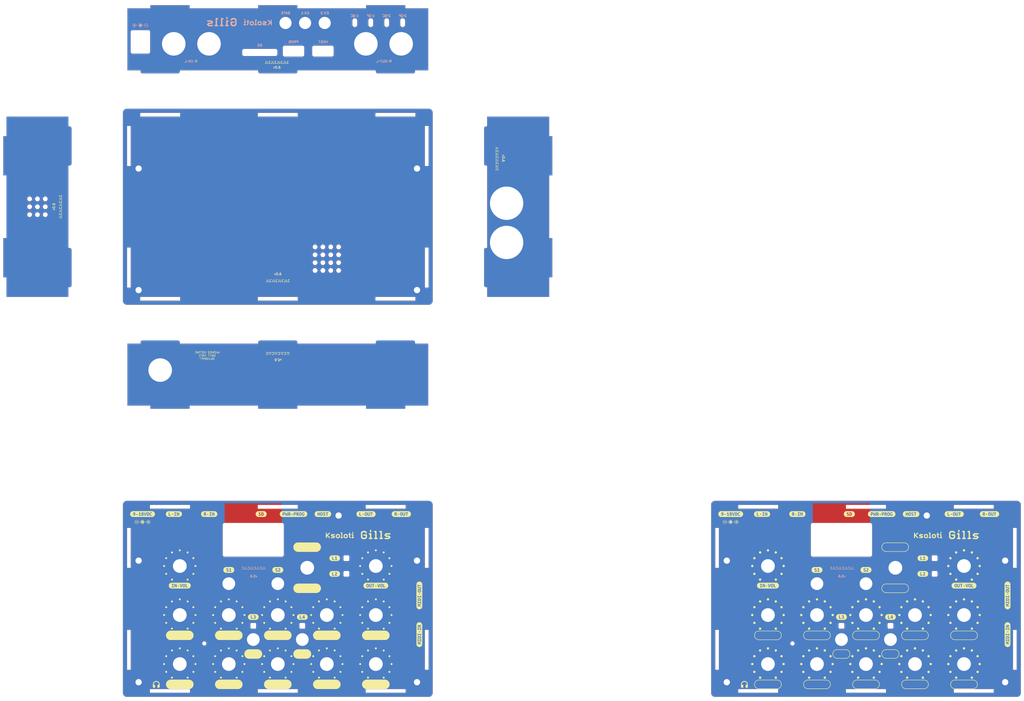
<source format=kicad_pcb>
(kicad_pcb (version 20241229) (generator "pcbnew") (generator_version "9.0")
  (title_block (date "2025-02-11") (rev "v0.6"))
  (layers (0 "F.Cu" signal) (2 "B.Cu" signal) (13 "F.Paste" user) (15 "B.Paste" user) (5 "F.SilkS" user "F.Silkscreen") (7 "B.SilkS" user "B.Silkscreen") (1 "F.Mask" user) (3 "B.Mask" user) (25 "Edge.Cuts" user))
  (net 0 "")
  (net 1 "g")
  (footprint "Library:jlc_tooling_hole" (layer "F.Cu") (at 165.660062 -74.711786)
    (property "Reference" "REF**10" (hide yes))
    (property "Value" "vent_hole")
    (pad "" np_thru_hole circle (at 0 0) (size 2 2) (drill 2) (layers "*.Cu" "*.Mask"))
  )
  (footprint "Library:jlc_tooling_hole" (layer "F.Cu") (at 169.660062 -70.711786)
    (property "Reference" "REF**5" (hide yes))
    (property "Value" "vent_hole")
    (pad "" np_thru_hole circle (at 0 0) (size 2 2) (drill 2) (layers "*.Cu" "*.Mask"))
  )
  (footprint "Library:MountingHole_3.2mm_M3_Pad_noVia_tight" (layer "F.Cu") (at 71.660062 143.288214)
    (property "Reference" "MH6")
    (property "Value" "MountingHole")
    (pad "1" thru_hole circle (at 0 0 225) (size 5 5) (drill 3.2) (layers "*.Cu" "*.Mask") (net 1 "g"))
  )
  (footprint "Library:pot_hole" (layer "F.Cu") (at 392.662262 134.030214)
    (property "Reference" "REF**")
    (property "Value" "pot_hole")
    (pad "" thru_hole circle (at 0 0) (size 8 8) (drill 7) (layers "*.Cu" "*.Mask") (net 1 "g"))
  )
  (footprint "kibuzzard-64F89A08" (layer "F.Cu") (at 373.662262 57.530214)
    (property "Reference" "kibuzzard-64F89A08" (hide yes))
    (property "Value" "G***" (hide yes))
  )
  (footprint "Library:jlc_tooling_hole" (layer "F.Cu") (at 165.660062 -66.711786)
    (property "Reference" "REF**2" (hide yes))
    (property "Value" "vent_hole")
    (pad "" np_thru_hole circle (at 0 0) (size 2 2) (drill 2) (layers "*.Cu" "*.Mask"))
  )
  (footprint "Library:jlc_tooling_hole" (layer "F.Cu") (at 169.660062 -78.711786)
    (property "Reference" "REF**13" (hide yes))
    (property "Value" "vent_hole")
    (pad "" np_thru_hole circle (at 0 0) (size 2 2) (drill 2) (layers "*.Cu" "*.Mask"))
  )
  (footprint "Library:MountingHole_3.2mm_M3_Pad_noVia_tight" (layer "F.Cu") (at 513.660062 143.288214)
    (property "Reference" "MH7")
    (property "Value" "MountingHole")
    (pad "1" thru_hole circle (at 0 0 225) (size 5 5) (drill 3.2) (layers "*.Cu" "*.Mask") (net 1 "g"))
  )
  (footprint "Library:pot_hole" (layer "F.Cu") (at 442.662262 134.030214)
    (property "Reference" "REF**")
    (property "Value" "pot_hole")
    (pad "" thru_hole circle (at 0 0) (size 8 8) (drill 7) (layers "*.Cu" "*.Mask") (net 1 "g"))
  )
  (footprint "kibuzzard-650552D5" (layer "F.Cu") (at 465.664462 57.530214)
    (property "Reference" "kibuzzard-650552D5" (hide yes))
    (property "Value" "G***" (hide yes))
  )
  (footprint "Library:jlc_tooling_hole" (layer "F.Cu") (at 169.660062 -74.711786)
    (property "Reference" "REF**9" (hide yes))
    (property "Value" "vent_hole")
    (pad "" np_thru_hole circle (at 0 0) (size 2 2) (drill 2) (layers "*.Cu" "*.Mask"))
  )
  (footprint "" (layer "F.Cu") (at 71.660062 -118.711786)
    (property "Reference" "" (at 0 0 0) (layer "F.SilkS") (effects (font (size 1.27 1.27))))
    (property "Value" "" (at 0 0 0) (layer "F.SilkS") (effects (font (size 1.27 1.27))))
    (pad "1" thru_hole circle (at 0 0 225) (size 5 5) (drill 3.2) (layers "*.Cu" "*.Mask") (net 1 "g"))
  )
  (footprint "" (layer "F.Cu") (at 213.660062 -118.711786)
    (property "Reference" "" (at 0 0 0) (layer "F.SilkS") (effects (font (size 1.27 1.27))))
    (property "Value" "" (at 0 0 0) (layer "F.SilkS") (effects (font (size 1.27 1.27))))
    (pad "1" thru_hole circle (at 0 0 225) (size 5 5) (drill 3.2) (layers "*.Cu" "*.Mask") (net 1 "g"))
  )
  (footprint "kibuzzard-65054B46" (layer "F.Cu") (at 471.662262 88.030214)
    (property "Reference" "kibuzzard-65054B46" (hide yes))
    (property "Value" "G***" (hide yes))
  )
  (footprint "Library:pot_hole" (layer "F.Cu") (at 442.662262 109.030214)
    (property "Reference" "REF**")
    (property "Value" "pot_hole")
    (pad "" thru_hole circle (at 0 0) (size 8 8) (drill 7) (layers "*.Cu" "*.Mask") (net 1 "g"))
  )
  (footprint "Library:A20_cap_panel_hole" (layer "F.Cu") (at 417.662262 93.030214)
    (property "Reference" "REF**")
    (property "Value" "A20_cap_panel_hole")
    (pad "" thru_hole circle (at 0 0) (size 7.5 7.5) (drill 6.5) (layers "*.Cu" "*.Mask") (net 1 "g"))
  )
  (footprint "Library:pot_hole" (layer "F.Cu") (at 192.662262 134.030214)
    (property "Reference" "REF**")
    (property "Value" "pot_hole")
    (pad "" thru_hole circle (at 0 0) (size 8 8) (drill 7) (layers "*.Cu" "*.Mask") (net 1 "g"))
  )
  (footprint "Library:jlc_tooling_hole" (layer "F.Cu") (at 173.660062 -78.711786)
    (property "Reference" "REF**12" (hide yes))
    (property "Value" "vent_hole")
    (pad "" np_thru_hole circle (at 0 0) (size 2 2) (drill 2) (layers "*.Cu" "*.Mask"))
  )
  (footprint "kibuzzard-65054B1D" (layer "F.Cu") (at 450.664462 57.530214)
    (property "Reference" "kibuzzard-65054B1D" (hide yes))
    (property "Value" "G***" (hide yes))
  )
  (footprint "Symbol:Symbol_Barrel_Polarity" (layer "F.Cu") (at 373.662262 61.480214)
    (property "Reference" "REF**" (hide yes))
    (property "Value" "Symbol_Barrel_Polarity")
  )
  (footprint "kibuzzard-65054B46" (layer "F.Cu") (at 171.662262 88.030214)
    (property "Reference" "kibuzzard-65054B46" (hide yes))
    (property "Value" "G***" (hide yes))
  )
  (footprint "kibuzzard-65054AB7" (layer "F.Cu") (at 92.662262 94.030214)
    (property "Reference" "kibuzzard-65054AB7" (hide yes))
    (property "Value" "G***" (hide yes))
  )
  (footprint "Library:A20_cap_panel_hole" (layer "F.Cu") (at 142.662262 93.030214)
    (property "Reference" "REF**")
    (property "Value" "A20_cap_panel_hole")
    (pad "" thru_hole circle (at 0 0) (size 7.5 7.5) (drill 6.5) (layers "*.Cu" "*.Mask") (net 1 "g"))
  )
  (footprint "kibuzzard-65054AC3" (layer "F.Cu") (at 492.662262 94.030214)
    (property "Reference" "kibuzzard-65054AC3" (hide yes))
    (property "Value" "G***" (hide yes))
  )
  (footprint "" (layer "F.Cu") (at 16.060062 -99.211786)
    (property "Reference" "" (at 0 0 0) (layer "F.SilkS") (effects (font (size 1.27 1.27))))
    (property "Value" "" (at 0 0 0) (layer "F.SilkS") (effects (font (size 1.27 1.27))))
    (pad "" np_thru_hole circle (at 0 0) (size 2 2) (drill 2) (layers "*.Cu" "*.Mask"))
  )
  (footprint "Library:pot_hole" (layer "F.Cu") (at 157.662262 84.930214)
    (property "Reference" "REF**")
    (property "Value" "pot_hole")
    (pad "" thru_hole circle (at 0 0) (size 8 8) (drill 7) (layers "*.Cu" "*.Mask") (net 1 "g"))
  )
  (footprint "Library:jlc_tooling_hole" (layer "F.Cu") (at 161.660062 -70.711786)
    (property "Reference" "REF**7" (hide yes))
    (property "Value" "vent_hole")
    (pad "" np_thru_hole circle (at 0 0) (size 2 2) (drill 2) (layers "*.Cu" "*.Mask"))
  )
  (footprint "Library:pot_hole" (layer "F.Cu") (at 142.662262 134.030214)
    (property "Reference" "REF**")
    (property "Value" "pot_hole")
    (pad "" thru_hole circle (at 0 0) (size 8 8) (drill 7) (layers "*.Cu" "*.Mask") (net 1 "g"))
  )
  (footprint "Library:jlc_tooling_hole" (layer "F.Cu") (at 169.660062 -66.711786)
    (property "Reference" "REF**1" (hide yes))
    (property "Value" "vent_hole")
    (pad "" np_thru_hole circle (at 0 0) (size 2 2) (drill 2) (layers "*.Cu" "*.Mask"))
  )
  (footprint "" (layer "F.Cu") (at 20.060062 -99.211786)
    (property "Reference" "" (at 0 0 0) (layer "F.SilkS") (effects (font (size 1.27 1.27))))
    (property "Value" "" (at 0 0 0) (layer "F.SilkS") (effects (font (size 1.27 1.27))))
    (pad "" np_thru_hole circle (at 0 0) (size 2 2) (drill 2) (layers "*.Cu" "*.Mask"))
  )
  (footprint "kibuzzard-65054A9D" (layer "F.Cu") (at 89.664462 57.530214)
    (property "Reference" "kibuzzard-65054A9D" (hide yes))
    (property "Value" "G***" (hide yes))
  )
  (footprint "Library:MountingHole_3.2mm_M3_Pad_noVia_tight" (layer "F.Cu") (at 513.660062 81.288214)
    (property "Reference" "MH8")
    (property "Value" "MountingHole")
    (pad "1" thru_hole circle (at 0 0 225) (size 5 5) (drill 3.2) (layers "*.Cu" "*.Mask") (net 1 "g"))
  )
  (footprint "kibuzzard-65054B39" (layer "F.Cu") (at 155.162262 110.030214)
    (property "Reference" "kibuzzard-65054B39" (hide yes))
    (property "Value" "G***" (hide yes))
  )
  (footprint "Library:jlc_tooling_hole" (layer "F.Cu") (at 161.660062 -78.711786)
    (property "Reference" "REF**15" (hide yes))
    (property "Value" "vent_hole")
    (pad "" np_thru_hole circle (at 0 0) (size 2 2) (drill 2) (layers "*.Cu" "*.Mask"))
  )
  (footprint "Library:pot_hole" (layer "F.Cu") (at 492.662262 109.030214)
    (property "Reference" "REF**")
    (property "Value" "pot_hole")
    (pad "" thru_hole circle (at 0 0) (size 8 8) (drill 7) (layers "*.Cu" "*.Mask") (net 1 "g"))
  )
  (footprint "Library:jlc_tooling_hole" (layer "F.Cu") (at 161.660062 -66.711786)
    (property "Reference" "REF**3" (hide yes))
    (property "Value" "vent_hole")
    (pad "" np_thru_hole circle (at 0 0) (size 2 2) (drill 2) (layers "*.Cu" "*.Mask"))
  )
  (footprint "Library:A20_cap_panel_hole" (layer "F.Cu") (at 117.662262 93.030214)
    (property "Reference" "REF**")
    (property "Value" "A20_cap_panel_hole")
    (pad "" thru_hole circle (at 0 0) (size 7.5 7.5) (drill 6.5) (layers "*.Cu" "*.Mask") (net 1 "g"))
  )
  (footprint "Library:A20_cap_panel_hole" (layer "F.Cu") (at 130.162262 121.530214)
    (property "Reference" "REF**")
    (property "Value" "A20_cap_panel_hole")
    (pad "" thru_hole circle (at 0 0) (size 7.5 7.5) (drill 6.5) (layers "*.Cu" "*.Mask") (net 1 "g"))
  )
  (footprint "kibuzzard-64F89A08" (layer "F.Cu") (at 73.662262 57.530214)
    (property "Reference" "kibuzzard-64F89A08" (hide yes))
    (property "Value" "G***" (hide yes))
  )
  (footprint "Library:pot_hole" (layer "F.Cu") (at 492.662262 84.030214)
    (property "Reference" "REF**")
    (property "Value" "pot_hole")
    (pad "" thru_hole circle (at 0 0) (size 8 8) (drill 7) (layers "*.Cu" "*.Mask") (net 1 "g"))
  )
  (footprint "Library:MountingHole_3.2mm_M3_Pad_noVia_tight" (layer "F.Cu") (at 213.660062 81.288214)
    (property "Reference" "MH8")
    (property "Value" "MountingHole")
    (pad "1" thru_hole circle (at 0 0 225) (size 5 5) (drill 3.2) (layers "*.Cu" "*.Mask") (net 1 "g"))
  )
  (footprint "Library:pot_hole" (layer "F.Cu") (at 167.662262 109.030214)
    (property "Reference" "REF**")
    (property "Value" "pot_hole")
    (pad "" thru_hole circle (at 0 0) (size 8 8) (drill 7) (layers "*.Cu" "*.Mask") (net 1 "g"))
  )
  (footprint "Library:pot_hole" (layer "F.Cu") (at 467.662262 109.030214)
    (property "Reference" "REF**")
    (property "Value" "pot_hole")
    (pad "" thru_hole circle (at 0 0) (size 8 8) (drill 7) (layers "*.Cu" "*.Mask") (net 1 "g"))
  )
  (footprint "" (layer "F.Cu") (at 71.660062 -56.711786)
    (property "Reference" "" (at 0 0 0) (layer "F.SilkS") (effects (font (size 1.27 1.27))))
    (property "Value" "" (at 0 0 0) (layer "F.SilkS") (effects (font (size 1.27 1.27))))
    (pad "1" thru_hole circle (at 0 0 225) (size 5 5) (drill 3.2) (layers "*.Cu" "*.Mask") (net 1 "g"))
  )
  (footprint "Library:pot_hole" (layer "F.Cu") (at 492.662262 134.030214)
    (property "Reference" "REF**")
    (property "Value" "pot_hole")
    (pad "" thru_hole circle (at 0 0) (size 8 8) (drill 7) (layers "*.Cu" "*.Mask") (net 1 "g"))
  )
  (footprint "Library:pot_hole" (layer "F.Cu") (at 117.662262 134.030214)
    (property "Reference" "REF**")
    (property "Value" "pot_hole")
    (pad "" thru_hole circle (at 0 0) (size 8 8) (drill 7) (layers "*.Cu" "*.Mask") (net 1 "g"))
  )
  (footprint "kibuzzard-64F89A84" (layer "F.Cu") (at 417.662262 86.030214)
    (property "Reference" "kibuzzard-64F89A84" (hide yes))
    (property "Value" "G***" (hide yes))
  )
  (footprint "kibuzzard-65054AB1" (layer "F.Cu") (at 505.664462 57.530214)
    (property "Reference" "kibuzzard-65054AB1" (hide yes))
    (property "Value" "G***" (hide yes))
  )
  (footprint "kibuzzard-64F89A84" (layer "F.Cu") (at 117.662262 86.030214)
    (property "Reference" "kibuzzard-64F89A84" (hide yes))
    (property "Value" "G***" (hide yes))
  )
  (footprint "kibuzzard-650552CB" (layer "F.Cu") (at 434.164462 57.530214)
    (property "Reference" "kibuzzard-650552CB" (hide yes))
    (property "Value" "G***" (hide yes))
  )
  (footprint "kibuzzard-650552CB" (layer "F.Cu") (at 134.164462 57.530214)
    (property "Reference" "kibuzzard-650552CB" (hide yes))
    (property "Value" "G***" (hide yes))
  )
  (footprint "kibuzzard-65054ACE" (layer "F.Cu") (at 514.862262 99.030214 90)
    (property "Reference" "kibuzzard-65054ACE" (hide yes))
    (property "Value" "G***" (hide yes))
  )
  (footprint "Library:jlc_tooling_hole" (layer "F.Cu") (at 165.660062 -78.711786)
    (property "Reference" "REF**14" (hide yes))
    (property "Value" "vent_hole")
    (pad "" np_thru_hole circle (at 0 0) (size 2 2) (drill 2) (layers "*.Cu" "*.Mask"))
  )
  (footprint "Library:pot_hole" (layer "F.Cu") (at 457.662262 84.930214)
    (property "Reference" "REF**")
    (property "Value" "pot_hole")
    (pad "" thru_hole circle (at 0 0) (size 8 8) (drill 7) (layers "*.Cu" "*.Mask") (net 1 "g"))
  )
  (footprint "Library:pot_hole" (layer "F.Cu") (at 92.662262 84.030214)
    (property "Reference" "REF**")
    (property "Value" "pot_hole")
    (pad "" thru_hole circle (at 0 0) (size 8 8) (drill 7) (layers "*.Cu" "*.Mask") (net 1 "g"))
  )
  (footprint "kibuzzard-65054AB1" (layer "F.Cu") (at 205.664462 57.530214)
    (property "Reference" "kibuzzard-65054AB1" (hide yes))
    (property "Value" "G***" (hide yes))
  )
  (footprint "Library:MountingHole_3.2mm_M3_Pad_noVia_tight" (layer "F.Cu") (at 173.660062 58.288214)
    (property "Reference" "MH8")
    (property "Value" "MountingHole")
    (pad "1" thru_hole circle (at 0 0 225) (size 5 5) (drill 3.2) (layers "*.Cu" "*.Mask") (net 1 "g"))
  )
  (footprint "kibuzzard-65054B42" (layer "F.Cu") (at 471.677862 80.030214)
    (property "Reference" "kibuzzard-65054B42" (hide yes))
    (property "Value" "G***" (hide yes))
  )
  (footprint "Library:A20_cap_panel_hole" (layer "F.Cu") (at 155.162262 121.530214)
    (property "Reference" "REF**")
    (property "Value" "A20_cap_panel_hole")
    (pad "" thru_hole circle (at 0 0) (size 7.5 7.5) (drill 6.5) (layers "*.Cu" "*.Mask") (net 1 "g"))
  )
  (footprint "Library:pot_hole" (layer "F.Cu") (at 192.662262 84.030214)
    (property "Reference" "REF**")
    (property "Value" "pot_hole")
    (pad "" thru_hole circle (at 0 0) (size 8 8) (drill 7) (layers "*.Cu" "*.Mask") (net 1 "g"))
  )
  (footprint "kibuzzard-650552D5" (layer "F.Cu") (at 165.664462 57.530214)
    (property "Reference" "kibuzzard-650552D5" (hide yes))
    (property "Value" "G***" (hide yes))
  )
  (footprint "" (layer "F.Cu") (at 24.060062 -103.211786)
    (property "Reference" "" (at 0 0 0) (layer "F.SilkS") (effects (font (size 1.27 1.27))))
    (property "Value" "" (at 0 0 0) (layer "F.SilkS") (effects (font (size 1.27 1.27))))
    (pad "" np_thru_hole circle (at 0 0) (size 2 2) (drill 2) (layers "*.Cu" "*.Mask"))
  )
  (footprint "Library:MountingHole_3.2mm_M3_Pad_noVia_tight" (layer "F.Cu") (at 473.660062 58.288214)
    (property "Reference" "MH8")
    (property "Value" "MountingHole")
    (pad "1" thru_hole circle (at 0 0 225) (size 5 5) (drill 3.2) (layers "*.Cu" "*.Mask") (net 1 "g"))
  )
  (footprint "Library:pot_hole" (layer "F.Cu") (at 92.662262 109.030214)
    (property "Reference" "REF**")
    (property "Value" "pot_hole")
    (pad "" thru_hole circle (at 0 0) (size 8 8) (drill 7) (layers "*.Cu" "*.Mask") (net 1 "g"))
  )
  (footprint "kibuzzard-65054AA4" (layer "F.Cu") (at 407.664462 57.530214)
    (property "Reference" "kibuzzard-65054AA4" (hide yes))
    (property "Value" "G***" (hide yes))
  )
  (footprint "Library:jlc_tooling_hole" (layer "F.Cu") (at 173.660062 -66.711786)
    (property "Reference" "REF**" (hide yes))
    (property "Value" "vent_hole")
    (pad "" np_thru_hole circle (at 0 0) (size 2 2) (drill 2) (layers "*.Cu" "*.Mask"))
  )
  (footprint "kibuzzard-65054AA4" (layer "F.Cu") (at 107.664462 57.530214)
    (property "Reference" "kibuzzard-65054AA4" (hide yes))
    (property "Value" "G***" (hide yes))
  )
  (footprint "kibuzzard-65054AD4" (layer "F.Cu") (at 514.862262 119.030214 90)
    (property "Reference" "kibuzzard-65054AD4" (hide yes))
    (property "Value" "G***" (hide yes))
  )
  (footprint "Library:pot_hole" (layer "F.Cu") (at 417.662262 109.030214)
    (property "Reference" "REF**")
    (property "Value" "pot_hole")
    (pad "" thru_hole circle (at 0 0) (size 8 8) (drill 7) (layers "*.Cu" "*.Mask") (net 1 "g"))
  )
  (footprint "Library:pot_hole" (layer "F.Cu") (at 392.662262 84.030214)
    (property "Reference" "REF**")
    (property "Value" "pot_hole")
    (pad "" thru_hole circle (at 0 0) (size 8 8) (drill 7) (layers "*.Cu" "*.Mask") (net 1 "g"))
  )
  (footprint "Library:pot_hole" (layer "F.Cu") (at 142.662262 109.030214)
    (property "Reference" "REF**")
    (property "Value" "pot_hole")
    (pad "" thru_hole circle (at 0 0) (size 8 8) (drill 7) (layers "*.Cu" "*.Mask") (net 1 "g"))
  )
  (footprint "Library:pot_hole" (layer "F.Cu") (at 92.662262 134.030214)
    (property "Reference" "REF**")
    (property "Value" "pot_hole")
    (pad "" thru_hole circle (at 0 0) (size 8 8) (drill 7) (layers "*.Cu" "*.Mask") (net 1 "g"))
  )
  (footprint "Library:A20_cap_panel_hole" (layer "F.Cu") (at 455.162262 121.530214)
    (property "Reference" "REF**")
    (property "Value" "A20_cap_panel_hole")
    (pad "" thru_hole circle (at 0 0) (size 7.5 7.5) (drill 6.5) (layers "*.Cu" "*.Mask") (net 1 "g"))
  )
  (footprint "Library:pot_hole" (layer "F.Cu") (at 417.662262 134.030214)
    (property "Reference" "REF**")
    (property "Value" "pot_hole")
    (pad "" thru_hole circle (at 0 0) (size 8 8) (drill 7) (layers "*.Cu" "*.Mask") (net 1 "g"))
  )
  (footprint "kibuzzard-65054B35" (layer "F.Cu") (at 130.162262 110.030214)
    (property "Reference" "kibuzzard-65054B35" (hide yes))
    (property "Value" "G***" (hide yes))
  )
  (footprint "Library:MountingHole_3.2mm_M3_Pad_noVia_tight" (layer "F.Cu") (at 213.660062 143.288214)
    (property "Reference" "MH7")
    (property "Value" "MountingHole")
    (pad "1" thru_hole circle (at 0 0 225) (size 5 5) (drill 3.2) (layers "*.Cu" "*.Mask") (net 1 "g"))
  )
  (footprint "Library:A20_cap_panel_hole" (layer "F.Cu") (at 442.662262 93.030214)
    (property "Reference" "REF**")
    (property "Value" "A20_cap_panel_hole")
    (pad "" thru_hole circle (at 0 0) (size 7.5 7.5) (drill 6.5) (layers "*.Cu" "*.Mask") (net 1 "g"))
  )
  (footprint "Library:jlc_tooling_hole" (layer "F.Cu") (at 161.660062 -74.711786)
    (property "Reference" "REF**11" (hide yes))
    (property "Value" "vent_hole")
    (pad "" np_thru_hole circle (at 0 0) (size 2 2) (drill 2) (layers "*.Cu" "*.Mask"))
  )
  (footprint "Library:pot_hole" (layer "F.Cu") (at 192.662262 109.030214)
    (property "Reference" "REF**")
    (property "Value" "pot_hole")
    (pad "" thru_hole circle (at 0 0) (size 8 8) (drill 7) (layers "*.Cu" "*.Mask") (net 1 "g"))
  )
  (footprint "" (layer "F.Cu") (at 213.660062 -56.711786)
    (property "Reference" "" (at 0 0 0) (layer "F.SilkS") (effects (font (size 1.27 1.27))))
    (property "Value" "" (at 0 0 0) (layer "F.SilkS") (effects (font (size 1.27 1.27))))
    (pad "1" thru_hole circle (at 0 0 225) (size 5 5) (drill 3.2) (layers "*.Cu" "*.Mask") (net 1 "g"))
  )
  (footprint "kibuzzard-65054B35" (layer "F.Cu") (at 430.162262 110.030214)
    (property "Reference" "kibuzzard-65054B35" (hide yes))
    (property "Value" "G***" (hide yes))
  )
  (footprint "Library:pot_hole" (layer "F.Cu") (at 392.662262 109.030214)
    (property "Reference" "REF**")
    (property "Value" "pot_hole")
    (pad "" thru_hole circle (at 0 0) (size 8 8) (drill 7) (layers "*.Cu" "*.Mask") (net 1 "g"))
  )
  (footprint "" (layer "F.Cu") (at 20.060062 -103.211786)
    (property "Reference" "" (at 0 0 0) (layer "F.SilkS") (effects (font (size 1.27 1.27))))
    (property "Value" "" (at 0 0 0) (layer "F.SilkS") (effects (font (size 1.27 1.27))))
    (pad "" np_thru_hole circle (at 0 0) (size 2 2) (drill 2) (layers "*.Cu" "*.Mask"))
  )
  (footprint "" (layer "F.Cu") (at 24.060062 -95.211786)
    (property "Reference" "" (at 0 0 0) (layer "F.SilkS") (effects (font (size 1.27 1.27))))
    (property "Value" "" (at 0 0 0) (layer "F.SilkS") (effects (font (size 1.27 1.27))))
    (pad "" np_thru_hole circle (at 0 0) (size 2 2) (drill 2) (layers "*.Cu" "*.Mask"))
  )
  (footprint "Library:pot_hole" (layer "F.Cu") (at 117.662262 109.030214)
    (property "Reference" "REF**")
    (property "Value" "pot_hole")
    (pad "" thru_hole circle (at 0 0) (size 8 8) (drill 7) (layers "*.Cu" "*.Mask") (net 1 "g"))
  )
  (footprint "" (layer "F.Cu") (at 24.060062 -99.211786)
    (property "Reference" "" (at 0 0 0) (layer "F.SilkS") (effects (font (size 1.27 1.27))))
    (property "Value" "" (at 0 0 0) (layer "F.SilkS") (effects (font (size 1.27 1.27))))
    (pad "" np_thru_hole circle (at 0 0) (size 2 2) (drill 2) (layers "*.Cu" "*.Mask"))
  )
  (footprint "" (layer "F.Cu") (at 16.060062 -95.211786)
    (property "Reference" "" (at 0 0 0) (layer "F.SilkS") (effects (font (size 1.27 1.27))))
    (property "Value" "" (at 0 0 0) (layer "F.SilkS") (effects (font (size 1.27 1.27))))
    (pad "" np_thru_hole circle (at 0 0) (size 2 2) (drill 2) (layers "*.Cu" "*.Mask"))
  )
  (footprint "Symbol:Symbol_Barrel_Polarity" (layer "F.Cu") (at 73.662262 61.480214)
    (property "Reference" "REF**" (hide yes))
    (property "Value" "Symbol_Barrel_Polarity")
  )
  (footprint "Library:A20_cap_panel_hole" (layer "F.Cu") (at 430.162262 121.530214)
    (property "Reference" "REF**")
    (property "Value" "A20_cap_panel_hole")
    (pad "" thru_hole circle (at 0 0) (size 7.5 7.5) (drill 6.5) (layers "*.Cu" "*.Mask") (net 1 "g"))
  )
  (footprint "kibuzzard-64F89A88" (layer "F.Cu") (at 142.662262 86.030214)
    (property "Reference" "kibuzzard-64F89A88" (hide yes))
    (property "Value" "G***" (hide yes))
  )
  (footprint "kibuzzard-64F89A88" (layer "F.Cu") (at 442.662262 86.030214)
    (property "Reference" "kibuzzard-64F89A88" (hide yes))
    (property "Value" "G***" (hide yes))
  )
  (footprint "kibuzzard-65082BDC" (layer "F.Cu") (at 187.664462 57.530214)
    (property "Reference" "kibuzzard-65082BDC" (hide yes))
    (property "Value" "G***" (hide yes))
  )
  (footprint "kibuzzard-65054AC3" (layer "F.Cu") (at 192.662262 94.030214)
    (property "Reference" "kibuzzard-65054AC3" (hide yes))
    (property "Value" "G***" (hide yes))
  )
  (footprint "" (layer "F.Cu") (at 16.060062 -103.211786)
    (property "Reference" "" (at 0 0 0) (layer "F.SilkS") (effects (font (size 1.27 1.27))))
    (property "Value" "" (at 0 0 0) (layer "F.SilkS") (effects (font (size 1.27 1.27))))
    (pad "" np_thru_hole circle (at 0 0) (size 2 2) (drill 2) (layers "*.Cu" "*.Mask"))
  )
  (footprint "Library:jlc_tooling_hole" (layer "F.Cu") (at 165.660062 -70.711786)
    (property "Reference" "REF**6" (hide yes))
    (property "Value" "vent_hole")
    (pad "" np_thru_hole circle (at 0 0) (size 2 2) (drill 2) (layers "*.Cu" "*.Mask"))
  )
  (footprint "Library:trimmer_3266W_panel_hole" (layer "F.Cu") (at 405.162262 123.530214)
    (property "Reference" "REF**")
    (property "Value" "trimmer_3266W_panel_hole")
    (pad "" np_thru_hole circle (at 0 0) (size 1.7 1.7) (drill 1.7) (layers "*.Cu" "*.Mask"))
  )
  (footprint "kibuzzard-65082BDC" (layer "F.Cu") (at 487.664462 57.530214)
    (property "Reference" "kibuzzard-65082BDC" (hide yes))
    (property "Value" "G***" (hide yes))
  )
  (footprint "Library:jlc_tooling_hole" (layer "F.Cu") (at 173.660062 -70.711786)
    (property "Reference" "REF**4" (hide yes))
    (property "Value" "vent_hole")
    (pad "" np_thru_hole circle (at 0 0) (size 2 2) (drill 2) (layers "*.Cu" "*.Mask"))
  )
  (footprint "kibuzzard-65054AD4" (layer "F.Cu") (at 214.862262 119.030214 90)
    (property "Reference" "kibuzzard-65054AD4" (hide yes))
    (property "Value" "G***" (hide yes))
  )
  (footprint "Library:MountingHole_3.2mm_M3_Pad_noVia_tight" (layer "F.Cu") (at 371.660062 81.288214)
    (property "Reference" "MH5")
    (property "Value" "MountingHole")
    (pad "1" thru_hole circle (at 0 0 225) (size 5 5) (drill 3.2) (layers "*.Cu" "*.Mask") (net 1 "g"))
  )
  (footprint "kibuzzard-65054B1D" (layer "F.Cu") (at 150.664462 57.530214)
    (property "Reference" "kibuzzard-65054B1D" (hide yes))
    (property "Value" "G***" (hide yes))
  )
  (footprint "kibuzzard-65054B42" (layer "F.Cu") (at 171.677862 80.030214)
    (property "Reference" "kibuzzard-65054B42" (hide yes))
    (property "Value" "G***" (hide yes))
  )
  (footprint "Library:MountingHole_3.2mm_M3_Pad_noVia_tight" (layer "F.Cu") (at 71.660062 81.288214)
    (property "Reference" "MH5")
    (property "Value" "MountingHole")
    (pad "1" thru_hole circle (at 0 0 225) (size 5 5) (drill 3.2) (layers "*.Cu" "*.Mask") (net 1 "g"))
  )
  (footprint "kibuzzard-65054A9D" (layer "F.Cu") (at 389.664462 57.530214)
    (property "Reference" "kibuzzard-65054A9D" (hide yes))
    (property "Value" "G***" (hide yes))
  )
  (footprint "Library:MountingHole_3.2mm_M3_Pad_noVia_tight" (layer "F.Cu") (at 371.660062 143.288214)
    (property "Reference" "MH6")
    (property "Value" "MountingHole")
    (pad "1" thru_hole circle (at 0 0 225) (size 5 5) (drill 3.2) (layers "*.Cu" "*.Mask") (net 1 "g"))
  )
  (footprint "Library:pot_hole" (layer "F.Cu") (at 467.662262 134.030214)
    (property "Reference" "REF**")
    (property "Value" "pot_hole")
    (pad "" thru_hole circle (at 0 0) (size 8 8) (drill 7) (layers "*.Cu" "*.Mask") (net 1 "g"))
  )
  (footprint "" (layer "F.Cu") (at 20.060062 -95.211786)
    (property "Reference" "" (at 0 0 0) (layer "F.SilkS") (effects (font (size 1.27 1.27))))
    (property "Value" "" (at 0 0 0) (layer "F.SilkS") (effects (font (size 1.27 1.27))))
    (pad "" np_thru_hole circle (at 0 0) (size 2 2) (drill 2) (layers "*.Cu" "*.Mask"))
  )
  (footprint "Library:pot_hole" (layer "F.Cu") (at 167.662262 134.030214)
    (property "Reference" "REF**")
    (property "Value" "pot_hole")
    (pad "" thru_hole circle (at 0 0) (size 8 8) (drill 7) (layers "*.Cu" "*.Mask") (net 1 "g"))
  )
  (footprint "Library:trimmer_3266W_panel_hole" (layer "F.Cu") (at 105.162262 123.530214)
    (property "Reference" "REF**")
    (property "Value" "trimmer_3266W_panel_hole")
    (pad "" np_thru_hole circle (at 0 0) (size 1.7 1.7) (drill 1.7) (layers "*.Cu" "*.Mask"))
  )
  (footprint "kibuzzard-65054AB7" (layer "F.Cu") (at 392.662262 94.030214)
    (property "Reference" "kibuzzard-65054AB7" (hide yes))
    (property "Value" "G***" (hide yes))
  )
  (footprint "Library:jlc_tooling_hole" (layer "F.Cu") (at 173.660062 -74.711786)
    (property "Reference" "REF**8" (hide yes))
    (property "Value" "vent_hole")
    (pad "" np_thru_hole circle (at 0 0) (size 2 2) (drill 2) (layers "*.Cu" "*.Mask"))
  )
  (footprint "kibuzzard-65054B39" (layer "F.Cu") (at 455.162262 110.030214)
    (property "Reference" "kibuzzard-65054B39" (hide yes))
    (property "Value" "G***" (hide yes))
  )
  (footprint "kibuzzard-65054ACE" (layer "F.Cu") (at 214.862262 99.030214 90)
    (property "Reference" "kibuzzard-65054ACE" (hide yes))
    (property "Value" "G***" (hide yes))
  )
  (footprint "Library:nrj4hf_nrj6hf_hole" (layer "B.Cu") (at 89.574251 -182.311786 180)
    (property "Reference" "REF**")
    (property "Value" "nrj4hf_nrj6hf_hole")
    (pad "" thru_hole circle (at 0 0 180) (size 13 13) (drill 12) (layers "*.Cu" "*.Mask") (net 1 "g"))
  )
  (footprint "Library:nrj4hf_nrj6hf_hole" (layer "B.Cu") (at 205.574251 -182.311786 180)
    (property "Reference" "REF**")
    (property "Value" "nrj4hf_nrj6hf_hole")
    (pad "" thru_hole circle (at 0 0 180) (size 13 13) (drill 12) (layers "*.Cu" "*.Mask") (net 1 "g"))
  )
  (footprint "Library:nrj4hf_nrj6hf_hole" (layer "B.Cu") (at 82.660062 -15.911786 180)
    (property "Reference" "REF**")
    (property "Value" "nrj4hf_nrj6hf_hole")
    (pad "" thru_hole circle (at 0 0 180) (size 13 13) (drill 12) (layers "*.Cu" "*.Mask") (net 1 "g"))
  )
  (footprint "Library:switch_hole_6.2mm_buy360" (layer "B.Cu") (at 146.574251 -192.961786 180)
    (property "Reference" "REF**")
    (property "Value" "switch_hole_6.2mm_buy360")
    (pad "" thru_hole circle (at 0 0 180) (size 7.2 7.2) (drill 6.2) (layers "*.Cu" "*.Mask") (net 1 "g"))
  )
  (footprint "Library:midi_din_hole" (layer "B.Cu") (at 259.360062 -101.011786 180)
    (property "Reference" "REF**")
    (property "Value" "midi_din_hole")
    (pad "" thru_hole circle (at 0 0 180) (size 18 18) (drill 17) (layers "*.Cu" "*.Mask") (net 1 "g"))
  )
  (footprint "Library:switch_hole_6.2mm_buy360" (layer "B.Cu") (at 166.574251 -192.961786 180)
    (property "Reference" "REF**")
    (property "Value" "switch_hole_6.2mm_buy360")
    (pad "" thru_hole circle (at 0 0 180) (size 7.2 7.2) (drill 6.2) (layers "*.Cu" "*.Mask") (net 1 "g"))
  )
  (footprint "Symbol:Symbol_Barrel_Polarity" (layer "B.Cu") (at 72.524251 -191.811786 180)
    (property "Reference" "REF**" (hide yes))
    (property "Value" "Symbol_Barrel_Polarity")
  )
  (footprint "Library:midi_din_hole" (layer "B.Cu") (at 259.360062 -81.011786 180)
    (property "Reference" "REF**")
    (property "Value" "midi_din_hole")
    (pad "" thru_hole circle (at 0 0 180) (size 18 18) (drill 17) (layers "*.Cu" "*.Mask") (net 1 "g"))
  )
  (footprint "Library:nrj4hf_nrj6hf_hole" (layer "B.Cu") (at 187.574251 -182.311786 180)
    (property "Reference" "REF**")
    (property "Value" "nrj4hf_nrj6hf_hole")
    (pad "" thru_hole circle (at 0 0 180) (size 13 13) (drill 12) (layers "*.Cu" "*.Mask") (net 1 "g"))
  )
  (footprint "Library:switch_hole_6.2mm_buy360" (layer "B.Cu") (at 156.574251 -192.961786 180)
    (property "Reference" "REF**")
    (property "Value" "switch_hole_6.2mm_buy360")
    (pad "" thru_hole circle (at 0 0 180) (size 7.2 7.2) (drill 6.2) (layers "*.Cu" "*.Mask") (net 1 "g"))
  )
  (footprint "Library:nrj4hf_nrj6hf_hole" (layer "B.Cu") (at 107.574251 -182.311786 180)
    (property "Reference" "REF**")
    (property "Value" "nrj4hf_nrj6hf_hole")
    (pad "" thru_hole circle (at 0 0 180) (size 13 13) (drill 12) (layers "*.Cu" "*.Mask") (net 1 "g"))
  )
  (gr_circle (center 106.660062 -15.911786) (end 107.160062 -15.911786) (stroke (width 0.25)) (fill no) (layer "F.Cu"))
  (gr_line (start 147.287262 121.625214) (end 138.037262 121.625214) (stroke (width 0.25)) (layer "F.SilkS"))
  (gr_line (start 473.695609 69.558339) (end 474.094565 69.170327) (stroke (width 0.5)) (layer "F.SilkS"))
  (gr_circle (center 496.662262 140.958417) (end 497.262262 140.958417) (fill yes) (layer "F.SilkS"))
  (gr_line (start 438.037262 142.175214) (end 447.287262 142.175214) (stroke (width 0.25)) (layer "F.SilkS"))
  (gr_line (start 388.037262 117.175214) (end 397.287262 117.175214) (stroke (width 0.25)) (layer "F.SilkS"))
  (gr_line (start 187.799701 68.23474) (end 187.799701 69.37774) (stroke (width 0.7)) (layer "F.SilkS"))
  (gr_circle (center 449.590465 138.030214) (end 450.190465 138.030214) (fill yes) (layer "F.SilkS"))
  (gr_line (start 478.08631 69.17033) (end 478.08631 68.392199) (stroke (width 0.5)) (layer "F.SilkS"))
  (gr_circle (center 385.734059 138.030214) (end 386.334059 138.030214) (fill yes) (layer "F.SilkS"))
  (gr_circle (center 149.590465 105.030214) (end 149.840466 105.463226) (fill yes) (layer "F.SilkS"))
  (gr_line (start 163.037262 117.175214) (end 172.287262 117.175214) (stroke (width 0.25)) (layer "F.SilkS"))
  (gr_line (start 497.397828 68.213713) (end 497.996262 67.6317) (stroke (width 0.7)) (layer "F.SilkS"))
  (gr_circle (center 471.662262 140.958417) (end 472.262262 140.958417) (fill yes) (layer "F.SilkS"))
  (gr_line (start 186.568035 68.23474) (end 187.799701 68.23474) (stroke (width 0.7)) (layer "F.SilkS"))
  (gr_arc (start 397.287262 117.175214) (mid 399.512286 119.4002) (end 397.287262 121.625214) (stroke (width 0.25)) (layer "F.SilkS"))
  (gr_circle (center 110.734059 105.030214) (end 110.984058 104.597201) (fill yes) (layer "F.SilkS"))
  (gr_line (start 499.791575 69.377747) (end 499.193138 68.795728) (stroke (width 0.7)) (layer "F.SilkS"))
  (gr_line (start 422.287262 146.625214) (end 413.037262 146.625214) (stroke (width 0.25)) (layer "F.SilkS"))
  (gr_line (start 492.063828 69.959759) (end 493.263952 69.959759) (stroke (width 0.7)) (layer "F.SilkS"))
  (gr_circle (center 438.662262 115.958417) (end 439.262262 115.958417) (fill yes) (layer "F.SilkS"))
  (gr_circle (center 488.662262 115.958417) (end 489.262262 115.958417) (fill yes) (layer "F.SilkS"))
  (gr_line (start 188.037262 142.175214) (end 197.287262 142.175214) (stroke (width 0.25)) (layer "F.SilkS"))
  (gr_line (start 189.396828 69.959759) (end 190.593706 69.959759) (stroke (width 0.7)) (layer "F.SilkS"))
  (gr_line (start 494.783396 66.453579) (end 495.38183 66.453579) (stroke (width 0.7)) (layer "F.SilkS"))
  (gr_circle (center 121.662262 127.102011) (end 122.095275 127.35201) (fill yes) (layer "F.SilkS"))
  (gr_circle (center 442.662262 101.030214) (end 443.262262 101.030214) (fill yes) (layer "F.SilkS"))
  (gr_line (start 189.396828 67.628529) (end 189.995267 67.628529) (stroke (width 0.7)) (layer "F.SilkS"))
  (gr_circle (center 113.662262 102.102011) (end 114.095274 101.85201) (fill yes) (layer "F.SilkS"))
  (gr_circle (center 474.590465 138.030214) (end 475.190465 138.030214) (fill yes) (layer "F.SilkS"))
  (gr_arc (start 113.037262 146.625214) (mid 110.812257 144.400214) (end 113.037262 142.175214) (stroke (width 0.25)) (layer "F.SilkS"))
  (gr_line (start 88.037262 117.175214) (end 97.287262 117.175214) (stroke (width 0.25)) (layer "F.SilkS"))
  (gr_line (start 422.287262 121.625214) (end 413.037262 121.625214) (stroke (width 0.25)) (layer "F.SilkS"))
  (gr_circle (center 500.662262 84.030214) (end 501.262262 84.030214) (fill yes) (layer "F.SilkS"))
  (gr_line (start 176.490479 69.17033) (end 176.889438 69.558342) (stroke (width 0.5)) (layer "F.SilkS"))
  (gr_circle (center 446.662262 127.102011) (end 447.262262 127.102011) (fill yes) (layer "F.SilkS"))
  (gr_line (start 162.187291 76.6252) (end 152.937291 76.6252) (stroke (width 0.25)) (layer "F.SilkS"))
  (gr_circle (center 492.662262 76.030214) (end 493.262262 76.030214) (fill yes) (layer "F.SilkS"))
  (gr_circle (center 421.662262 115.958417) (end 422.262262 115.958417) (fill yes) (layer "F.SilkS"))
  (gr_circle (center 88.662262 102.102011) (end 89.095274 101.85201) (fill yes) (layer "F.SilkS"))
  (gr_line (start 488.037262 117.175214) (end 497.287262 117.175214) (stroke (width 0.25)) (layer "F.SilkS"))
  (gr_line (start 152.937288 126.6752) (end 157.287288 126.6752) (stroke (width 0.25)) (layer "F.SilkS"))
  (gr_circle (center 160.734059 105.030214) (end 160.984058 104.597201) (fill yes) (layer "F.SilkS"))
  (gr_circle (center 385.734059 130.030214) (end 386.334059 130.030214) (fill yes) (layer "F.SilkS"))
  (gr_circle (center 496.662262 90.958417) (end 497.262262 90.958417) (fill yes) (layer "F.SilkS"))
  (gr_circle (center 409.662262 134.030214) (end 410.262262 134.030214) (fill yes) (layer "F.SilkS"))
  (gr_line (start 176.889438 69.558339) (end 177.687354 69.558339) (stroke (width 0.5)) (layer "F.SilkS"))
  (gr_circle (center 410.734059 113.030214) (end 411.334059 113.030214) (fill yes) (layer "F.SilkS"))
  (gr_circle (center 435.734059 130.030214) (end 436.334059 130.030214) (fill yes) (layer "F.SilkS"))
  (gr_line (start 176.490479 68.392199) (end 176.490479 69.17033) (stroke (width 0.5)) (layer "F.SilkS"))
  (gr_line (start 452.937288 126.6752) (end 457.287288 126.6752) (stroke (width 0.25)) (layer "F.SilkS"))
  (gr_line (start 472.496567 68.392199) (end 472.496567 69.17033) (stroke (width 0.5)) (layer "F.SilkS"))
  (gr_circle (center 496.662262 102.102011) (end 497.262262 102.102011) (fill yes) (layer "F.SilkS"))
  (gr_circle (center 167.662262 101.030214) (end 168.162262 101.030213) (fill yes) (layer "F.SilkS"))
  (gr_line (start 487.201267 69.959759) (end 487.799701 69.37774) (stroke (width 0.7)) (layer "F.SilkS"))
  (gr_arc (start 152.937288 131.1252) (mid 150.710318 128.9002) (end 152.937288 126.6752) (stroke (width 0.25)) (layer "F.SilkS"))
  (gr_circle (center 99.590465 105.030214) (end 99.840466 105.463226) (fill yes) (layer "F.SilkS"))
  (gr_circle (center 399.590465 88.030214) (end 400.190465 88.030214) (fill yes) (layer "F.SilkS"))
  (gr_line (start 469.966533 68.394295) (end 470.36549 68.006286) (stroke (width 0.5)) (layer "F.SilkS"))
  (gr_line (start 479.285349 67.226059) (end 479.285349 69.168221) (stroke (width 0.5)) (layer "F.SilkS"))
  (gr_circle (center 496.662262 77.102011) (end 497.262262 77.102011) (fill yes) (layer "F.SilkS"))
  (gr_line (start 497.287262 146.625214) (end 488.037262 146.625214) (stroke (width 0.25)) (layer "F.SilkS"))
  (gr_circle (center 392.662262 76.030214) (end 393.262262 76.030214) (fill yes) (layer "F.SilkS"))
  (gr_circle (center 135.734059 130.030214) (end 135.984058 129.597201) (fill yes) (layer "F.SilkS"))
  (gr_circle (center 449.590465 105.030214) (end 450.190465 105.030214) (fill yes) (layer "F.SilkS"))
  (gr_circle (center 85.734059 105.030214) (end 85.984058 104.597201) (fill yes) (layer "F.SilkS"))
  (gr_line (start 413.037262 142.175214) (end 422.287262 142.175214) (stroke (width 0.25)) (layer "F.SilkS"))
  (gr_circle (center 488.662262 102.102011) (end 489.262262 102.102011) (fill yes) (layer "F.SilkS"))
  (gr_line (start 472.496567 69.17033) (end 472.897692 69.558342) (stroke (width 0.5)) (layer "F.SilkS"))
  (gr_circle (center 121.662262 140.958417) (end 121.22925 141.208418) (fill yes) (layer "F.SilkS"))
  (gr_circle (center 499.590465 113.030214) (end 500.190465 113.030214) (fill yes) (layer "F.SilkS"))
  (gr_line (start 497.397828 69.959759) (end 499.193138 69.959759) (stroke (width 0.7)) (layer "F.SilkS"))
  (gr_circle (center 99.590465 88.030214) (end 99.340466 88.463227) (fill yes) (layer "F.SilkS"))
  (gr_circle (center 463.662262 115.958417) (end 464.262262 115.958417) (fill yes) (layer "F.SilkS"))
  (gr_line (start 170.36549 68.006286) (end 171.562365 68.006286) (stroke (width 0.5)) (layer "F.SilkS"))
  (gr_circle (center 99.590465 130.030214) (end 99.840466 130.463226) (fill yes) (layer "F.SilkS"))
  (gr_circle (center 410.734059 130.030214) (end 411.334059 130.030214) (fill yes) (layer "F.SilkS"))
  (gr_circle (center 413.662262 115.958417) (end 414.262262 115.958417) (fill yes) (layer "F.SilkS"))
  (gr_circle (center 200.662262 134.030214) (end 200.662263 134.530214) (fill yes) (layer "F.SilkS"))
  (gr_line (start 189.995272 65.882488) (end 189.995272 66.464507) (stroke (width 0.7)) (layer "F.SilkS"))
  (gr_line (start 476.889438 69.558339) (end 477.687354 69.558339) (stroke (width 0.5)) (layer "F.SilkS"))
  (gr_circle (center 185.734059 88.030214) (end 185.484058 87.597202) (fill yes) (layer "F.SilkS"))
  (gr_circle (center 92.662262 76.030214) (end 93.162262 76.030213) (fill yes) (layer "F.SilkS"))
  (gr_line (start 432.287262 131.125214) (end 427.937288 131.1252) (stroke (width 0.25)) (layer "F.SilkS"))
  (gr_circle (center 485.734059 138.030214) (end 486.334059 138.030214) (fill yes) (layer "F.SilkS"))
  (gr_line (start 197.287262 121.625214) (end 188.037262 121.625214) (stroke (width 0.25)) (layer "F.SilkS"))
  (gr_line (start 163.037262 142.175214) (end 172.287262 142.175214) (stroke (width 0.25)) (layer "F.SilkS"))
  (gr_circle (center 421.662262 102.102011) (end 422.262262 102.102011) (fill yes) (layer "F.SilkS"))
  (gr_line (start 480.482221 68.004186) (end 480.88118 68.004186) (stroke (width 0.5)) (layer "F.SilkS"))
  (gr_circle (center 188.662262 77.102011) (end 189.095274 76.85201) (fill yes) (layer "F.SilkS"))
  (gr_arc (start 188.037262 121.625214) (mid 185.812257 119.400214) (end 188.037262 117.175214) (stroke (width 0.25)) (layer "F.SilkS"))
  (gr_line (start 167.417388 69.558339) (end 167.417388 67.228168) (stroke (width 0.5)) (layer "F.SilkS"))
  (gr_line (start 152.937291 93.1752) (end 162.187291 93.1752) (stroke (width 0.25)) (layer "F.SilkS"))
  (gr_circle (center 159.662262 134.030214) (end 159.662261 133.530214) (fill yes) (layer "F.SilkS"))
  (gr_line (start 157.287262 131.125214) (end 152.937288 131.1252) (stroke (width 0.25)) (layer "F.SilkS"))
  (gr_arc (start 388.037262 146.625214) (mid 385.812286 144.4002) (end 388.037262 142.175214) (stroke (width 0.25)) (layer "F.SilkS"))
  (gr_line (start 199.193138 68.795728) (end 197.996262 68.795728) (stroke (width 0.7)) (layer "F.SilkS"))
  (gr_circle (center 484.662262 109.030214) (end 485.262262 109.030214) (fill yes) (layer "F.SilkS"))
  (gr_arc (start 462.187291 72.1752) (mid 464.4123 74.4002) (end 462.187291 76.6252) (stroke (width 0.25)) (layer "F.SilkS"))
  (gr_circle (center 400.662262 134.030214) (end 401.262262 134.030214) (fill yes) (layer "F.SilkS"))
  (gr_circle (center 496.662262 127.102011) (end 497.262262 127.102011) (fill yes) (layer "F.SilkS"))
  (gr_circle (center 149.590465 130.030214) (end 149.840466 130.463226) (fill yes) (layer "F.SilkS"))
  (gr_line (start 479.285349 69.168221) (end 479.684302 69.556229) (stroke (width 0.5)) (layer "F.SilkS"))
  (gr_circle (center 499.590465 130.030214) (end 500.190465 130.030214) (fill yes) (layer "F.SilkS"))
  (gr_line (start 113.037262 142.175214) (end 122.287262 142.175214) (stroke (width 0.25)) (layer "F.SilkS"))
  (gr_arc (start 132.287288 126.6752) (mid 134.511959 128.900219) (end 132.287262 131.125214) (stroke (width 0.25)) (layer "F.SilkS"))
  (gr_circle (center 199.590465 88.030214) (end 199.340466 88.463227) (fill yes) (layer "F.SilkS"))
  (gr_arc (start 88.037262 121.625214) (mid 85.812257 119.400214) (end 88.037262 117.175214) (stroke (width 0.25)) (layer "F.SilkS"))
  (gr_line (start 486.004389 69.959759) (end 487.201267 69.959759) (stroke (width 0.7)) (layer "F.SilkS"))
  (gr_line (start 478.08631 68.392199) (end 477.687354 68.004186) (stroke (width 0.5)) (layer "F.SilkS"))
  (gr_circle (center 485.734059 130.030214) (end 486.334059 130.030214) (fill yes) (layer "F.SilkS"))
  (gr_line (start 427.937288 126.6752) (end 432.287288 126.6752) (stroke (width 0.25)) (layer "F.SilkS"))
  (gr_circle (center 396.662262 77.102011) (end 397.262262 77.102011) (fill yes) (layer "F.SilkS"))
  (gr_line (start 447.287262 146.625214) (end 438.037262 146.625214) (stroke (width 0.25)) (layer "F.SilkS"))
  (gr_arc (start 122.287262 117.175214) (mid 124.51226 119.400214) (end 122.287262 121.625214) (stroke (width 0.25)) (layer "F.SilkS"))
  (gr_circle (center 100.662262 109.030214) (end 100.662263 109.530214) (fill yes) (layer "F.SilkS"))
  (gr_line (start 174.892481 69.558339) (end 175.692563 69.558339) (stroke (width 0.5)) (layer "F.SilkS"))
  (gr_line (start 169.966533 69.558326) (end 171.163407 69.558326) (stroke (width 0.5)) (layer "F.SilkS"))
  (gr_circle (center 471.662262 102.102011) (end 472.262262 102.102011) (fill yes) (layer "F.SilkS"))
  (gr_arc (start 422.287262 142.175214) (mid 424.512286 144.4002) (end 422.287262 146.625214) (stroke (width 0.25)) (layer "F.SilkS"))
  (gr_circle (center 192.662262 101.030214) (end 193.162262 101.030213) (fill yes) (layer "F.SilkS"))
  (gr_circle (center 124.590465 113.030214) (end 124.340466 113.463227) (fill yes) (layer "F.SilkS"))
  (gr_circle (center 192.662262 76.030214) (end 193.162262 76.030213) (fill yes) (layer "F.SilkS"))
  (gr_poly (pts (xy 80.755777 142.65024) (xy 80.84436 142.656221) (xy 80.931233 142.66619) (xy 81.016397 142.680147) (xy 81.099853 142.698091) (xy 81.181599 142.720023) (xy 81.261637 142.745943) (xy 81.339965 142.77585) (xy 81.416584 142.809745) (xy 81.491495 142.847628) (xy 81.564696 142.889498) (xy 81.636189 142.935355) (xy 81.705973 142.985201) (xy 81.774047 143.039034) (xy 81.840413 143.096854) (xy 81.905069 143.158663) (xy 81.966878 143.223319) (xy 82.024698 143.289685) (xy 82.078531 143.357759) (xy 82.128376 143.427543) (xy 82.174234 143.499035) (xy 82.216104 143.572237) (xy 82.253987 143.647147) (xy 82.287882 143.723767) (xy 82.317789 143.802095) (xy 82.343708 143.882133) (xy 82.36564 143.963879) (xy 82.383585 144.047334) (xy 82.397541 144.132499) (xy 82.407511 144.219372) (xy 82.413492 144.307954) (xy 82.415486 144.398246) (xy 82.415486 145.565246) (xy 82.41482 145.595053) (xy 82.412824 145.62432) (xy 82.409494 145.653047) (xy 82.404831 145.681232) (xy 82.398834 145.708876) (xy 82.391501 145.73598) (xy 82.382831 145.762542) (xy 82.372824 145.788563) (xy 82.361478 145.814043) (xy 82.348793 145.838982) (xy 82.334766 145.86338) (xy 82.319398 145.887236) (xy 82.302687 145.910551) (xy 82.284632 145.933324) (xy 82.265232 145.955556) (xy 82.244486 145.977246) (xy 82.222796 145.997992) (xy 82.200564 146.017392) (xy 82.177791 146.035447) (xy 82.154476 146.052158) (xy 82.13062 146.067526) (xy 82.106222 146.081553) (xy 82.081284 146.094238) (xy 82.055804 146.105584) (xy 82.029782 146.115591) (xy 82.00322 146.124261) (xy 81.976117 146.131594) (xy 81.948472 146.137591) (xy 81.920287 146.142254) (xy 81.891561 146.145583) (xy 81.862294 146.14758) (xy 81.832486 146.148246) (xy 81.448486 146.148246) (xy 81.248819 145.948245) (xy 81.248819 144.790246) (xy 81.448486 144.590079) (xy 81.977986 144.590079) (xy 81.977986 144.398246) (xy 81.976491 144.330527) (xy 81.972005 144.26409) (xy 81.964528 144.198935) (xy 81.95406 144.135062) (xy 81.940602 144.072471) (xy 81.924153 144.011161) (xy 81.904713 143.951133) (xy 81.882283 143.892386) (xy 81.856862 143.834922) (xy 81.82845 143.778739) (xy 81.797047 143.723838) (xy 81.762654 143.670218) (xy 81.72527 143.617881) (xy 81.684895 143.566825) (xy 81.641529 143.517051) (xy 81.595173 143.468558) (xy 81.546681 143.422202) (xy 81.496907 143.378836) (xy 81.445851 143.338462) (xy 81.393513 143.301078) (xy 81.339894 143.266684) (xy 81.284993 143.235282) (xy 81.22881 143.20687) (xy 81.171345 143.181449) (xy 81.112599 143.159018) (xy 81.052571 143.139579) (xy 80.991261 143.12313) (xy 80.928669 143.109671) (xy 80.864796 143.099204) (xy 80.799641 143.091727) (xy 80.733204 143.087241) (xy 80.665486 143.085746) (xy 80.597767 143.087241) (xy 80.531331 143.091727) (xy 80.466176 143.099204) (xy 80.402302 143.109671) (xy 80.339711 143.12313) (xy 80.278401 143.139579) (xy 80.218373 143.159018) (xy 80.159627 143.181449) (xy 80.102162 143.20687) (xy 80.045979 143.235282) (xy 79.991078 143.266684) (xy 79.937459 143.301078) (xy 79.885121 143.338462) (xy 79.834065 143.378836) (xy 79.784291 143.422202) (xy 79.735798 143.468558) (xy 79.689442 143.517051) (xy 79.646077 143.566825) (xy 79.605702 143.617881) (xy 79.568318 143.670218) (xy 79.533925 143.723838) (xy 79.502522 143.778739) (xy 79.47411 143.834922) (xy 79.448689 143.892386) (xy 79.426259 143.951133) (xy 79.406819 144.011161) (xy 79.39037 144.07247) (xy 79.376912 144.135062) (xy 79.366444 144.198935) (xy 79.358967 144.26409) (xy 79.354481 144.330527) (xy 79.352986 144.398246) (xy 79.352986 144.590079) (xy 79.882486 144.590079) (xy 80.082153 144.790246) (xy 80.082153 145.948246) (xy 79.882486 146.148246) (xy 79.498486 146.148246) (xy 79.468678 146.14758) (xy 79.439411 146.145584) (xy 79.410685 146.142254) (xy 79.3825 146.137592) (xy 79.354855 146.131594) (xy 79.327752 146.124261) (xy 79.30119 146.115592) (xy 79.275168 146.105584) (xy 79.249688 146.094238) (xy 79.224749 146.081553) (xy 79.200352 146.067526) (xy 79.176496 146.052158) (xy 79.153181 146.035447) (xy 79.130408 146.017392) (xy 79.108176 145.997992) (xy 79.086486 145.977246) (xy 79.06574 145.955556) (xy 79.04634 145.933324) (xy 79.028285 145.910551) (xy 79.011574 145.887236) (xy 78.996206 145.86338) (xy 78.982179 145.838982) (xy 78.969493 145.814044) (xy 78.958147 145.788563) (xy 78.94814 145.762542) (xy 78.939471 145.73598) (xy 78.932138 145.708876) (xy 78.92614 145.681232) (xy 78.921477 145.653047) (xy 78.918148 145.62432) (xy 78.916151 145.595053) (xy 78.915486 145.565246) (xy 78.915486 144.398246) (xy 78.91748 144.307955) (xy 78.923461 144.219372) (xy 78.93343 144.132499) (xy 78.947387 144.047335) (xy 78.965331 143.963879) (xy 78.987263 143.882133) (xy 79.013183 143.802095) (xy 79.04309 143.723767) (xy 79.076985 143.647147) (xy 79.114867 143.572237) (xy 79.156738 143.499035) (xy 79.202595 143.427543) (xy 79.252441 143.357759) (xy 79.306274 143.289685) (xy 79.364094 143.223319) (xy 79.425903 143.158663) (xy 79.490559 143.096854) (xy 79.556925 143.039034) (xy 79.624999 142.985201) (xy 79.694783 142.935355) (xy 79.766275 142.889498) (xy 79.839477 142.847628) (xy 79.914387 142.809745) (xy 79.991007 142.77585) (xy 80.069335 142.745943) (xy 80.149373 142.720023) (xy 80.231119 142.698091) (xy 80.314574 142.680147) (xy 80.399739 142.66619) (xy 80.486612 142.656221) (xy 80.575195 142.65024) (xy 80.665486 142.648246)) (fill yes) (layer "F.SilkS"))
  (gr_arc (start 497.287262 142.175214) (mid 499.512286 144.4002) (end 497.287262 146.625214) (stroke (width 0.25)) (layer "F.SilkS"))
  (gr_arc (start 447.287262 142.175214) (mid 449.512286 144.4002) (end 447.287262 146.625214) (stroke (width 0.25)) (layer "F.SilkS"))
  (gr_circle (center 188.662262 140.958417) (end 188.229249 140.708418) (fill yes) (layer "F.SilkS"))
  (gr_circle (center 475.662262 134.030214) (end 476.262262 134.030214) (fill yes) (layer "F.SilkS"))
  (gr_line (start 188.037262 117.175214) (end 197.287262 117.175214) (stroke (width 0.25)) (layer "F.SilkS"))
  (gr_line (start 192.063828 66.464502) (end 192.662262 66.464502) (stroke (width 0.7)) (layer "F.SilkS"))
  (gr_line (start 122.287262 121.625214) (end 113.037262 121.625214) (stroke (width 0.25)) (layer "F.SilkS"))
  (gr_arc (start 463.037262 121.625214) (mid 460.812286 119.4002) (end 463.037262 117.175214) (stroke (width 0.25)) (layer "F.SilkS"))
  (gr_circle (center 413.662262 102.102011) (end 414.262262 102.102011) (fill yes) (layer "F.SilkS"))
  (gr_circle (center 488.662262 77.102011) (end 489.262262 77.102011) (fill yes) (layer "F.SilkS"))
  (gr_circle (center 399.590465 105.030214) (end 400.190465 105.030214) (fill yes) (layer "F.SilkS"))
  (gr_circle (center 385.734059 88.030214) (end 386.334059 88.030214) (fill yes) (layer "F.SilkS"))
  (gr_circle (center 460.734059 113.030214) (end 461.334059 113.030214) (fill yes) (layer "F.SilkS"))
  (gr_line (start 199.193138 69.959759) (end 199.791575 69.377747) (stroke (width 0.7)) (layer "F.SilkS"))
  (gr_line (start 487.799701 67.046521) (end 487.201267 66.464502) (stroke (width 0.7)) (layer "F.SilkS"))
  (gr_circle (center 84.662262 109.030214) (end 84.662261 108.530214) (fill yes) (layer "F.SilkS"))
  (gr_circle (center 421.662262 140.958417) (end 422.262262 140.958417) (fill yes) (layer "F.SilkS"))
  (gr_line (start 187.799701 67.046521) (end 187.201267 66.464502) (stroke (width 0.7)) (layer "F.SilkS"))
  (gr_circle (center 184.662262 134.030214) (end 184.662261 133.530214) (fill yes) (layer "F.SilkS"))
  (gr_arc (start 97.287262 117.175214) (mid 99.51226 119.400214) (end 97.287262 121.625214) (stroke (width 0.25)) (layer "F.SilkS"))
  (gr_circle (center 117.662262 101.030214) (end 118.162262 101.030213) (fill yes) (layer "F.SilkS"))
  (gr_line (start 397.287262 146.625214) (end 388.037262 146.625214) (stroke (width 0.25)) (layer "F.SilkS"))
  (gr_line (start 174.892481 67.228168) (end 175.291437 67.228168) (stroke (width 0.5)) (layer "F.SilkS"))
  (gr_arc (start 147.287262 117.175214) (mid 149.51226 119.400214) (end 147.287262 121.625214) (stroke (width 0.25)) (layer "F.SilkS"))
  (gr_circle (center 85.734059 113.030214) (end 85.484058 112.597202) (fill yes) (layer "F.SilkS"))
  (gr_circle (center 174.590465 113.030214) (end 174.340466 113.463227) (fill yes) (layer "F.SilkS"))
  (gr_arc (start 488.037262 146.625214) (mid 485.812286 144.4002) (end 488.037262 142.175214) (stroke (width 0.25)) (layer "F.SilkS"))
  (gr_circle (center 174.590465 105.030214) (end 174.840466 105.463226) (fill yes) (layer "F.SilkS"))
  (gr_line (start 199.791575 69.377747) (end 199.193138 68.795728) (stroke (width 0.7)) (layer "F.SilkS"))
  (gr_circle (center 384.662262 109.030214) (end 385.262262 109.030214) (fill yes) (layer "F.SilkS"))
  (gr_circle (center 417.662262 101.030214) (end 418.262262 101.030214) (fill yes) (layer "F.SilkS"))
  (gr_circle (center 492.662262 101.030214) (end 493.262262 101.030214) (fill yes) (layer "F.SilkS"))
  (gr_line (start 463.037262 117.175214) (end 472.287262 117.175214) (stroke (width 0.25)) (layer "F.SilkS"))
  (gr_line (start 152.937291 72.1752) (end 162.187291 72.1752) (stroke (width 0.25)) (layer "F.SilkS"))
  (gr_line (start 470.36549 68.782305) (end 469.966533 68.394295) (stroke (width 0.5)) (layer "F.SilkS"))
  (gr_line (start 477.687354 69.558339) (end 478.08631 69.170327) (stroke (width 0.5)) (layer "F.SilkS"))
  (gr_circle (center 138.662262 127.102011) (end 139.095274 126.85201) (fill yes) (layer "F.SilkS"))
  (gr_arc (start 163.037262 146.625214) (mid 160.812257 144.400214) (end 163.037262 142.175214) (stroke (width 0.25)) (layer "F.SilkS"))
  (gr_circle (center 171.662262 115.958417) (end 171.22925 116.208418) (fill yes) (layer "F.SilkS"))
  (gr_arc (start 162.187291 72.1752) (mid 164.412289 74.4002) (end 162.187291 76.6252) (stroke (width 0.25)) (layer "F.SilkS"))
  (gr_circle (center 96.662262 127.102011) (end 97.095275 127.35201) (fill yes) (layer "F.SilkS"))
  (gr_circle (center 135.734059 113.030214) (end 135.484058 112.597202) (fill yes) (layer "F.SilkS"))
  (gr_circle (center 88.662262 90.958417) (end 88.229249 90.708418) (fill yes) (layer "F.SilkS"))
  (gr_circle (center 463.662262 127.102011) (end 464.262262 127.102011) (fill yes) (layer "F.SilkS"))
  (gr_circle (center 485.734059 113.030214) (end 486.334059 113.030214) (fill yes) (layer "F.SilkS"))
  (gr_circle (center 417.662262 126.030214) (end 418.262262 126.030214) (fill yes) (layer "F.SilkS"))
  (gr_arc (start 438.037262 121.625214) (mid 435.812286 119.4002) (end 438.037262 117.175214) (stroke (width 0.25)) (layer "F.SilkS"))
  (gr_circle (center 163.662262 115.958417) (end 163.229249 115.708418) (fill yes) (layer "F.SilkS"))
  (gr_circle (center 146.662262 140.958417) (end 146.22925 141.208418) (fill yes) (layer "F.SilkS"))
  (gr_line (start 476.490479 68.392199) (end 476.490479 69.17033) (stroke (width 0.5)) (layer "F.SilkS"))
  (gr_circle (center 124.590465 138.030214) (end 124.340466 138.463227) (fill yes) (layer "F.SilkS"))
  (gr_circle (center 409.662262 109.030214) (end 410.262262 109.030214) (fill yes) (layer "F.SilkS"))
  (gr_line (start 88.037262 142.175214) (end 97.287262 142.175214) (stroke (width 0.25)) (layer "F.SilkS"))
  (gr_arc (start 152.937291 97.6252) (mid 150.712286 95.4002) (end 152.937291 93.1752) (stroke (width 0.25)) (layer "F.SilkS"))
  (gr_circle (center 88.662262 115.958417) (end 88.229249 115.708418) (fill yes) (layer "F.SilkS"))
  (gr_line (start 178.886393 68.004189) (end 179.684308 68.004189) (stroke (width 0.5)) (layer "F.SilkS"))
  (gr_circle (center 396.662262 90.958417) (end 397.262262 90.958417) (fill yes) (layer "F.SilkS"))
  (gr_circle (center 125.662262 109.030214) (end 125.662263 109.530214) (fill yes) (layer "F.SilkS"))
  (gr_circle (center 171.662262 102.102011) (end 172.095275 102.35201) (fill yes) (layer "F.SilkS"))
  (gr_circle (center 434.662262 134.030214) (end 435.262262 134.030214) (fill yes) (layer "F.SilkS"))
  (gr_circle (center 117.662262 126.030214) (end 118.162262 126.030213) (fill yes) (layer "F.SilkS"))
  (gr_line (start 452.937291 72.1752) (end 462.187291 72.1752) (stroke (width 0.25)) (layer "F.SilkS"))
  (gr_line (start 186.004389 66.464502) (end 185.405954 67.046521) (stroke (width 0.7)) (layer "F.SilkS"))
  (gr_circle (center 99.590465 113.030214) (end 99.340466 113.463227) (fill yes) (layer "F.SilkS"))
  (gr_circle (center 500.662262 109.030214) (end 501.262262 109.030214) (fill yes) (layer "F.SilkS"))
  (gr_circle (center 442.662262 126.030214) (end 443.262262 126.030214) (fill yes) (layer "F.SilkS"))
  (gr_circle (center 160.734059 130.030214) (end 160.984058 129.597201) (fill yes) (layer "F.SilkS"))
  (gr_circle (center 110.734059 138.030214) (end 110.484058 137.597202) (fill yes) (layer "F.SilkS"))
  (gr_arc (start 452.937291 76.6252) (mid 450.7123 74.4002) (end 452.937291 72.1752) (stroke (width 0.25)) (layer "F.SilkS"))
  (gr_circle (center 410.734059 138.030214) (end 411.334059 138.030214) (fill yes) (layer "F.SilkS"))
  (gr_line (start 180.881183 66.840159) (end 180.881183 67.228171) (stroke (width 0.5)) (layer "F.SilkS"))
  (gr_line (start 197.996262 67.6317) (end 199.791575 67.6317) (stroke (width 0.7)) (layer "F.SilkS"))
  (gr_arc (start 197.287262 142.175214) (mid 199.51226 144.400214) (end 197.287262 146.625214) (stroke (width 0.25)) (layer "F.SilkS"))
  (gr_circle (center 159.662262 109.030214) (end 159.662261 108.530214) (fill yes) (layer "F.SilkS"))
  (gr_arc (start 127.937288 131.1252) (mid 125.710318 128.9002) (end 127.937288 126.6752) (stroke (width 0.25)) (layer "F.SilkS"))
  (gr_circle (center 196.662262 127.102011) (end 197.095275 127.35201) (fill yes) (layer "F.SilkS"))
  (gr_circle (center 200.662262 84.030214) (end 200.662263 84.530214) (fill yes) (layer "F.SilkS"))
  (gr_arc (start 463.037262 146.625214) (mid 460.812286 144.4002) (end 463.037262 142.175214) (stroke (width 0.25)) (layer "F.SilkS"))
  (gr_circle (center 121.662262 115.958417) (end 121.22925 116.208418) (fill yes) (layer "F.SilkS"))
  (gr_line (start 413.037262 117.175214) (end 422.287262 117.175214) (stroke (width 0.25)) (layer "F.SilkS"))
  (gr_line (start 471.163407 69.558326) (end 471.562365 69.170316) (stroke (width 0.5)) (layer "F.SilkS"))
  (gr_line (start 138.037262 117.175214) (end 147.287262 117.175214) (stroke (width 0.25)) (layer "F.SilkS"))
  (gr_line (start 132.287262 131.125214) (end 127.937288 131.1252) (stroke (width 0.25)) (layer "F.SilkS"))
  (gr_circle (center 460.734059 130.030214) (end 461.334059 130.030214) (fill yes) (layer "F.SilkS"))
  (gr_line (start 185.405959 69.377745) (end 186.004402 69.959764) (stroke (width 0.7)) (layer "F.SilkS"))
  (gr_line (start 197.996262 68.795728) (end 197.397828 68.213713) (stroke (width 0.7)) (layer "F.SilkS"))
  (gr_circle (center 449.590465 130.030214) (end 450.190465 130.030214) (fill yes) (layer "F.SilkS"))
  (gr_line (start 467.925387 68.512188) (end 469.013218 69.558339) (stroke (width 0.5)) (layer "F.SilkS"))
  (gr_line (start 473.695609 68.004186) (end 472.897692 68.004186) (stroke (width 0.5)) (layer "F.SilkS"))
  (gr_circle (center 85.734059 88.030214) (end 85.484058 87.597202) (fill yes) (layer "F.SilkS"))
  (gr_circle (center 488.662262 140.958417) (end 489.262262 140.958417) (fill yes) (layer "F.SilkS"))
  (gr_line (start 197.287262 146.625214) (end 188.037262 146.625214) (stroke (width 0.25)) (layer "F.SilkS"))
  (gr_circle (center 199.590465 113.030214) (end 199.340466 113.463227) (fill yes) (layer "F.SilkS"))
  (gr_line (start 485.405959 69.377745) (end 486.004402 69.959764) (stroke (width 0.7)) (layer "F.SilkS"))
  (gr_arc (start 497.287262 117.175214) (mid 499.512286 119.4002) (end 497.287262 121.625214) (stroke (width 0.25)) (layer "F.SilkS"))
  (gr_circle (center 438.662262 127.102011) (end 439.262262 127.102011) (fill yes) (layer "F.SilkS"))
  (gr_circle (center 388.662262 115.958417) (end 389.262262 115.958417) (fill yes) (layer "F.SilkS"))
  (gr_line (start 178.08631 69.17033) (end 178.08631 68.392199) (stroke (width 0.5)) (layer "F.SilkS"))
  (gr_circle (center 410.734059 105.030214) (end 411.334059 105.030214) (fill yes) (layer "F.SilkS"))
  (gr_circle (center 471.662262 115.958417) (end 472.262262 115.958417) (fill yes) (layer "F.SilkS"))
  (gr_line (start 162.187291 97.6252) (end 152.937291 97.6252) (stroke (width 0.25)) (layer "F.SilkS"))
  (gr_line (start 480.881183 66.840159) (end 480.881183 67.228171) (stroke (width 0.5)) (layer "F.SilkS"))
  (gr_line (start 167.417388 68.782317) (end 169.013218 67.228168) (stroke (width 0.5)) (layer "F.SilkS"))
  (gr_circle (center 424.590465 138.030214) (end 425.190465 138.030214) (fill yes) (layer "F.SilkS"))
  (gr_line (start 197.397828 68.213713) (end 197.996262 67.6317) (stroke (width 0.7)) (layer "F.SilkS"))
  (gr_circle (center 471.662262 127.102011) (end 472.262262 127.102011) (fill yes) (layer "F.SilkS"))
  (gr_arc (start 457.287288 126.6752) (mid 459.512 128.900213) (end 457.287262 131.125214) (stroke (width 0.25)) (layer "F.SilkS"))
  (gr_line (start 480.482221 69.558339) (end 481.28014 69.558339) (stroke (width 0.5)) (layer "F.SilkS"))
  (gr_line (start 138.037262 142.175214) (end 147.287262 142.175214) (stroke (width 0.25)) (layer "F.SilkS"))
  (gr_arc (start 447.287262 117.175214) (mid 449.512286 119.4002) (end 447.287262 121.625214) (stroke (width 0.25)) (layer "F.SilkS"))
  (gr_circle (center 188.662262 90.958417) (end 188.229249 90.708418) (fill yes) (layer "F.SilkS"))
  (gr_circle (center 388.662262 77.102011) (end 389.262262 77.102011) (fill yes) (layer "F.SilkS"))
  (gr_circle (center 185.734059 105.030214) (end 185.984058 104.597201) (fill yes) (layer "F.SilkS"))
  (gr_circle (center 121.662262 102.102011) (end 122.095275 102.35201) (fill yes) (layer "F.SilkS"))
  (gr_circle (center 500.662262 134.030214) (end 501.262262 134.030214) (fill yes) (layer "F.SilkS"))
  (gr_circle (center 435.734059 138.030214) (end 436.334059 138.030214) (fill yes) (layer "F.SilkS"))
  (gr_line (start 487.201267 66.464502) (end 486.004389 66.464502) (stroke (width 0.7)) (layer "F.SilkS"))
  (gr_circle (center 400.662262 109.030214) (end 401.262262 109.030214) (fill yes) (layer "F.SilkS"))
  (gr_circle (center 113.662262 140.958417) (end 113.229249 140.708418) (fill yes) (layer "F.SilkS"))
  (gr_circle (center 435.734059 105.030214) (end 436.334059 105.030214) (fill yes) (layer "F.SilkS"))
  (gr_line (start 457.287262 131.125214) (end 452.937288 131.1252) (stroke (width 0.25)) (layer "F.SilkS"))
  (gr_arc (start 452.937291 97.6252) (mid 450.7123 95.4002) (end 452.937291 93.1752) (stroke (width 0.25)) (layer "F.SilkS"))
  (gr_circle (center 492.662262 126.030214) (end 493.262262 126.030214) (fill yes) (layer "F.SilkS"))
  (gr_circle (center 185.734059 113.030214) (end 185.484058 112.597202) (fill yes) (layer "F.SilkS"))
  (gr_arc (start 397.287262 142.175214) (mid 399.512286 144.4002) (end 397.287262 146.625214) (stroke (width 0.25)) (layer "F.SilkS"))
  (gr_circle (center 449.590465 113.030214) (end 450.190465 113.030214) (fill yes) (layer "F.SilkS"))
  (gr_circle (center 124.590465 105.030214) (end 124.840466 105.463226) (fill yes) (layer "F.SilkS"))
  (gr_circle (center 446.662262 115.958417) (end 447.262262 115.958417) (fill yes) (layer "F.SilkS"))
  (gr_line (start 186.004389 69.959759) (end 187.201267 69.959759) (stroke (width 0.7)) (layer "F.SilkS"))
  (gr_circle (center 396.662262 102.102011) (end 397.262262 102.102011) (fill yes) (layer "F.SilkS"))
  (gr_circle (center 96.662262 77.102011) (end 97.095275 77.35201) (fill yes) (layer "F.SilkS"))
  (gr_circle (center 192.662262 126.030214) (end 193.162262 126.030213) (fill yes) (layer "F.SilkS"))
  (gr_poly (pts (xy 380.755777 142.65024) (xy 380.84436 142.656221) (xy 380.931233 142.66619) (xy 381.016397 142.680147) (xy 381.099853 142.698091) (xy 381.181599 142.720023) (xy 381.261637 142.745943) (xy 381.339965 142.77585) (xy 381.416584 142.809745) (xy 381.491495 142.847628) (xy 381.564696 142.889498) (xy 381.636189 142.935355) (xy 381.705973 142.985201) (xy 381.774047 143.039034) (xy 381.840413 143.096854) (xy 381.905069 143.158663) (xy 381.966878 143.223319) (xy 382.024698 143.289685) (xy 382.078531 143.357759) (xy 382.128376 143.427543) (xy 382.174234 143.499035) (xy 382.216104 143.572237) (xy 382.253987 143.647147) (xy 382.287882 143.723767) (xy 382.317789 143.802095) (xy 382.343708 143.882133) (xy 382.36564 143.963879) (xy 382.383585 144.047334) (xy 382.397541 144.132499) (xy 382.407511 144.219372) (xy 382.413492 144.307954) (xy 382.415486 144.398246) (xy 382.415486 145.565246) (xy 382.41482 145.595053) (xy 382.412824 145.62432) (xy 382.409494 145.653047) (xy 382.404831 145.681232) (xy 382.398834 145.708876) (xy 382.391501 145.73598) (xy 382.382831 145.762542) (xy 382.372824 145.788563) (xy 382.361478 145.814043) (xy 382.348793 145.838982) (xy 382.334766 145.86338) (xy 382.319398 145.887236) (xy 382.302687 145.910551) (xy 382.284632 145.933324) (xy 382.265232 145.955556) (xy 382.244486 145.977246) (xy 382.222796 145.997992) (xy 382.200564 146.017392) (xy 382.177791 146.035447) (xy 382.154476 146.052158) (xy 382.13062 146.067526) (xy 382.106222 146.081553) (xy 382.081284 146.094238) (xy 382.055804 146.105584) (xy 382.029782 146.115591) (xy 382.00322 146.124261) (xy 381.976117 146.131594) (xy 381.948472 146.137591) (xy 381.920287 146.142254) (xy 381.891561 146.145583) (xy 381.862294 146.14758) (xy 381.832486 146.148246) (xy 381.448486 146.148246) (xy 381.248819 145.948245) (xy 381.248819 144.790246) (xy 381.448486 144.590079) (xy 381.977986 144.590079) (xy 381.977986 144.398246) (xy 381.976491 144.330527) (xy 381.972005 144.26409) (xy 381.964528 144.198935) (xy 381.95406 144.135062) (xy 381.940602 144.072471) (xy 381.924153 144.011161) (xy 381.904713 143.951133) (xy 381.882283 143.892386) (xy 381.856862 143.834922) (xy 381.82845 143.778739) (xy 381.797047 143.723838) (xy 381.762654 143.670218) (xy 381.72527 143.617881) (xy 381.684895 143.566825) (xy 381.641529 143.517051) (xy 381.595173 143.468558) (xy 381.546681 143.422202) (xy 381.496907 143.378836) (xy 381.445851 143.338462) (xy 381.393513 143.301078) (xy 381.339894 143.266684) (xy 381.284993 143.235282) (xy 381.22881 143.20687) (xy 381.171345 143.181449) (xy 381.112599 143.159018) (xy 381.052571 143.139579) (xy 380.991261 143.12313) (xy 380.928669 143.109671) (xy 380.864796 143.099204) (xy 380.799641 143.091727) (xy 380.733204 143.087241) (xy 380.665486 143.085746) (xy 380.597767 143.087241) (xy 380.531331 143.091727) (xy 380.466176 143.099204) (xy 380.402302 143.109671) (xy 380.339711 143.12313) (xy 380.278401 143.139579) (xy 380.218373 143.159018) (xy 380.159627 143.181449) (xy 380.102162 143.20687) (xy 380.045979 143.235282) (xy 379.991078 143.266684) (xy 379.937459 143.301078) (xy 379.885121 143.338462) (xy 379.834065 143.378836) (xy 379.784291 143.422202) (xy 379.735798 143.468558) (xy 379.689442 143.517051) (xy 379.646077 143.566825) (xy 379.605702 143.617881) (xy 379.568318 143.670218) (xy 379.533925 143.723838) (xy 379.502522 143.778739) (xy 379.47411 143.834922) (xy 379.448689 143.892386) (xy 379.426259 143.951133) (xy 379.406819 144.011161) (xy 379.39037 144.07247) (xy 379.376912 144.135062) (xy 379.366444 144.198935) (xy 379.358967 144.26409) (xy 379.354481 144.330527) (xy 379.352986 144.398246) (xy 379.352986 144.590079) (xy 379.882486 144.590079) (xy 380.082153 144.790246) (xy 380.082153 145.948246) (xy 379.882486 146.148246) (xy 379.498486 146.148246) (xy 379.468678 146.14758) (xy 379.439411 146.145584) (xy 379.410685 146.142254) (xy 379.3825 146.137592) (xy 379.354855 146.131594) (xy 379.327752 146.124261) (xy 379.30119 146.115592) (xy 379.275168 146.105584) (xy 379.249688 146.094238) (xy 379.224749 146.081553) (xy 379.200352 146.067526) (xy 379.176496 146.052158) (xy 379.153181 146.035447) (xy 379.130408 146.017392) (xy 379.108176 145.997992) (xy 379.086486 145.977246) (xy 379.06574 145.955556) (xy 379.04634 145.933324) (xy 379.028285 145.910551) (xy 379.011574 145.887236) (xy 378.996206 145.86338) (xy 378.982179 145.838982) (xy 378.969493 145.814044) (xy 378.958147 145.788563) (xy 378.94814 145.762542) (xy 378.939471 145.73598) (xy 378.932138 145.708876) (xy 378.92614 145.681232) (xy 378.921477 145.653047) (xy 378.918148 145.62432) (xy 378.916151 145.595053) (xy 378.915486 145.565246) (xy 378.915486 144.398246) (xy 378.91748 144.307955) (xy 378.923461 144.219372) (xy 378.93343 144.132499) (xy 378.947387 144.047335) (xy 378.965331 143.963879) (xy 378.987263 143.882133) (xy 379.013183 143.802095) (xy 379.04309 143.723767) (xy 379.076985 143.647147) (xy 379.114867 143.572237) (xy 379.156738 143.499035) (xy 379.202595 143.427543) (xy 379.252441 143.357759) (xy 379.306274 143.289685) (xy 379.364094 143.223319) (xy 379.425903 143.158663) (xy 379.490559 143.096854) (xy 379.556925 143.039034) (xy 379.624999 142.985201) (xy 379.694783 142.935355) (xy 379.766275 142.889498) (xy 379.839477 142.847628) (xy 379.914387 142.809745) (xy 379.991007 142.77585) (xy 380.069335 142.745943) (xy 380.149373 142.720023) (xy 380.231119 142.698091) (xy 380.314574 142.680147) (xy 380.399739 142.66619) (xy 380.486612 142.656221) (xy 380.575195 142.65024) (xy 380.665486 142.648246)) (fill yes) (layer "F.SilkS"))
  (gr_circle (center 384.662262 134.030214) (end 385.262262 134.030214) (fill yes) (layer "F.SilkS"))
  (gr_line (start 171.163407 69.558326) (end 171.562365 69.170316) (stroke (width 0.5)) (layer "F.SilkS"))
  (gr_line (start 397.287262 121.625214) (end 388.037262 121.625214) (stroke (width 0.25)) (layer "F.SilkS"))
  (gr_line (start 472.287262 121.625214) (end 463.037262 121.625214) (stroke (width 0.25)) (layer "F.SilkS"))
  (gr_line (start 177.687354 68.004186) (end 176.889438 68.004186) (stroke (width 0.5)) (layer "F.SilkS"))
  (gr_line (start 495.38183 66.453579) (end 495.38183 69.948836) (stroke (width 0.7)) (layer "F.SilkS"))
  (gr_arc (start 122.287262 142.175214) (mid 124.51226 144.400214) (end 122.287262 146.625214) (stroke (width 0.25)) (layer "F.SilkS"))
  (gr_circle (center 399.590465 138.030214) (end 400.190465 138.030214) (fill yes) (layer "F.SilkS"))
  (gr_line (start 474.094565 69.17033) (end 474.094565 68.392199) (stroke (width 0.5)) (layer "F.SilkS"))
  (gr_line (start 195.38183 66.453579) (end 195.38183 69.948836) (stroke (width 0.7)) (layer "F.SilkS"))
  (gr_circle (center 96.662262 115.958417) (end 96.22925 116.208418) (fill yes) (layer "F.SilkS"))
  (gr_circle (center 200.662262 109.030214) (end 200.662263 109.530214) (fill yes) (layer "F.SilkS"))
  (gr_line (start 187.201267 66.464502) (end 186.004389 66.464502) (stroke (width 0.7)) (layer "F.SilkS"))
  (gr_circle (center 425.662262 134.030214) (end 426.262262 134.030214) (fill yes) (layer "F.SilkS"))
  (gr_line (start 475.291437 67.228168) (end 475.291437 69.558339) (stroke (width 0.5)) (layer "F.SilkS"))
  (gr_circle (center 196.662262 102.102011) (end 197.095275 102.35201) (fill yes) (layer "F.SilkS"))
  (gr_line (start 489.995272 67.628529) (end 489.995272 69.959759) (stroke (width 0.7)) (layer "F.SilkS"))
  (gr_circle (center 499.590465 80.030214) (end 500.190465 80.030214) (fill yes) (layer "F.SilkS"))
  (gr_line (start 171.163407 68.782305) (end 170.36549 68.782305) (stroke (width 0.5)) (layer "F.SilkS"))
  (gr_circle (center 125.662262 134.030214) (end 125.662263 134.530214) (fill yes) (layer "F.SilkS"))
  (gr_circle (center 138.662262 140.958417) (end 138.229249 140.708418) (fill yes) (layer "F.SilkS"))
  (gr_circle (center 484.662262 134.030214) (end 485.262262 134.030214) (fill yes) (layer "F.SilkS"))
  (gr_line (start 175.291437 67.228168) (end 175.291437 69.558339) (stroke (width 0.5)) (layer "F.SilkS"))
  (gr_line (start 180.482221 68.004186) (end 180.88118 68.004186) (stroke (width 0.5)) (layer "F.SilkS"))
  (gr_line (start 192.063828 69.959759) (end 193.263952 69.959759) (stroke (width 0.7)) (layer "F.SilkS"))
  (gr_circle (center 499.590465 105.030214) (end 500.190465 105.030214) (fill yes) (layer "F.SilkS"))
  (gr_line (start 462.187291 97.6252) (end 452.937291 97.6252) (stroke (width 0.25)) (layer "F.SilkS"))
  (gr_line (start 176.889438 68.004186) (end 176.490479 68.392199) (stroke (width 0.5)) (layer "F.SilkS"))
  (gr_arc (start 162.187291 93.1752) (mid 164.412289 95.4002) (end 162.187291 97.6252) (stroke (width 0.25)) (layer "F.SilkS"))
  (gr_line (start 172.287262 121.625214) (end 163.037262 121.625214) (stroke (width 0.25)) (layer "F.SilkS"))
  (gr_circle (center 396.662262 115.958417) (end 397.262262 115.958417) (fill yes) (layer "F.SilkS"))
  (gr_line (start 438.037262 117.175214) (end 447.287262 117.175214) (stroke (width 0.25)) (layer "F.SilkS"))
  (gr_line (start 476.490479 69.17033) (end 476.889438 69.558342) (stroke (width 0.5)) (layer "F.SilkS"))
  (gr_circle (center 149.590465 138.030214) (end 149.340466 138.463227) (fill yes) (layer "F.SilkS"))
  (gr_line (start 474.892481 69.558339) (end 475.692563 69.558339) (stroke (width 0.5)) (layer "F.SilkS"))
  (gr_arc (start 452.937288 131.1252) (mid 450.710299 128.9002) (end 452.937288 126.6752) (stroke (width 0.25)) (layer "F.SilkS"))
  (gr_circle (center 96.662262 140.958417) (end 96.22925 141.208418) (fill yes) (layer "F.SilkS"))
  (gr_circle (center 113.662262 127.102011) (end 114.095274 126.85201) (fill yes) (layer "F.SilkS"))
  (gr_circle (center 110.734059 130.030214) (end 110.984058 129.597201) (fill yes) (layer "F.SilkS"))
  (gr_arc (start 462.187291 93.1752) (mid 464.4123 95.4002) (end 462.187291 97.6252) (stroke (width 0.25)) (layer "F.SilkS"))
  (gr_line (start 447.287262 121.625214) (end 438.037262 121.625214) (stroke (width 0.25)) (layer "F.SilkS"))
  (gr_line (start 487.799701 68.23474) (end 487.799701 69.37774) (stroke (width 0.7)) (layer "F.SilkS"))
  (gr_circle (center 392.662262 126.030214) (end 393.262262 126.030214) (fill yes) (layer "F.SilkS"))
  (gr_line (start 174.094565 68.392199) (end 173.695609 68.004186) (stroke (width 0.5)) (layer "F.SilkS"))
  (gr_circle (center 110.734059 113.030214) (end 110.484058 112.597202) (fill yes) (layer "F.SilkS"))
  (gr_line (start 388.037262 142.175214) (end 397.287262 142.175214) (stroke (width 0.25)) (layer "F.SilkS"))
  (gr_circle (center 474.590465 113.030214) (end 475.190465 113.030214) (fill yes) (layer "F.SilkS"))
  (gr_circle (center 474.590465 105.030214) (end 475.190465 105.030214) (fill yes) (layer "F.SilkS"))
  (gr_line (start 194.783396 66.453579) (end 195.38183 66.453579) (stroke (width 0.7)) (layer "F.SilkS"))
  (gr_line (start 97.287262 146.625214) (end 88.037262 146.625214) (stroke (width 0.25)) (layer "F.SilkS"))
  (gr_circle (center 388.662262 90.958417) (end 389.262262 90.958417) (fill yes) (layer "F.SilkS"))
  (gr_circle (center 167.662262 126.030214) (end 168.162262 126.030213) (fill yes) (layer "F.SilkS"))
  (gr_circle (center 488.662262 127.102011) (end 489.262262 127.102011) (fill yes) (layer "F.SilkS"))
  (gr_circle (center 384.662262 84.030214) (end 385.262262 84.030214) (fill yes) (layer "F.SilkS"))
  (gr_arc (start 88.037262 146.625214) (mid 85.812257 144.400214) (end 88.037262 142.175214) (stroke (width 0.25)) (layer "F.SilkS"))
  (gr_circle (center 92.662262 101.030214) (end 93.162262 101.030213) (fill yes) (layer "F.SilkS"))
  (gr_line (start 470.36549 68.006286) (end 471.562365 68.006286) (stroke (width 0.5)) (layer "F.SilkS"))
  (gr_circle (center 399.590465 113.030214) (end 400.190465 113.030214) (fill yes) (layer "F.SilkS"))
  (gr_circle (center 85.734059 80.030214) (end 85.984058 79.597201) (fill yes) (layer "F.SilkS"))
  (gr_circle (center 450.662262 109.030214) (end 451.262262 109.030214) (fill yes) (layer "F.SilkS"))
  (gr_circle (center 467.662262 126.030214) (end 468.262262 126.030214) (fill yes) (layer "F.SilkS"))
  (gr_arc (start 152.937291 76.6252) (mid 150.712286 74.4002) (end 152.937291 72.1752) (stroke (width 0.25)) (layer "F.SilkS"))
  (gr_line (start 471.562365 69.170316) (end 471.163407 68.782305) (stroke (width 0.5)) (layer "F.SilkS"))
  (gr_line (start 97.287262 121.625214) (end 88.037262 121.625214) (stroke (width 0.25)) (layer "F.SilkS"))
  (gr_arc (start 388.037262 121.625214) (mid 385.812286 119.4002) (end 388.037262 117.175214) (stroke (width 0.25)) (layer "F.SilkS"))
  (gr_circle (center 446.662262 140.958417) (end 447.262262 140.958417) (fill yes) (layer "F.SilkS"))
  (gr_line (start 499.193138 68.795728) (end 497.996262 68.795728) (stroke (width 0.7)) (layer "F.SilkS"))
  (gr_line (start 486.568035 68.23474) (end 487.799701 68.23474) (stroke (width 0.7)) (layer "F.SilkS"))
  (gr_circle (center 134.662262 109.030214) (end 134.662261 108.530214) (fill yes) (layer "F.SilkS"))
  (gr_line (start 174.094565 69.17033) (end 174.094565 68.392199) (stroke (width 0.5)) (layer "F.SilkS"))
  (gr_line (start 474.094565 68.392199) (end 473.695609 68.004186) (stroke (width 0.5)) (layer "F.SilkS"))
  (gr_line (start 477.687354 68.004186) (end 476.889438 68.004186) (stroke (width 0.5)) (layer "F.SilkS"))
  (gr_line (start 462.187291 76.6252) (end 452.937291 76.6252) (stroke (width 0.25)) (layer "F.SilkS"))
  (gr_line (start 472.287262 146.625214) (end 463.037262 146.625214) (stroke (width 0.25)) (layer "F.SilkS"))
  (gr_circle (center 185.734059 80.030214) (end 185.984058 79.597201) (fill yes) (layer "F.SilkS"))
  (gr_circle (center 199.590465 80.030214) (end 199.840466 80.463226) (fill yes) (layer "F.SilkS"))
  (gr_line (start 489.995272 65.882488) (end 489.995272 66.464507) (stroke (width 0.7)) (layer "F.SilkS"))
  (gr_line (start 492.662262 66.464502) (end 492.662262 69.959759) (stroke (width 0.7)) (layer "F.SilkS"))
  (gr_circle (center 109.662262 109.030214) (end 109.662261 108.530214) (fill yes) (layer "F.SilkS"))
  (gr_line (start 172.496567 68.392199) (end 172.496567 69.17033) (stroke (width 0.5)) (layer "F.SilkS"))
  (gr_arc (start 432.287288 126.6752) (mid 434.512 128.900213) (end 432.287262 131.125214) (stroke (width 0.25)) (layer "F.SilkS"))
  (gr_circle (center 88.662262 140.958417) (end 88.229249 140.708418) (fill yes) (layer "F.SilkS"))
  (gr_circle (center 184.662262 84.030214) (end 184.662261 83.530214) (fill yes) (layer "F.SilkS"))
  (gr_line (start 172.287262 146.625214) (end 163.037262 146.625214) (stroke (width 0.25)) (layer "F.SilkS"))
  (gr_line (start 187.201267 69.959759) (end 187.799701 69.37774) (stroke (width 0.7)) (layer "F.SilkS"))
  (gr_line (start 476.889438 68.004186) (end 476.490479 68.392199) (stroke (width 0.5)) (layer "F.SilkS"))
  (gr_line (start 147.287262 146.625214) (end 138.037262 146.625214) (stroke (width 0.25)) (layer "F.SilkS"))
  (gr_circle (center 425.662262 109.030214) (end 426.262262 109.030214) (fill yes) (layer "F.SilkS"))
  (gr_circle (center 485.734059 80.030214) (end 486.334059 80.030214) (fill yes) (layer "F.SilkS"))
  (gr_circle (center 100.662262 84.030214) (end 100.662263 84.530214) (fill yes) (layer "F.SilkS"))
  (gr_circle (center 163.662262 127.102011) (end 164.095274 126.85201) (fill yes) (layer "F.SilkS"))
  (gr_circle (center 100.662262 134.030214) (end 100.662263 134.530214) (fill yes) (layer "F.SilkS"))
  (gr_line (start 122.287262 146.625214) (end 113.037262 146.625214) (stroke (width 0.25)) (layer "F.SilkS"))
  (gr_circle (center 96.662262 90.958417) (end 96.22925 91.208418) (fill yes) (layer "F.SilkS"))
  (gr_circle (center 467.662262 101.030214) (end 468.262262 101.030214) (fill yes) (layer "F.SilkS"))
  (gr_circle (center 150.662262 109.030214) (end 150.662263 109.530214) (fill yes) (layer "F.SilkS"))
  (gr_circle (center 142.662262 101.030214) (end 143.162262 101.030213) (fill yes) (layer "F.SilkS"))
  (gr_circle (center 400.662262 84.030214) (end 401.262262 84.030214) (fill yes) (layer "F.SilkS"))
  (gr_line (start 180.482221 69.558339) (end 181.28014 69.558339) (stroke (width 0.5)) (layer "F.SilkS"))
  (gr_circle (center 149.590465 113.030214) (end 149.340466 113.463227) (fill yes) (layer "F.SilkS"))
  (gr_line (start 452.937291 93.1752) (end 462.187291 93.1752) (stroke (width 0.25)) (layer "F.SilkS"))
  (gr_arc (start 438.037262 146.625214) (mid 435.812286 144.4002) (end 438.037262 142.175214) (stroke (width 0.25)) (layer "F.SilkS"))
  (gr_line (start 463.037262 142.175214) (end 472.287262 142.175214) (stroke (width 0.25)) (layer "F.SilkS"))
  (gr_line (start 467.417388 68.782317) (end 469.013218 67.228168) (stroke (width 0.5)) (layer "F.SilkS"))
  (gr_circle (center 424.590465 130.030214) (end 425.190465 130.030214) (fill yes) (layer "F.SilkS"))
  (gr_circle (center 160.734059 138.030214) (end 160.484058 137.597202) (fill yes) (layer "F.SilkS"))
  (gr_line (start 179.285349 69.168221) (end 179.684302 69.556229) (stroke (width 0.5)) (layer "F.SilkS"))
  (gr_line (start 113.037262 117.175214) (end 122.287262 117.175214) (stroke (width 0.25)) (layer "F.SilkS"))
  (gr_circle (center 488.662262 90.958417) (end 489.262262 90.958417) (fill yes) (layer "F.SilkS"))
  (gr_circle (center 446.662262 102.102011) (end 447.262262 102.102011) (fill yes) (layer "F.SilkS"))
  (gr_circle (center 85.734059 138.030214) (end 85.484058 137.597202) (fill yes) (layer "F.SilkS"))
  (gr_circle (center 175.662262 109.030214) (end 175.662263 109.530214) (fill yes) (layer "F.SilkS"))
  (gr_line (start 489.396828 69.959759) (end 490.593706 69.959759) (stroke (width 0.7)) (layer "F.SilkS"))
  (gr_circle (center 188.662262 102.102011) (end 189.095274 101.85201) (fill yes) (layer "F.SilkS"))
  (gr_circle (center 385.734059 105.030214) (end 386.334059 105.030214) (fill yes) (layer "F.SilkS"))
  (gr_line (start 185.405959 67.046521) (end 185.405959 69.377745) (stroke (width 0.7)) (layer "F.SilkS"))
  (gr_line (start 472.897692 68.004186) (end 472.496567 68.392199) (stroke (width 0.5)) (layer "F.SilkS"))
  (gr_line (start 467.417388 69.558339) (end 467.417388 67.228168) (stroke (width 0.5)) (layer "F.SilkS"))
  (gr_circle (center 135.734059 138.030214) (end 135.484058 137.597202) (fill yes) (layer "F.SilkS"))
  (gr_circle (center 188.662262 127.102011) (end 189.095274 126.85201) (fill yes) (layer "F.SilkS"))
  (gr_line (start 194.783396 69.948836) (end 195.98352 69.948836) (stroke (width 0.7)) (layer "F.SilkS"))
  (gr_line (start 172.897692 69.558339) (end 173.695609 69.558339) (stroke (width 0.5)) (layer "F.SilkS"))
  (gr_arc (start 172.287262 142.175214) (mid 174.51226 144.400214) (end 172.287262 146.625214) (stroke (width 0.25)) (layer "F.SilkS"))
  (gr_circle (center 99.590465 80.030214) (end 99.840466 80.463226) (fill yes) (layer "F.SilkS"))
  (gr_line (start 192.662262 66.464502) (end 192.662262 69.959759) (stroke (width 0.7)) (layer "F.SilkS"))
  (gr_arc (start 413.037262 121.625214) (mid 410.812286 119.4002) (end 413.037262 117.175214) (stroke (width 0.25)) (layer "F.SilkS"))
  (gr_circle (center 499.590465 138.030214) (end 500.190465 138.030214) (fill yes) (layer "F.SilkS"))
  (gr_circle (center 499.590465 88.030214) (end 500.190465 88.030214) (fill yes) (layer "F.SilkS"))
  (gr_arc (start 188.037262 146.625214) (mid 185.812257 144.400214) (end 188.037262 142.175214) (stroke (width 0.25)) (layer "F.SilkS"))
  (gr_arc (start 97.287262 142.175214) (mid 99.51226 144.400214) (end 97.287262 146.625214) (stroke (width 0.25)) (layer "F.SilkS"))
  (gr_circle (center 385.734059 113.030214) (end 386.334059 113.030214) (fill yes) (layer "F.SilkS"))
  (gr_circle (center 113.662262 115.958417) (end 113.229249 115.708418) (fill yes) (layer "F.SilkS"))
  (gr_circle (center 459.662262 134.030214) (end 460.262262 134.030214) (fill yes) (layer "F.SilkS"))
  (gr_line (start 497.996262 68.795728) (end 497.397828 68.213713) (stroke (width 0.7)) (layer "F.SilkS"))
  (gr_circle (center 150.662262 134.030214) (end 150.662263 134.530214) (fill yes) (layer "F.SilkS"))
  (gr_circle (center 163.662262 140.958417) (end 163.229249 140.708418) (fill yes) (layer "F.SilkS"))
  (gr_circle (center 175.662262 134.030214) (end 175.662263 134.530214) (fill yes) (layer "F.SilkS"))
  (gr_circle (center 85.734059 130.030214) (end 85.984058 129.597201) (fill yes) (layer "F.SilkS"))
  (gr_line (start 492.063828 66.464502) (end 492.662262 66.464502) (stroke (width 0.7)) (layer "F.SilkS"))
  (gr_line (start 480.881183 68.004186) (end 480.881183 69.558339) (stroke (width 0.5)) (layer "F.SilkS"))
  (gr_line (start 177.687354 69.558339) (end 178.08631 69.170327) (stroke (width 0.5)) (layer "F.SilkS"))
  (gr_line (start 173.695609 68.004186) (end 172.897692 68.004186) (stroke (width 0.5)) (layer "F.SilkS"))
  (gr_circle (center 196.662262 90.958417) (end 196.22925 91.208418) (fill yes) (layer "F.SilkS"))
  (gr_arc (start 472.287262 142.175214) (mid 474.512286 144.4002) (end 472.287262 146.625214) (stroke (width 0.25)) (layer "F.SilkS"))
  (gr_circle (center 199.590465 130.030214) (end 199.840466 130.463226) (fill yes) (layer "F.SilkS"))
  (gr_circle (center 146.662262 115.958417) (end 146.22925 116.208418) (fill yes) (layer "F.SilkS"))
  (gr_line (start 494.783396 69.948836) (end 495.98352 69.948836) (stroke (width 0.7)) (layer "F.SilkS"))
  (gr_circle (center 92.662262 126.030214) (end 93.162262 126.030213) (fill yes) (layer "F.SilkS"))
  (gr_line (start 172.496567 69.17033) (end 172.897692 69.558342) (stroke (width 0.5)) (layer "F.SilkS"))
  (gr_circle (center 396.662262 140.958417) (end 397.262262 140.958417) (fill yes) (layer "F.SilkS"))
  (gr_arc (start 113.037262 121.625214) (mid 110.812257 119.400214) (end 113.037262 117.175214) (stroke (width 0.25)) (layer "F.SilkS"))
  (gr_circle (center 388.662262 127.102011) (end 389.262262 127.102011) (fill yes) (layer "F.SilkS"))
  (gr_circle (center 96.662262 102.102011) (end 97.095275 102.35201) (fill yes) (layer "F.SilkS"))
  (gr_line (start 474.892481 67.228168) (end 475.291437 67.228168) (stroke (width 0.5)) (layer "F.SilkS"))
  (gr_arc (start 413.037262 146.625214) (mid 410.812286 144.4002) (end 413.037262 142.175214) (stroke (width 0.25)) (layer "F.SilkS"))
  (gr_circle (center 438.662262 140.958417) (end 439.262262 140.958417) (fill yes) (layer "F.SilkS"))
  (gr_arc (start 138.037262 121.625214) (mid 135.812257 119.400214) (end 138.037262 117.175214) (stroke (width 0.25)) (layer "F.SilkS"))
  (gr_circle (center 88.662262 77.102011) (end 89.095274 76.85201) (fill yes) (layer "F.SilkS"))
  (gr_line (start 179.285349 67.226059) (end 179.285349 69.168221) (stroke (width 0.5)) (layer "F.SilkS"))
  (gr_circle (center 142.662262 126.030214) (end 143.162262 126.030213) (fill yes) (layer "F.SilkS"))
  (gr_circle (center 184.662262 109.030214) (end 184.662261 108.530214) (fill yes) (layer "F.SilkS"))
  (gr_circle (center 109.662262 134.030214) (end 109.662261 133.530214) (fill yes) (layer "F.SilkS"))
  (gr_arc (start 197.287262 117.175214) (mid 199.51226 119.400214) (end 197.287262 121.625214) (stroke (width 0.25)) (layer "F.SilkS"))
  (gr_line (start 167.925387 68.512188) (end 169.013218 69.558339) (stroke (width 0.5)) (layer "F.SilkS"))
  (gr_circle (center 174.590465 138.030214) (end 174.340466 138.463227) (fill yes) (layer "F.SilkS"))
  (gr_circle (center 450.662262 134.030214) (end 451.262262 134.030214) (fill yes) (layer "F.SilkS"))
  (gr_circle (center 196.662262 115.958417) (end 196.22925 116.208418) (fill yes) (layer "F.SilkS"))
  (gr_circle (center 138.662262 102.102011) (end 139.095274 101.85201) (fill yes) (layer "F.SilkS"))
  (gr_line (start 169.966533 68.394295) (end 170.36549 68.006286) (stroke (width 0.5)) (layer "F.SilkS"))
  (gr_circle (center 388.662262 102.102011) (end 389.262262 102.102011) (fill yes) (layer "F.SilkS"))
  (gr_circle (center 146.662262 127.102011) (end 147.095275 127.35201) (fill yes) (layer "F.SilkS"))
  (gr_circle (center 160.734059 113.030214) (end 160.484058 112.597202) (fill yes) (layer "F.SilkS"))
  (gr_circle (center 424.590465 113.030214) (end 425.190465 113.030214) (fill yes) (layer "F.SilkS"))
  (gr_arc (start 427.937288 131.1252) (mid 425.710299 128.9002) (end 427.937288 126.6752) (stroke (width 0.25)) (layer "F.SilkS"))
  (gr_circle (center 163.662262 102.102011) (end 164.095274 101.85201) (fill yes) (layer "F.SilkS"))
  (gr_line (start 178.08631 68.392199) (end 177.687354 68.004186) (stroke (width 0.5)) (layer "F.SilkS"))
  (gr_circle (center 385.734059 80.030214) (end 386.334059 80.030214) (fill yes) (layer "F.SilkS"))
  (gr_circle (center 171.662262 127.102011) (end 172.095275 127.35201) (fill yes) (layer "F.SilkS"))
  (gr_line (start 497.996262 67.6317) (end 499.791575 67.6317) (stroke (width 0.7)) (layer "F.SilkS"))
  (gr_circle (center 135.734059 105.030214) (end 135.984058 104.597201) (fill yes) (layer "F.SilkS"))
  (gr_arc (start 488.037262 121.625214) (mid 485.812286 119.4002) (end 488.037262 117.175214) (stroke (width 0.25)) (layer "F.SilkS"))
  (gr_circle (center 84.662262 134.030214) (end 84.662261 133.530214) (fill yes) (layer "F.SilkS"))
  (gr_arc (start 147.287262 142.175214) (mid 149.51226 144.400214) (end 147.287262 146.625214) (stroke (width 0.25)) (layer "F.SilkS"))
  (gr_line (start 472.897692 69.558339) (end 473.695609 69.558339) (stroke (width 0.5)) (layer "F.SilkS"))
  (gr_circle (center 196.662262 140.958417) (end 196.22925 141.208418) (fill yes) (layer "F.SilkS"))
  (gr_arc (start 472.287262 117.175214) (mid 474.512286 119.4002) (end 472.287262 121.625214) (stroke (width 0.25)) (layer "F.SilkS"))
  (gr_circle (center 463.662262 102.102011) (end 464.262262 102.102011) (fill yes) (layer "F.SilkS"))
  (gr_circle (center 399.590465 130.030214) (end 400.190465 130.030214) (fill yes) (layer "F.SilkS"))
  (gr_circle (center 84.662262 84.030214) (end 84.662261 83.530214) (fill yes) (layer "F.SilkS"))
  (gr_circle (center 138.662262 115.958417) (end 138.229249 115.708418) (fill yes) (layer "F.SilkS"))
  (gr_line (start 497.287262 121.625214) (end 488.037262 121.625214) (stroke (width 0.25)) (layer "F.SilkS"))
  (gr_line (start 486.004389 66.464502) (end 485.405954 67.046521) (stroke (width 0.7)) (layer "F.SilkS"))
  (gr_line (start 489.396828 67.628529) (end 489.995267 67.628529) (stroke (width 0.7)) (layer "F.SilkS"))
  (gr_circle (center 438.662262 102.102011) (end 439.262262 102.102011) (fill yes) (layer "F.SilkS"))
  (gr_circle (center 146.662262 102.102011) (end 147.095275 102.35201) (fill yes) (layer "F.SilkS"))
  (gr_circle (center 188.662262 115.958417) (end 188.229249 115.708418) (fill yes) (layer "F.SilkS"))
  (gr_arc (start 163.037262 121.625214) (mid 160.812257 119.400214) (end 163.037262 117.175214) (stroke (width 0.25)) (layer "F.SilkS"))
  (gr_line (start 469.966533 69.558326) (end 471.163407 69.558326) (stroke (width 0.5)) (layer "F.SilkS"))
  (gr_arc (start 138.037262 146.625214) (mid 135.812257 144.400214) (end 138.037262 142.175214) (stroke (width 0.25)) (layer "F.SilkS"))
  (gr_line (start 478.886393 68.004189) (end 479.684308 68.004189) (stroke (width 0.5)) (layer "F.SilkS"))
  (gr_circle (center 388.662262 140.958417) (end 389.262262 140.958417) (fill yes) (layer "F.SilkS"))
  (gr_circle (center 124.590465 130.030214) (end 124.840466 130.463226) (fill yes) (layer "F.SilkS"))
  (gr_line (start 171.562365 69.170316) (end 171.163407 68.782305) (stroke (width 0.5)) (layer "F.SilkS"))
  (gr_circle (center 459.662262 109.030214) (end 460.262262 109.030214) (fill yes) (layer "F.SilkS"))
  (gr_circle (center 435.734059 113.030214) (end 436.334059 113.030214) (fill yes) (layer "F.SilkS"))
  (gr_circle (center 474.590465 130.030214) (end 475.190465 130.030214) (fill yes) (layer "F.SilkS"))
  (gr_line (start 172.897692 68.004186) (end 172.496567 68.392199) (stroke (width 0.5)) (layer "F.SilkS"))
  (gr_circle (center 463.662262 140.958417) (end 464.262262 140.958417) (fill yes) (layer "F.SilkS"))
  (gr_circle (center 185.734059 138.030214) (end 185.484058 137.597202) (fill yes) (layer "F.SilkS"))
  (gr_line (start 127.937288 126.6752) (end 132.287288 126.6752) (stroke (width 0.25)) (layer "F.SilkS"))
  (gr_line (start 180.881183 68.004186) (end 180.881183 69.558339) (stroke (width 0.5)) (layer "F.SilkS"))
  (gr_line (start 197.397828 69.959759) (end 199.193138 69.959759) (stroke (width 0.7)) (layer "F.SilkS"))
  (gr_circle (center 196.662262 77.102011) (end 197.095275 77.35201) (fill yes) (layer "F.SilkS"))
  (gr_circle (center 485.734059 105.030214) (end 486.334059 105.030214) (fill yes) (layer "F.SilkS"))
  (gr_circle (center 88.662262 127.102011) (end 89.095274 126.85201) (fill yes) (layer "F.SilkS"))
  (gr_arc (start 172.287262 117.175214) (mid 174.51226 119.400214) (end 172.287262 121.625214) (stroke (width 0.25)) (layer "F.SilkS"))
  (gr_circle (center 199.590465 105.030214) (end 199.840466 105.463226) (fill yes) (layer "F.SilkS"))
  (gr_circle (center 460.734059 105.030214) (end 461.334059 105.030214) (fill yes) (layer "F.SilkS"))
  (gr_circle (center 484.662262 84.030214) (end 485.262262 84.030214) (fill yes) (layer "F.SilkS"))
  (gr_circle (center 475.662262 109.030214) (end 476.262262 109.030214) (fill yes) (layer "F.SilkS"))
  (gr_arc (start 422.287262 117.175214) (mid 424.512286 119.4002) (end 422.287262 121.625214) (stroke (width 0.25)) (layer "F.SilkS"))
  (gr_circle (center 413.662262 127.102011) (end 414.262262 127.102011) (fill yes) (layer "F.SilkS"))
  (gr_arc (start 157.287288 126.6752) (mid 159.511959 128.900219) (end 157.287262 131.125214) (stroke (width 0.25)) (layer "F.SilkS"))
  (gr_circle (center 199.590465 138.030214) (end 199.340466 138.463227) (fill yes) (layer "F.SilkS"))
  (gr_circle (center 392.662262 101.030214) (end 393.262262 101.030214) (fill yes) (layer "F.SilkS"))
  (gr_line (start 471.163407 68.782305) (end 470.36549 68.782305) (stroke (width 0.5)) (layer "F.SilkS"))
  (gr_circle (center 421.662262 127.102011) (end 422.262262 127.102011) (fill yes) (layer "F.SilkS"))
  (gr_circle (center 99.590465 138.030214) (end 99.340466 138.463227) (fill yes) (layer "F.SilkS"))
  (gr_circle (center 460.734059 138.030214) (end 461.334059 138.030214) (fill yes) (layer "F.SilkS"))
  (gr_circle (center 396.662262 127.102011) (end 397.262262 127.102011) (fill yes) (layer "F.SilkS"))
  (gr_circle (center 424.590465 105.030214) (end 425.190465 105.030214) (fill yes) (layer "F.SilkS"))
  (gr_line (start 499.193138 69.959759) (end 499.791575 69.377747) (stroke (width 0.7)) (layer "F.SilkS"))
  (gr_circle (center 413.662262 140.958417) (end 414.262262 140.958417) (fill yes) (layer "F.SilkS"))
  (gr_line (start 485.405959 67.046521) (end 485.405959 69.377745) (stroke (width 0.7)) (layer "F.SilkS"))
  (gr_circle (center 485.734059 88.030214) (end 486.334059 88.030214) (fill yes) (layer "F.SilkS"))
  (gr_circle (center 185.734059 130.030214) (end 185.984058 129.597201) (fill yes) (layer "F.SilkS"))
  (gr_circle (center 134.662262 134.030214) (end 134.662261 133.530214) (fill yes) (layer "F.SilkS"))
  (gr_line (start 189.995272 67.628529) (end 189.995272 69.959759) (stroke (width 0.7)) (layer "F.SilkS"))
  (gr_circle (center 174.590465 130.030214) (end 174.840466 130.463226) (fill yes) (layer "F.SilkS"))
  (gr_circle (center 399.590465 80.030214) (end 400.190465 80.030214) (fill yes) (layer "F.SilkS"))
  (gr_line (start 488.037262 142.175214) (end 497.287262 142.175214) (stroke (width 0.25)) (layer "F.SilkS"))
  (gr_circle (center 171.662262 140.958417) (end 171.22925 141.208418) (fill yes) (layer "F.SilkS"))
  (gr_circle (center 434.662262 109.030214) (end 435.262262 109.030214) (fill yes) (layer "F.SilkS"))
  (gr_line (start 170.36549 68.782305) (end 169.966533 68.394295) (stroke (width 0.5)) (layer "F.SilkS"))
  (gr_line (start 173.695609 69.558339) (end 174.094565 69.170327) (stroke (width 0.5)) (layer "F.SilkS"))
  (gr_circle (center 496.662262 115.958417) (end 497.262262 115.958417) (fill yes) (layer "F.SilkS"))
  (gr_line (start 180.163825 -197.234874) (end 179.964349 -197.040868) (stroke (width 0.25)) (layer "B.SilkS"))
  (gr_line (start 197.561738 -196.069786) (end 197.362261 -196.263791) (stroke (width 0.25)) (layer "B.SilkS"))
  (gr_line (start 132.732707 -182.214745) (end 132.433229 -181.92074) (stroke (width 0.25)) (layer "B.SilkS"))
  (gr_line (start 197.960696 -197.233817) (end 197.561738 -197.233817) (stroke (width 0.25)) (layer "B.SilkS"))
  (gr_line (start 132.433229 -181.344719) (end 132.433229 -181.92074) (stroke (width 0.25)) (layer "B.SilkS"))
  (gr_line (start 197.561738 -197.233817) (end 197.362261 -197.03981) (stroke (width 0.25)) (layer "B.SilkS"))
  (gr_line (start 148.162783 -198.633815) (end 147.963304 -198.43981) (stroke (width 0.25)) (layer "B.SilkS"))
  (gr_line (start 129.797509 -193.589917) (end 128.999593 -193.589917) (stroke (width 0.5)) (layer "B.SilkS"))
  (gr_line (start 166.720605 -182.945773) (end 166.720605 -183.722848) (stroke (width 0.25)) (layer "B.SilkS"))
  (gr_line (start 206.362262 -197.0419) (end 206.162784 -197.235906) (stroke (width 0.25)) (layer "B.SilkS"))
  (gr_line (start 164.625429 -182.945772) (end 164.625429 -183.139778) (stroke (width 0.25)) (layer "B.SilkS"))
  (gr_line (start 116.093241 -191.634344) (end 117.290119 -191.634344) (stroke (width 0.7)) (layer "B.SilkS"))
  (gr_line (start 125.805764 -192.035764) (end 125.805764 -193.589917) (stroke (width 0.5)) (layer "B.SilkS"))
  (gr_line (start 167.228605 -182.751768) (end 167.228605 -183.916853) (stroke (width 0.25)) (layer "B.SilkS"))
  (gr_line (start 196.134485 -173.058248) (end 196.134485 -174.029329) (stroke (width 0.25)) (layer "B.SilkS"))
  (gr_line (start 116.691675 -195.129596) (end 116.691675 -195.711615) (stroke (width 0.7)) (layer "B.SilkS"))
  (gr_line (start 207.960696 -197.234872) (end 207.561743 -197.234872) (stroke (width 0.25)) (layer "B.SilkS"))
  (gr_line (start 148.363801 -182.944717) (end 148.363801 -183.332727) (stroke (width 0.25)) (layer "B.SilkS"))
  (gr_line (start 151.350406 -183.333782) (end 150.958323 -182.751768) (stroke (width 0.25)) (layer "B.SilkS"))
  (gr_line (start 206.162784 -197.235906) (end 205.763826 -197.235906) (stroke (width 0.25)) (layer "B.SilkS"))
  (gr_line (start 188.857784 -197.039835) (end 188.857784 -196.06981) (stroke (width 0.25)) (layer "B.SilkS"))
  (gr_line (start 181.363826 -196.651801) (end 181.762783 -196.651801) (stroke (width 0.25)) (layer "B.SilkS"))
  (gr_line (start 165.423345 -182.945772) (end 165.223865 -182.751766) (stroke (width 0.25)) (layer "B.SilkS"))
  (gr_line (start 189.26435 -196.263791) (end 189.463826 -196.069784) (stroke (width 0.25)) (layer "B.SilkS"))
  (gr_line (start 199.163306 -197.041899) (end 199.163306 -196.847894) (stroke (width 0.25)) (layer "B.SilkS"))
  (gr_line (start 111.305117 -195.140524) (end 111.903551 -195.140524) (stroke (width 0.7)) (layer "B.SilkS"))
  (gr_line (start 157.663304 -197.469786) (end 158.461219 -197.469786) (stroke (width 0.25)) (layer "B.SilkS"))
  (gr_line (start 164.824909 -183.333782) (end 165.223865 -183.333782) (stroke (width 0.25)) (layer "B.SilkS"))
  (gr_line (start 136.321457 -193.587817) (end 136.720414 -193.199808) (stroke (width 0.5)) (layer "B.SilkS"))
  (gr_line (start 197.362261 -196.263791) (end 197.362261 -196.457797) (stroke (width 0.25)) (layer "B.SilkS"))
  (gr_line (start 163.400647 -183.916851) (end 164.198563 -183.916851) (stroke (width 0.25)) (layer "B.SilkS"))
  (gr_line (start 148.962237 -183.915797) (end 148.56328 -183.915797) (stroke (width 0.25)) (layer "B.SilkS"))
  (gr_line (start 181.164348 -196.263791) (end 181.164348 -196.457797) (stroke (width 0.25)) (layer "B.SilkS"))
  (gr_line (start 129.797509 -192.035761) (end 130.196468 -192.423773) (stroke (width 0.5)) (layer "B.SilkS"))
  (gr_line (start 147.062262 -198.633816) (end 146.663303 -198.050745) (stroke (width 0.25)) (layer "B.SilkS"))
  (gr_line (start 119.48568 -191.634344) (end 120.682558 -191.634344) (stroke (width 0.7)) (layer "B.SilkS"))
  (gr_line (start 189.862784 -197.234872) (end 189.463826 -197.234872) (stroke (width 0.25)) (layer "B.SilkS"))
  (gr_line (start 136.720414 -193.199808) (end 136.321457 -192.811798) (stroke (width 0.5)) (layer "B.SilkS"))
  (gr_line (start 107.493809 -191.634344) (end 109.289119 -191.634344) (stroke (width 0.7)) (layer "B.SilkS"))
  (gr_line (start 166.720605 -183.722848) (end 166.521126 -183.916854) (stroke (width 0.25)) (layer "B.SilkS"))
  (gr_line (start 166.122169 -183.916854) (end 165.922689 -183.722848) (stroke (width 0.25)) (layer "B.SilkS"))
  (gr_line (start 180.163825 -196.069786) (end 180.562783 -196.069786) (stroke (width 0.25)) (layer "B.SilkS"))
  (gr_line (start 198.160177 -197.03981) (end 197.960696 -197.233817) (stroke (width 0.25)) (layer "B.SilkS"))
  (gr_line (start 134.19038 -192.423773) (end 134.19038 -193.201904) (stroke (width 0.5)) (layer "B.SilkS"))
  (gr_line (start 180.762261 -197.040868) (end 180.562783 -197.234874) (stroke (width 0.25)) (layer "B.SilkS"))
  (gr_line (start 128.600637 -193.201904) (end 128.600637 -192.423773) (stroke (width 0.5)) (layer "B.SilkS"))
  (gr_line (start 144.96174 -198.633815) (end 145.161219 -198.43981) (stroke (width 0.25)) (layer "B.SilkS"))
  (gr_line (start 145.161219 -198.439811) (end 145.161219 -197.469786) (stroke (width 0.25)) (layer "B.SilkS"))
  (gr_line (start 168.02652 -183.916853) (end 168.02652 -182.751768) (stroke (width 0.25)) (layer "B.SilkS"))
  (gr_line (start 128.600637 -192.423776) (end 128.999593 -192.035764) (stroke (width 0.5)) (layer "B.SilkS"))
  (gr_line (start 108.690685 -193.962403) (end 109.289119 -193.38039) (stroke (width 0.7)) (layer "B.SilkS"))
  (gr_line (start 152.528084 -183.9158) (end 152.228605 -183.621795) (stroke (width 0.25)) (layer "B.SilkS"))
  (gr_line (start 196.333963 -172.864241) (end 196.732921 -172.864241) (stroke (width 0.25)) (layer "B.SilkS"))
  (gr_line (start 150.259499 -182.750712) (end 150.458978 -182.944719) (stroke (width 0.25)) (layer "B.SilkS"))
  (gr_poly (pts (xy 165.956454 -198.271826) (xy 165.951752 -198.271468) (xy 165.947117 -198.27088) (xy 165.942557 -198.270065) (xy 165.938077 -198.269031) (xy 165.933683 -198.267783) (xy 165.92938 -198.266327) (xy 165.925175 -198.264669) (xy 165.921073 -198.262815) (xy 165.91708 -198.26077) (xy 165.913202 -198.25854) (xy 165.909444 -198.256131) (xy 165.905814 -198.253549) (xy 165.902315 -198.2508) (xy 165.898955 -198.247889) (xy 165.895739 -198.244823) (xy 165.892673 -198.241607) (xy 165.889762 -198.238247) (xy 165.887013 -198.234749) (xy 165.884431 -198.231118) (xy 165.882023 -198.227361) (xy 165.879793 -198.223483) (xy 165.877748 -198.21949) (xy 165.875893 -198.215388) (xy 165.874235 -198.211183) (xy 165.872779 -198.20688) (xy 165.871531 -198.202485) (xy 165.870497 -198.198005) (xy 165.869683 -198.193445) (xy 165.869094 -198.188811) (xy 165.868736 -198.184108) (xy 165.868616 -198.179343) (xy 165.868616 -197.985315) (xy 165.868643 -197.983038) (xy 165.868726 -197.980765) (xy 165.868865 -197.978496) (xy 165.86906 -197.976234) (xy 165.86931 -197.973978) (xy 165.869614 -197.97173) (xy 165.869974 -197.969491) (xy 165.870388 -197.967261) (xy 165.870857 -197.965043) (xy 165.87138 -197.962836) (xy 165.871956 -197.960642) (xy 165.872587 -197.958462) (xy 165.873271 -197.956296) (xy 165.874009 -197.954147) (xy 165.8748 -197.952014) (xy 165.875644 -197.949899) (xy 165.876541 -197.947805) (xy 165.877488 -197.945736) (xy 165.878484 -197.943693) (xy 165.87953 -197.941676) (xy 165.880623 -197.939687) (xy 165.881765 -197.937726) (xy 165.882954 -197.935794) (xy 165.88419 -197.933892) (xy 165.885473 -197.932021) (xy 165.8868 -197.930182) (xy 165.888173 -197.928375) (xy 165.889591 -197.926602) (xy 165.891052 -197.924863) (xy 165.892557 -197.923159) (xy 165.894104 -197.921491) (xy 165.895694 -197.919859) (xy 165.897325 -197.918269) (xy 165.898994 -197.916722) (xy 165.900698 -197.915217) (xy 165.902437 -197.913756) (xy 165.904211 -197.912338) (xy 165.906018 -197.910965) (xy 165.907857 -197.909637) (xy 165.909728 -197.908355) (xy 165.911631 -197.907119) (xy 165.913563 -197.90593) (xy 165.915524 -197.904788) (xy 165.917513 -197.903694) (xy 165.91953 -197.902649) (xy 165.921574 -197.901652) (xy 165.923643 -197.900706) (xy 165.925737 -197.899809) (xy 165.927855 -197.898959) (xy 165.929991 -197.898162) (xy 165.932144 -197.897418) (xy 165.934313 -197.896728) (xy 165.936497 -197.896092) (xy 165.938695 -197.89551) (xy 165.940905 -197.894983) (xy 165.943128 -197.89451) (xy 165.945362 -197.894091) (xy 165.947606 -197.893728) (xy 165.949858 -197.893419) (xy 165.952119 -197.893166) (xy 165.954386 -197.892968) (xy 165.95666 -197.892827) (xy 165.958938 -197.892741) (xy 165.96122 -197.892711) (xy 166.160692 -197.892711) (xy 166.165457 -197.892831) (xy 166.17016 -197.893189) (xy 166.174795 -197.893778) (xy 166.179355 -197.894592) (xy 166.183835 -197.895626) (xy 166.18823 -197.896874) (xy 166.192532 -197.89833) (xy 166.196738 -197.899988) (xy 166.20084 -197.901843) (xy 166.204833 -197.903888) (xy 166.208711 -197.906118) (xy 166.212468 -197.908526) (xy 166.216099 -197.911108) (xy 166.219597 -197.913857) (xy 166.222957 -197.916768) (xy 166.226173 -197.919834) (xy 166.229239 -197.92305) (xy 166.23215 -197.92641) (xy 166.234899 -197.929909) (xy 166.237481 -197.933539) (xy 166.239889 -197.937297) (xy 166.242119 -197.941175) (xy 166.244164 -197.945168) (xy 166.246019 -197.94927) (xy 166.247677 -197.953475) (xy 166.249133 -197.957778) (xy 166.250381 -197.962172) (xy 166.251415 -197.966652) (xy 166.252229 -197.971212) (xy 166.252818 -197.975847) (xy 166.253175 -197.980549) (xy 166.253296 -197.985315) (xy 166.253296 -198.179343) (xy 166.25318 -198.183934) (xy 166.252838 -198.188494) (xy 166.252274 -198.193015) (xy 166.251491 -198.197489) (xy 166.250492 -198.20191) (xy 166.249281 -198.206269) (xy 166.247859 -198.210559) (xy 166.246231 -198.214772) (xy 166.2444 -198.2189) (xy 166.242368 -198.222937) (xy 166.24014 -198.226874) (xy 166.237717 -198.230704) (xy 166.235103 -198.234419) (xy 166.232302 -198.238012) (xy 166.229316 -198.241476) (xy 166.226149 -198.244801) (xy 166.222823 -198.247968) (xy 166.21936 -198.250954) (xy 166.215767 -198.253755) (xy 166.212052 -198.256369) (xy 166.208222 -198.258791) (xy 166.204285 -198.26102) (xy 166.200249 -198.263051) (xy 166.19612 -198.264883) (xy 166.191907 -198.266511) (xy 166.187618 -198.267932) (xy 166.183259 -198.269144) (xy 166.178838 -198.270142) (xy 166.174364 -198.270925) (xy 166.169843 -198.271489) (xy 166.165283 -198.271831) (xy 166.160692 -198.271947) (xy 165.96122 -198.271947)) (fill yes) (layer "B.SilkS"))
  (gr_line (start 182.964347 -196.069785) (end 183.762262 -196.069785) (stroke (width 0.25)) (layer "B.SilkS"))
  (gr_line (start 199.945061 -174.028276) (end 199.645583 -173.734271) (stroke (width 0.25)) (layer "B.SilkS"))
  (gr_line (start 131.39551 -192.035764) (end 131.39551 -194.365935) (stroke (width 0.5)) (layer "B.SilkS"))
  (gr_line (start 154.662262 -197.469786) (end 155.460177 -197.469786) (stroke (width 0.25)) (layer "B.SilkS"))
  (gr_line (start 167.662262 -197.492711) (end 168.460177 -197.492711) (stroke (width 0.25)) (layer "B.SilkS"))
  (gr_line (start 181.762783 -197.233817) (end 181.363825 -197.233817) (stroke (width 0.25)) (layer "B.SilkS"))
  (gr_line (start 193.667975 -172.864244) (end 193.667975 -174.028275) (stroke (width 0.25)) (layer "B.SilkS"))
  (gr_line (start 196.361738 -196.069786) (end 196.760696 -196.069786) (stroke (width 0.25)) (layer "B.SilkS"))
  (gr_line (start 149.860542 -183.9158) (end 149.661062 -183.721794) (stroke (width 0.25)) (layer "B.SilkS"))
  (gr_line (start 153.02652 -182.751768) (end 153.02652 -183.9158) (stroke (width 0.25)) (layer "B.SilkS"))
  (gr_line (start 196.162262 -196.263793) (end 196.361738 -196.069786) (stroke (width 0.25)) (layer "B.SilkS"))
  (gr_line (start 130.196468 -192.423773) (end 130.196468 -193.201904) (stroke (width 0.5)) (layer "B.SilkS"))
  (gr_line (start 139.269559 -194.365935) (end 139.269559 -192.035764) (stroke (width 0.5)) (layer "B.SilkS"))
  (gr_line (start 181.962264 -196.263791) (end 181.762783 -196.069785) (stroke (width 0.25)) (layer "B.SilkS"))
  (gr_line (start 199.163306 -196.847894) (end 199.961219 -196.070819) (stroke (width 0.25)) (layer "B.SilkS"))
  (gr_line (start 197.561739 -196.651801) (end 197.960696 -196.651801) (stroke (width 0.25)) (layer "B.SilkS"))
  (gr_line (start 121.280988 -192.216358) (end 121.280988 -194.547582) (stroke (width 0.7)) (layer "B.SilkS"))
  (gr_line (start 127.002639 -193.589914) (end 127.800554 -193.589914) (stroke (width 0.5)) (layer "B.SilkS"))
  (gr_line (start 167.662262 -198.656741) (end 168.260698 -198.656741) (stroke (width 0.25)) (layer "B.SilkS"))
  (gr_line (start 191.461221 -196.069786) (end 191.461221 -197.234872) (stroke (width 0.25)) (layer "B.SilkS"))
  (gr_line (start 165.260696 -198.657797) (end 164.861743 -198.657797) (stroke (width 0.25)) (layer "B.SilkS"))
  (gr_line (start 116.691675 -191.634344) (end 116.691675 -193.965574) (stroke (width 0.7)) (layer "B.SilkS"))
  (gr_line (start 197.476962 -173.058248) (end 197.476962 -173.835323) (stroke (width 0.25)) (layer "B.SilkS"))
  (gr_line (start 168.460177 -198.074725) (end 167.861741 -198.074725) (stroke (width 0.25)) (layer "B.SilkS"))
  (gr_line (start 148.761218 -198.43981) (end 148.56174 -198.633815) (stroke (width 0.25)) (layer "B.SilkS"))
  (gr_line (start 190.062264 -196.263791) (end 190.062264 -197.040866) (stroke (width 0.25)) (layer "B.SilkS"))
  (gr_line (start 196.9324 -173.058248) (end 196.9324 -174.029329) (stroke (width 0.25)) (layer "B.SilkS"))
  (gr_line (start 197.362261 -196.457797) (end 197.561738 -196.651801) (stroke (width 0.25)) (layer "B.SilkS"))
  (gr_line (start 199.362787 -197.235905) (end 199.163306 -197.041899) (stroke (width 0.25)) (layer "B.SilkS"))
  (gr_line (start 194.809963 -174.029326) (end 195.607879 -174.029326) (stroke (width 0.25)) (layer "B.SilkS"))
  (gr_line (start 125.406807 -192.035764) (end 126.204726 -192.035764) (stroke (width 0.5)) (layer "B.SilkS"))
  (gr_line (start 191.461221 -197.234872) (end 191.860177 -196.846861) (stroke (width 0.25)) (layer "B.SilkS"))
  (gr_line (start 191.062262 -196.069786) (end 191.860177 -196.069786) (stroke (width 0.25)) (layer "B.SilkS"))
  (gr_line (start 128.999593 -193.589917) (end 128.600637 -193.201904) (stroke (width 0.5)) (layer "B.SilkS"))
  (gr_line (start 148.363801 -182.944717) (end 148.56328 -182.750712) (stroke (width 0.25)) (layer "B.SilkS"))
  (gr_line (start 134.19038 -193.201904) (end 133.789255 -193.589917) (stroke (width 0.5)) (layer "B.SilkS"))
  (gr_line (start 148.761219 -197.662735) (end 148.761219 -198.43981) (stroke (width 0.25)) (layer "B.SilkS"))
  (gr_line (start 179.964349 -196.263793) (end 180.163825 -196.069786) (stroke (width 0.25)) (layer "B.SilkS"))
  (gr_line (start 166.122169 -182.751766) (end 166.521126 -182.751766) (stroke (width 0.25)) (layer "B.SilkS"))
  (gr_line (start 188.857784 -196.651824) (end 188.259347 -196.651824) (stroke (width 0.25)) (layer "B.SilkS"))
  (gr_line (start 152.228605 -183.527789) (end 152.428084 -183.333784) (stroke (width 0.25)) (layer "B.SilkS"))
  (gr_line (start 164.662262 -198.269786) (end 165.460175 -197.492711) (stroke (width 0.25)) (layer "B.SilkS"))
  (gr_line (start 133.231144 -181.050713) (end 132.732707 -181.050713) (stroke (width 0.25)) (layer "B.SilkS"))
  (gr_line (start 168.460177 -198.462736) (end 168.460177 -197.492711) (stroke (width 0.25)) (layer "B.SilkS"))
  (gr_line (start 149.661062 -182.944719) (end 149.860542 -182.750712) (stroke (width 0.25)) (layer "B.SilkS"))
  (gr_poly (pts (xy 198.597156 -196.842658) (xy 198.592454 -196.8423) (xy 198.587819 -196.841712) (xy 198.583259 -196.840897) (xy 198.578779 -196.839863) (xy 198.574385 -196.838615) (xy 198.570082 -196.837159) (xy 198.565877 -196.835501) (xy 198.561775 -196.833647) (xy 198.557782 -196.831602) (xy 198.553904 -196.829372) (xy 198.550146 -196.826963) (xy 198.546516 -196.824381) (xy 198.543017 -196.821632) (xy 198.539657 -196.818721) (xy 198.536441 -196.815655) (xy 198.533375 -196.812439) (xy 198.530464 -196.809079) (xy 198.527715 -196.805581) (xy 198.525133 -196.80195) (xy 198.522725 -196.798193) (xy 198.520495 -196.794315) (xy 198.51845 -196.790322) (xy 198.516595 -196.78622) (xy 198.514937 -196.782015) (xy 198.513481 -196.777712) (xy 198.512233 -196.773317) (xy 198.511199 -196.768837) (xy 198.510385 -196.764277) (xy 198.509796 -196.759643) (xy 198.509438 -196.75494) (xy 198.509318 -196.750175) (xy 198.509318 -196.556147) (xy 198.509345 -196.55387) (xy 198.509428 -196.551597) (xy 198.509567 -196.549328) (xy 198.509762 -196.547066) (xy 198.510012 -196.54481) (xy 198.510316 -196.542562) (xy 198.510676 -196.540323) (xy 198.51109 -196.538093) (xy 198.511559 -196.535875) (xy 198.512082 -196.533668) (xy 198.512658 -196.531474) (xy 198.513289 -196.529294) (xy 198.513973 -196.527128) (xy 198.514711 -196.524979) (xy 198.515502 -196.522846) (xy 198.516346 -196.520731) (xy 198.517243 -196.518637) (xy 198.51819 -196.516568) (xy 198.519186 -196.514525) (xy 198.520232 -196.512508) (xy 198.521325 -196.510519) (xy 198.522467 -196.508558) (xy 198.523656 -196.506626) (xy 198.524892 -196.504724) (xy 198.526175 -196.502853) (xy 198.527502 -196.501014) (xy 198.528875 -196.499207) (xy 198.530293 -196.497434) (xy 198.531754 -196.495695) (xy 198.533259 -196.493991) (xy 198.534806 -196.492323) (xy 198.536396 -196.490691) (xy 198.538027 -196.489101) (xy 198.539696 -196.487554) (xy 198.5414 -196.486049) (xy 198.543139 -196.484588) (xy 198.544913 -196.48317) (xy 198.54672 -196.481797) (xy 198.548559 -196.480469) (xy 198.55043 -196.479187) (xy 198.552333 -196.477951) (xy 198.554265 -196.476762) (xy 198.556226 -196.47562) (xy 198.558215 -196.474526) (xy 198.560232 -196.473481) (xy 198.562276 -196.472484) (xy 198.564345 -196.471538) (xy 198.566439 -196.470641) (xy 198.568557 -196.469791) (xy 198.570693 -196.468994) (xy 198.572846 -196.46825) (xy 198.575015 -196.46756) (xy 198.577199 -196.466924) (xy 198.579397 -196.466342) (xy 198.581607 -196.465815) (xy 198.58383 -196.465342) (xy 198.586064 -196.464923) (xy 198.588308 -196.46456) (xy 198.59056 -196.464251) (xy 198.592821 -196.463998) (xy 198.595088 -196.4638) (xy 198.597362 -196.463659) (xy 198.59964 -196.463573) (xy 198.601922 -196.463543) (xy 198.801394 -196.463543) (xy 198.806159 -196.463663) (xy 198.810862 -196.464021) (xy 198.815497 -196.46461) (xy 198.820057 -196.465424) (xy 198.824537 -196.466458) (xy 198.828932 -196.467706) (xy 198.833234 -196.469162) (xy 198.83744 -196.47082) (xy 198.841542 -196.472675) (xy 198.845535 -196.47472) (xy 198.849413 -196.47695) (xy 198.85317 -196.479358) (xy 198.856801 -196.48194) (xy 198.860299 -196.484689) (xy 198.863659 -196.4876) (xy 198.866875 -196.490666) (xy 198.869941 -196.493882) (xy 198.872852 -196.497242) (xy 198.875601 -196.500741) (xy 198.878183 -196.504371) (xy 198.880591 -196.508129) (xy 198.882821 -196.512007) (xy 198.884866 -196.516) (xy 198.886721 -196.520102) (xy 198.888379 -196.524307) (xy 198.889835 -196.52861) (xy 198.891083 -196.533004) (xy 198.892117 -196.537484) (xy 198.892931 -196.542044) (xy 198.89352 -196.546679) (xy 198.893877 -196.551381) (xy 198.893998 -196.556147) (xy 198.893998 -196.750175) (xy 198.893882 -196.754766) (xy 198.89354 -196.759326) (xy 198.892976 -196.763847) (xy 198.892193 -196.768321) (xy 198.891194 -196.772742) (xy 198.889983 -196.777101) (xy 198.888561 -196.781391) (xy 198.886933 -196.785604) (xy 198.885102 -196.789732) (xy 198.88307 -196.793769) (xy 198.880842 -196.797706) (xy 198.878419 -196.801536) (xy 198.875805 -196.805251) (xy 198.873004 -196.808844) (xy 198.870018 -196.812308) (xy 198.866851 -196.815633) (xy 198.863525 -196.8188) (xy 198.860062 -196.821786) (xy 198.856469 -196.824587) (xy 198.852754 -196.827201) (xy 198.848924 -196.829623) (xy 198.844987 -196.831852) (xy 198.840951 -196.833883) (xy 198.836822 -196.835715) (xy 198.832609 -196.837343) (xy 198.82832 -196.838764) (xy 198.823961 -196.839976) (xy 198.81954 -196.840974) (xy 198.815066 -196.841757) (xy 198.810545 -196.842321) (xy 198.805985 -196.842663) (xy 198.801394 -196.842779) (xy 198.601922 -196.842779)) (fill yes) (layer "B.SilkS"))
  (gr_poly (pts (xy 206.855824 -196.839789) (xy 206.851122 -196.839431) (xy 206.846487 -196.838843) (xy 206.841927 -196.838028) (xy 206.837447 -196.836994) (xy 206.833053 -196.835746) (xy 206.82875 -196.83429) (xy 206.824545 -196.832632) (xy 206.820443 -196.830778) (xy 206.81645 -196.828733) (xy 206.812572 -196.826503) (xy 206.808814 -196.824094) (xy 206.805184 -196.821512) (xy 206.801685 -196.818763) (xy 206.798325 -196.815852) (xy 206.795109 -196.812786) (xy 206.792043 -196.80957) (xy 206.789132 -196.80621) (xy 206.786383 -196.802712) (xy 206.783801 -196.799081) (xy 206.781393 -196.795324) (xy 206.779163 -196.791446) (xy 206.777118 -196.787453) (xy 206.775263 -196.783351) (xy 206.773605 -196.779146) (xy 206.772149 -196.774843) (xy 206.770901 -196.770448) (xy 206.769867 -196.765968) (xy 206.769053 -196.761408) (xy 206.768464 -196.756774) (xy 206.768106 -196.752071) (xy 206.767986 -196.747306) (xy 206.767986 -196.553278) (xy 206.768013 -196.551001) (xy 206.768096 -196.548728) (xy 206.768235 -196.546459) (xy 206.76843 -196.544197) (xy 206.76868 -196.541941) (xy 206.768984 -196.539693) (xy 206.769344 -196.537454) (xy 206.769758 -196.535224) (xy 206.770227 -196.533006) (xy 206.77075 -196.530799) (xy 206.771326 -196.528605) (xy 206.771957 -196.526425) (xy 206.772641 -196.524259) (xy 206.773379 -196.52211) (xy 206.77417 -196.519977) (xy 206.775014 -196.517862) (xy 206.775911 -196.515768) (xy 206.776858 -196.513699) (xy 206.777854 -196.511656) (xy 206.7789 -196.509639) (xy 206.779993 -196.50765) (xy 206.781135 -196.505689) (xy 206.782324 -196.503757) (xy 206.78356 -196.501855) (xy 206.784843 -196.499984) (xy 206.78617 -196.498145) (xy 206.787543 -196.496338) (xy 206.788961 -196.494565) (xy 206.790422 -196.492826) (xy 206.791927 -196.491122) (xy 206.793474 -196.489454) (xy 206.795064 -196.487822) (xy 206.796695 -196.486232) (xy 206.798364 -196.484685) (xy 206.800068 -196.48318) (xy 206.801807 -196.481719) (xy 206.803581 -196.480301) (xy 206.805388 -196.478928) (xy 206.807227 -196.4776) (xy 206.809098 -196.476318) (xy 206.811001 -196.475082) (xy 206.812933 -196.473893) (xy 206.814894 -196.472751) (xy 206.816883 -196.471657) (xy 206.8189 -196.470612) (xy 206.820944 -196.469615) (xy 206.823013 -196.468669) (xy 206.825107 -196.467772) (xy 206.827225 -196.466922) (xy 206.829361 -196.466125) (xy 206.831514 -196.465381) (xy 206.833683 -196.464691) (xy 206.835867 -196.464055) (xy 206.838065 -196.463473) (xy 206.840275 -196.462946) (xy 206.842498 -196.462473) (xy 206.844732 -196.462054) (xy 206.846976 -196.461691) (xy 206.849228 -196.461382) (xy 206.851489 -196.461129) (xy 206.853756 -196.460931) (xy 206.85603 -196.46079) (xy 206.858308 -196.460704) (xy 206.86059 -196.460674) (xy 207.060062 -196.460674) (xy 207.064827 -196.460794) (xy 207.06953 -196.461152) (xy 207.074165 -196.461741) (xy 207.078725 -196.462555) (xy 207.083205 -196.463589) (xy 207.0876 -196.464837) (xy 207.091902 -196.466293) (xy 207.096108 -196.467951) (xy 207.10021 -196.469806) (xy 207.104203 -196.471851) (xy 207.108081 -196.474081) (xy 207.111838 -196.476489) (xy 207.115469 -196.479071) (xy 207.118967 -196.48182) (xy 207.122327 -196.484731) (xy 207.125543 -196.487797) (xy 207.128609 -196.491013) (xy 207.13152 -196.494373) (xy 207.134269 -196.497872) (xy 207.136851 -196.501502) (xy 207.139259 -196.50526) (xy 207.141489 -196.509138) (xy 207.143534 -196.513131) (xy 207.145389 -196.517233) (xy 207.147047 -196.521438) (xy 207.148503 -196.525741) (xy 207.149751 -196.530135) (xy 207.150785 -196.534615) (xy 207.151599 -196.539175) (xy 207.152188 -196.54381) (xy 207.152545 -196.548512) (xy 207.152666 -196.553278) (xy 207.152666 -196.747306) (xy 207.15255 -196.751897) (xy 207.152208 -196.756457) (xy 207.151644 -196.760978) (xy 207.150861 -196.765452) (xy 207.149862 -196.769873) (xy 207.148651 -196.774232) (xy 207.147229 -196.778522) (xy 207.145601 -196.782735) (xy 207.14377 -196.786863) (xy 207.141738 -196.7909) (xy 207.13951 -196.794837) (xy 207.137087 -196.798667) (xy 207.134473 -196.802382) (xy 207.131672 -196.805975) (xy 207.128686 -196.809439) (xy 207.125519 -196.812764) (xy 207.122193 -196.815931) (xy 207.11873 -196.818917) (xy 207.115137 -196.821718) (xy 207.111422 -196.824332) (xy 207.107592 -196.826754) (xy 207.103655 -196.828983) (xy 207.099619 -196.831014) (xy 207.09549 -196.832846) (xy 207.091277 -196.834474) (xy 207.086988 -196.835895) (xy 207.082629 -196.837107) (xy 207.078208 -196.838105) (xy 207.073734 -196.838888) (xy 207.069213 -196.839452) (xy 207.064653 -196.839794) (xy 207.060062 -196.83991) (xy 206.86059 -196.83991)) (fill yes) (layer "B.SilkS"))
  (gr_line (start 196.361738 -197.234874) (end 196.162262 -197.040868) (stroke (width 0.25)) (layer "B.SilkS"))
  (gr_line (start 181.762781 -196.651801) (end 181.962261 -196.845806) (stroke (width 0.25)) (layer "B.SilkS"))
  (gr_line (start 156.463304 -197.469786) (end 157.261219 -198.634871) (stroke (width 0.25)) (layer "B.SilkS"))
  (gr_line (start 118.887246 -192.216363) (end 118.887246 -193.359363) (stroke (width 0.7)) (layer "B.SilkS"))
  (gr_line (start 101.3574 -174.028276) (end 100.858964 -174.028276) (stroke (width 0.25)) (layer "B.SilkS"))
  (gr_line (start 165.423343 -183.527787) (end 165.423343 -183.721791) (stroke (width 0.25)) (layer "B.SilkS"))
  (gr_line (start 188.658305 -197.23384) (end 188.857784 -197.039835) (stroke (width 0.25)) (layer "B.SilkS"))
  (gr_line (start 200.037666 -173.446258) (end 199.645583 -172.864244) (stroke (width 0.25)) (layer "B.SilkS"))
  (gr_line (start 205.157784 -196.652858) (end 204.559347 -196.652858) (stroke (width 0.25)) (layer "B.SilkS"))
  (gr_line (start 120.682545 -191.634339) (end 121.280988 -192.216358) (stroke (width 0.7)) (layer "B.SilkS"))
  (gr_line (start 133.231144 -182.214745) (end 133.231144 -181.050713) (stroke (width 0.25)) (layer "B.SilkS"))
  (gr_poly (pts (xy 182.453263 -196.839789) (xy 182.448561 -196.839431) (xy 182.443926 -196.838843) (xy 182.439366 -196.838028) (xy 182.434886 -196.836994) (xy 182.430492 -196.835746) (xy 182.426189 -196.83429) (xy 182.421984 -196.832632) (xy 182.417882 -196.830778) (xy 182.413889 -196.828733) (xy 182.410011 -196.826503) (xy 182.406253 -196.824094) (xy 182.402623 -196.821512) (xy 182.399124 -196.818763) (xy 182.395764 -196.815852) (xy 182.392548 -196.812786) (xy 182.389482 -196.80957) (xy 182.386571 -196.80621) (xy 182.383822 -196.802712) (xy 182.38124 -196.799081) (xy 182.378832 -196.795324) (xy 182.376602 -196.791446) (xy 182.374557 -196.787453) (xy 182.372702 -196.783351) (xy 182.371044 -196.779146) (xy 182.369588 -196.774843) (xy 182.36834 -196.770448) (xy 182.367306 -196.765968) (xy 182.366492 -196.761408) (xy 182.365903 -196.756774) (xy 182.365545 -196.752071) (xy 182.365425 -196.747306) (xy 182.365425 -196.553278) (xy 182.365452 -196.551001) (xy 182.365535 -196.548728) (xy 182.365674 -196.546459) (xy 182.365869 -196.544197) (xy 182.366119 -196.541941) (xy 182.366423 -196.539693) (xy 182.366783 -196.537454) (xy 182.367197 -196.535224) (xy 182.367666 -196.533006) (xy 182.368189 -196.530799) (xy 182.368765 -196.528605) (xy 182.369396 -196.526425) (xy 182.37008 -196.524259) (xy 182.370818 -196.52211) (xy 182.371609 -196.519977) (xy 182.372453 -196.517862) (xy 182.37335 -196.515768) (xy 182.374297 -196.513699) (xy 182.375293 -196.511656) (xy 182.376339 -196.509639) (xy 182.377432 -196.50765) (xy 182.378574 -196.505689) (xy 182.379763 -196.503757) (xy 182.380999 -196.501855) (xy 182.382282 -196.499984) (xy 182.383609 -196.498145) (xy 182.384982 -196.496338) (xy 182.3864 -196.494565) (xy 182.387861 -196.492826) (xy 182.389366 -196.491122) (xy 182.390913 -196.489454) (xy 182.392503 -196.487822) (xy 182.394134 -196.486232) (xy 182.395803 -196.484685) (xy 182.397507 -196.48318) (xy 182.399246 -196.481719) (xy 182.40102 -196.480301) (xy 182.402827 -196.478928) (xy 182.404666 -196.4776) (xy 182.406537 -196.476318) (xy 182.40844 -196.475082) (xy 182.410372 -196.473893) (xy 182.412333 -196.472751) (xy 182.414322 -196.471657) (xy 182.416339 -196.470612) (xy 182.418383 -196.469615) (xy 182.420452 -196.468669) (xy 182.422546 -196.467772) (xy 182.424664 -196.466922) (xy 182.4268 -196.466125) (xy 182.428953 -196.465381) (xy 182.431122 -196.464691) (xy 182.433306 -196.464055) (xy 182.435504 -196.463473) (xy 182.437714 -196.462946) (xy 182.439937 -196.462473) (xy 182.442171 -196.462054) (xy 182.444415 -196.461691) (xy 182.446667 -196.461382) (xy 182.448928 -196.461129) (xy 182.451195 -196.460931) (xy 182.453469 -196.46079) (xy 182.455747 -196.460704) (xy 182.458029 -196.460674) (xy 182.657501 -196.460674) (xy 182.662266 -196.460794) (xy 182.666969 -196.461152) (xy 182.671604 -196.461741) (xy 182.676164 -196.462555) (xy 182.680644 -196.463589) (xy 182.685039 -196.464837) (xy 182.689341 -196.466293) (xy 182.693547 -196.467951) (xy 182.697649 -196.469806) (xy 182.701642 -196.471851) (xy 182.70552 -196.474081) (xy 182.709277 -196.476489) (xy 182.712908 -196.479071) (xy 182.716406 -196.48182) (xy 182.719766 -196.484731) (xy 182.722982 -196.487797) (xy 182.726048 -196.491013) (xy 182.728959 -196.494373) (xy 182.731708 -196.497872) (xy 182.73429 -196.501502) (xy 182.736698 -196.50526) (xy 182.738928 -196.509138) (xy 182.740973 -196.513131) (xy 182.742828 -196.517233) (xy 182.744486 -196.521438) (xy 182.745942 -196.525741) (xy 182.74719 -196.530135) (xy 182.748224 -196.534615) (xy 182.749038 -196.539175) (xy 182.749627 -196.54381) (xy 182.749984 -196.548512) (xy 182.750105 -196.553278) (xy 182.750105 -196.747306) (xy 182.749989 -196.751897) (xy 182.749647 -196.756457) (xy 182.749083 -196.760978) (xy 182.7483 -196.765452) (xy 182.747301 -196.769873) (xy 182.74609 -196.774232) (xy 182.744668 -196.778522) (xy 182.74304 -196.782735) (xy 182.741209 -196.786863) (xy 182.739177 -196.7909) (xy 182.736949 -196.794837) (xy 182.734526 -196.798667) (xy 182.731912 -196.802382) (xy 182.729111 -196.805975) (xy 182.726125 -196.809439) (xy 182.722958 -196.812764) (xy 182.719632 -196.815931) (xy 182.716169 -196.818917) (xy 182.712576 -196.821718) (xy 182.708861 -196.824332) (xy 182.705031 -196.826754) (xy 182.701094 -196.828983) (xy 182.697058 -196.831014) (xy 182.692929 -196.832846) (xy 182.688716 -196.834474) (xy 182.684427 -196.835895) (xy 182.680068 -196.837107) (xy 182.675647 -196.838105) (xy 182.671173 -196.838888) (xy 182.666652 -196.839452) (xy 182.662092 -196.839794) (xy 182.657501 -196.83991) (xy 182.458029 -196.83991)) (fill yes) (layer "B.SilkS"))
  (gr_line (start 133.732346 -181.438725) (end 133.931824 -181.632729) (stroke (width 0.25)) (layer "B.SilkS"))
  (gr_line (start 199.163306 -196.070819) (end 199.961221 -196.070819) (stroke (width 0.25)) (layer "B.SilkS"))
  (gr_line (start 144.363304 -198.633816) (end 144.96174 -198.633816) (stroke (width 0.25)) (layer "B.SilkS"))
  (gr_line (start 204.359869 -197.234874) (end 204.958305 -197.234874) (stroke (width 0.25)) (layer "B.SilkS"))
  (gr_line (start 149.161716 -182.944717) (end 149.161716 -183.721792) (stroke (width 0.25)) (layer "B.SilkS"))
  (gr_line (start 196.960176 -196.263793) (end 196.960176 -197.040868) (stroke (width 0.25)) (layer "B.SilkS"))
  (gr_line (start 208.160175 -197.040866) (end 207.960696 -197.234872) (stroke (width 0.25)) (layer "B.SilkS"))
  (gr_line (start 114.024685 -191.634344) (end 114.024685 -195.129601) (stroke (width 0.7)) (layer "B.SilkS"))
  (gr_line (start 146.663303 -198.050745) (end 146.663303 -197.468731) (stroke (width 0.25)) (layer "B.SilkS"))
  (gr_line (start 150.458978 -183.721794) (end 150.259499 -183.9158) (stroke (width 0.25)) (layer "B.SilkS"))
  (gr_line (start 168.260698 -198.65674) (end 168.460177 -198.462735) (stroke (width 0.25)) (layer "B.SilkS"))
  (gr_line (start 114.024685 -195.129601) (end 114.623119 -195.129601) (stroke (width 0.7)) (layer "B.SilkS"))
  (gr_line (start 199.845061 -173.44626) (end 200.443498 -173.44626) (stroke (width 0.25)) (layer "B.SilkS"))
  (gr_line (start 198.160174 -196.845806) (end 198.160174 -197.03981) (stroke (width 0.25)) (layer "B.SilkS"))
  (gr_line (start 130.196468 -193.201904) (end 129.797509 -193.589917) (stroke (width 0.5)) (layer "B.SilkS"))
  (gr_line (start 100.758963 -173.44626) (end 101.3574 -173.44626) (stroke (width 0.25)) (layer "B.SilkS"))
  (gr_line (start 118.887246 -192.216363) (end 119.48568 -191.634344) (stroke (width 0.7)) (layer "B.SilkS"))
  (gr_line (start 147.963303 -198.050745) (end 148.363346 -198.050745) (stroke (width 0.25)) (layer "B.SilkS"))
  (gr_line (start 207.362262 -196.069786) (end 208.160177 -196.069786) (stroke (width 0.25)) (layer "B.SilkS"))
  (gr_line (start 181.363825 -196.069786) (end 181.164348 -196.263791) (stroke (width 0.25)) (layer "B.SilkS"))
  (gr_line (start 134.530262 -182.020738) (end 134.330782 -182.214745) (stroke (width 0.25)) (layer "B.SilkS"))
  (gr_line (start 135.52354 -192.811798) (end 135.124582 -192.423787) (stroke (width 0.5)) (layer "B.SilkS"))
  (gr_line (start 95.917975 -172.864244) (end 95.917975 -174.028275) (stroke (width 0.25)) (layer "B.SilkS"))
  (gr_line (start 197.476962 -173.058248) (end 197.676442 -172.864241) (stroke (width 0.25)) (layer "B.SilkS"))
  (gr_line (start 151.157801 -183.333784) (end 151.756238 -183.333784) (stroke (width 0.25)) (layer "B.SilkS"))
  (gr_line (start 133.931824 -181.050714) (end 133.732346 -181.244719) (stroke (width 0.25)) (layer "B.SilkS"))
  (gr_line (start 132.991338 -192.035764) (end 133.789255 -192.035764) (stroke (width 0.5)) (layer "B.SilkS"))
  (gr_line (start 165.922689 -182.945773) (end 165.922689 -183.722848) (stroke (width 0.25)) (layer "B.SilkS"))
  (gr_line (start 108.690685 -192.798375) (end 107.493809 -192.798375) (stroke (width 0.7)) (layer "B.SilkS"))
  (gr_line (start 207.362262 -196.846861) (end 208.160175 -196.069786) (stroke (width 0.25)) (layer "B.SilkS"))
  (gr_line (start 132.991338 -193.589917) (end 132.592382 -193.201904) (stroke (width 0.5)) (layer "B.SilkS"))
  (gr_line (start 189.463825 -197.233817) (end 189.264348 -197.03981) (stroke (width 0.25)) (layer "B.SilkS"))
  (gr_line (start 97.384484 -173.252255) (end 98.1824 -174.029331) (stroke (width 0.25)) (layer "B.SilkS"))
  (gr_line (start 198.075399 -174.029329) (end 197.676442 -174.029329) (stroke (width 0.25)) (layer "B.SilkS"))
  (gr_line (start 137.673729 -192.035764) (end 138.76156 -193.081915) (stroke (width 0.5)) (layer "B.SilkS"))
  (gr_poly (pts (xy 155.957496 -198.248901) (xy 155.952794 -198.248543) (xy 155.948159 -198.247955) (xy 155.943599 -198.24714) (xy 155.939119 -198.246106) (xy 155.934725 -198.244858) (xy 155.930422 -198.243402) (xy 155.926217 -198.241744) (xy 155.922115 -198.23989) (xy 155.918122 -198.237845) (xy 155.914244 -198.235615) (xy 155.910486 -198.233206) (xy 155.906856 -198.230624) (xy 155.903357 -198.227875) (xy 155.899997 -198.224964) (xy 155.896781 -198.221898) (xy 155.893715 -198.218682) (xy 155.890804 -198.215322) (xy 155.888055 -198.211824) (xy 155.885473 -198.208193) (xy 155.883065 -198.204436) (xy 155.880835 -198.200558) (xy 155.87879 -198.196565) (xy 155.876935 -198.192463) (xy 155.875277 -198.188258) (xy 155.873821 -198.183955) (xy 155.872573 -198.17956) (xy 155.871539 -198.17508) (xy 155.870725 -198.17052) (xy 155.870136 -198.165886) (xy 155.869778 -198.161183) (xy 155.869658 -198.156418) (xy 155.869658 -197.96239) (xy 155.869685 -197.960113) (xy 155.869768 -197.95784) (xy 155.869907 -197.955571) (xy 155.870102 -197.953309) (xy 155.870352 -197.951053) (xy 155.870656 -197.948805) (xy 155.871016 -197.946566) (xy 155.87143 -197.944336) (xy 155.871899 -197.942118) (xy 155.872422 -197.939911) (xy 155.872998 -197.937717) (xy 155.873629 -197.935537) (xy 155.874313 -197.933371) (xy 155.875051 -197.931222) (xy 155.875842 -197.929089) (xy 155.876686 -197.926974) (xy 155.877583 -197.92488) (xy 155.87853 -197.922811) (xy 155.879526 -197.920768) (xy 155.880572 -197.918751) (xy 155.881665 -197.916762) (xy 155.882807 -197.914801) (xy 155.883996 -197.912869) (xy 155.885232 -197.910967) (xy 155.886515 -197.909096) (xy 155.887842 -197.907257) (xy 155.889215 -197.90545) (xy 155.890633 -197.903677) (xy 155.892094 -197.901938) (xy 155.893599 -197.900234) (xy 155.895146 -197.898566) (xy 155.896736 -197.896934) (xy 155.898367 -197.895344) (xy 155.900036 -197.893797) (xy 155.90174 -197.892292) (xy 155.903479 -197.890831) (xy 155.905253 -197.889413) (xy 155.90706 -197.88804) (xy 155.908899 -197.886712) (xy 155.91077 -197.88543) (xy 155.912673 -197.884194) (xy 155.914605 -197.883005) (xy 155.916566 -197.881863) (xy 155.918555 -197.880769) (xy 155.920572 -197.879724) (xy 155.922616 -197.878727) (xy 155.924685 -197.877781) (xy 155.926779 -197.876884) (xy 155.928897 -197.876034) (xy 155.931033 -197.875237) (xy 155.933186 -197.874493) (xy 155.935355 -197.873803) (xy 155.937539 -197.873167) (xy 155.939737 -197.872585) (xy 155.941947 -197.872058) (xy 155.94417 -197.871585) (xy 155.946404 -197.871166) (xy 155.948648 -197.870803) (xy 155.9509 -197.870494) (xy 155.953161 -197.870241) (xy 155.955428 -197.870043) (xy 155.957702 -197.869902) (xy 155.95998 -197.869816) (xy 155.962262 -197.869786) (xy 156.161734 -197.869786) (xy 156.166499 -197.869906) (xy 156.171202 -197.870264) (xy 156.175837 -197.870853) (xy 156.180397 -197.871667) (xy 156.184877 -197.872701) (xy 156.189272 -197.873949) (xy 156.193574 -197.875405) (xy 156.19778 -197.877063) (xy 156.201882 -197.878918) (xy 156.205875 -197.880963) (xy 156.209753 -197.883193) (xy 156.21351 -197.885601) (xy 156.217141 -197.888183) (xy 156.220639 -197.890932) (xy 156.223999 -197.893843) (xy 156.227215 -197.896909) (xy 156.230281 -197.900125) (xy 156.233192 -197.903485) (xy 156.235941 -197.906984) (xy 156.238523 -197.910614) (xy 156.240931 -197.914372) (xy 156.243161 -197.91825) (xy 156.245206 -197.922243) (xy 156.247061 -197.926345) (xy 156.248719 -197.93055) (xy 156.250175 -197.934853) (xy 156.251423 -197.939247) (xy 156.252457 -197.943727) (xy 156.253271 -197.948287) (xy 156.25386 -197.952922) (xy 156.254217 -197.957624) (xy 156.254338 -197.96239) (xy 156.254338 -198.156418) (xy 156.254222 -198.161009) (xy 156.25388 -198.165569) (xy 156.253316 -198.17009) (xy 156.252533 -198.174564) (xy 156.251534 -198.178985) (xy 156.250323 -198.183344) (xy 156.248901 -198.187634) (xy 156.247273 -198.191847) (xy 156.245442 -198.195975) (xy 156.24341 -198.200012) (xy 156.241182 -198.203949) (xy 156.238759 -198.207779) (xy 156.236145 -198.211494) (xy 156.233344 -198.215087) (xy 156.230358 -198.218551) (xy 156.227191 -198.221876) (xy 156.223865 -198.225043) (xy 156.220402 -198.228029) (xy 156.216809 -198.23083) (xy 156.213094 -198.233444) (xy 156.209264 -198.235866) (xy 156.205327 -198.238095) (xy 156.201291 -198.240126) (xy 156.197162 -198.241958) (xy 156.192949 -198.243586) (xy 156.18866 -198.245007) (xy 156.184301 -198.246219) (xy 156.17988 -198.247217) (xy 156.175406 -198.248) (xy 156.170885 -198.248564) (xy 156.166325 -198.248906) (xy 156.161734 -198.249022) (xy 155.962262 -198.249022)) (fill yes) (layer "B.SilkS"))
  (gr_line (start 101.3574 -172.864244) (end 101.3574 -174.028276) (stroke (width 0.25)) (layer "B.SilkS"))
  (gr_line (start 151.756238 -182.751768) (end 151.756238 -183.9158) (stroke (width 0.25)) (layer "B.SilkS"))
  (gr_line (start 180.562783 -197.234874) (end 180.163825 -197.234874) (stroke (width 0.25)) (layer "B.SilkS"))
  (gr_line (start 97.384484 -172.864244) (end 97.384484 -174.029331) (stroke (width 0.25)) (layer "B.SilkS"))
  (gr_line (start 98.747667 -172.862476) (end 99.140068 -172.862476) (stroke (width 0.25)) (layer "B.SilkS"))
  (gr_line (start 149.860542 -182.750712) (end 150.259499 -182.750712) (stroke (width 0.25)) (layer "B.SilkS"))
  (gr_line (start 150.958323 -183.527789) (end 150.958323 -183.621795) (stroke (width 0.25)) (layer "B.SilkS"))
  (gr_line (start 100.559485 -173.640265) (end 100.758963 -173.44626) (stroke (width 0.25)) (layer "B.SilkS"))
  (gr_line (start 100.559485 -173.640265) (end 100.559485 -173.734271) (stroke (width 0.25)) (layer "B.SilkS"))
  (gr_line (start 132.732707 -181.050714) (end 132.433229 -181.344719) (stroke (width 0.25)) (layer "B.SilkS"))
  (gr_line (start 110.703427 -191.645267) (end 111.903551 -191.645267) (stroke (width 0.7)) (layer "B.SilkS"))
  (gr_line (start 164.662262 -198.463791) (end 164.662262 -198.269786) (stroke (width 0.25)) (layer "B.SilkS"))
  (gr_line (start 118.887246 -193.359363) (end 120.118912 -193.359363) (stroke (width 0.7)) (layer "B.SilkS"))
  (gr_line (start 181.962261 -196.845806) (end 181.962261 -197.03981) (stroke (width 0.25)) (layer "B.SilkS"))
  (gr_line (start 133.931824 -182.214745) (end 133.732346 -182.020738) (stroke (width 0.25)) (layer "B.SilkS"))
  (gr_line (start 119.48568 -195.129601) (end 118.887246 -194.547582) (stroke (width 0.7)) (layer "B.SilkS"))
  (gr_line (start 152.228605 -183.527789) (end 152.228605 -183.621795) (stroke (width 0.25)) (layer "B.SilkS"))
  (gr_line (start 206.362264 -196.264825) (end 206.362264 -197.0419) (stroke (width 0.25)) (layer "B.SilkS"))
  (gr_line (start 147.461219 -198.051273) (end 146.663303 -198.050745) (stroke (width 0.25)) (layer "B.SilkS"))
  (gr_line (start 155.061221 -197.469786) (end 155.061221 -198.634872) (stroke (width 0.25)) (layer "B.SilkS"))
  (gr_line (start 164.662262 -197.492711) (end 165.460177 -197.492711) (stroke (width 0.25)) (layer "B.SilkS"))
  (gr_line (start 165.423345 -183.721791) (end 165.223865 -183.915798) (stroke (width 0.25)) (layer "B.SilkS"))
  (gr_line (start 133.789255 -192.035761) (end 134.19038 -192.423773) (stroke (width 0.5)) (layer "B.SilkS"))
  (gr_line (start 137.673729 -194.365935) (end 139.269559 -192.811786) (stroke (width 0.5)) (layer "B.SilkS"))
  (gr_line (start 148.56328 -182.750712) (end 148.962237 -182.750712) (stroke (width 0.25)) (layer "B.SilkS"))
  (gr_poly (pts (xy 198.876657 -173.582557) (xy 198.871954 -173.5822) (xy 198.86732 -173.581611) (xy 198.862759 -173.580796) (xy 198.858279 -173.579762) (xy 198.853885 -173.578514) (xy 198.849582 -173.577058) (xy 198.845377 -173.5754) (xy 198.841275 -173.573546) (xy 198.837282 -173.571501) (xy 198.833404 -173.569271) (xy 198.829647 -173.566862) (xy 198.826016 -173.564281) (xy 198.822518 -173.561532) (xy 198.819158 -173.558621) (xy 198.815941 -173.555555) (xy 198.812875 -173.552339) (xy 198.809965 -173.548979) (xy 198.807215 -173.54548) (xy 198.804634 -173.54185) (xy 198.802225 -173.538092) (xy 198.799995 -173.534214) (xy 198.79795 -173.530222) (xy 198.796095 -173.526119) (xy 198.794437 -173.521914) (xy 198.792981 -173.517611) (xy 198.791734 -173.513217) (xy 198.790699 -173.508737) (xy 198.789885 -173.504176) (xy 198.789296 -173.499542) (xy 198.788939 -173.494839) (xy 198.788818 -173.490074) (xy 198.788818 -173.296044) (xy 198.788845 -173.293768) (xy 198.788929 -173.291495) (xy 198.789068 -173.289227) (xy 198.789262 -173.286965) (xy 198.789512 -173.284709) (xy 198.789817 -173.282461) (xy 198.790176 -173.280222) (xy 198.79059 -173.277993) (xy 198.791059 -173.275774) (xy 198.791582 -173.273567) (xy 198.792159 -173.271373) (xy 198.792789 -173.269193) (xy 198.793474 -173.267028) (xy 198.794211 -173.264878) (xy 198.795002 -173.262745) (xy 198.795846 -173.26063) (xy 198.796743 -173.258536) (xy 198.79769 -173.256467) (xy 198.798686 -173.254423) (xy 198.799732 -173.252407) (xy 198.800826 -173.250417) (xy 198.801968 -173.248456) (xy 198.803157 -173.246524) (xy 198.804393 -173.244622) (xy 198.805675 -173.242751) (xy 198.807003 -173.240912) (xy 198.808375 -173.239105) (xy 198.809793 -173.237332) (xy 198.811254 -173.235592) (xy 198.812759 -173.233888) (xy 198.814306 -173.23222) (xy 198.815896 -173.230589) (xy 198.817528 -173.228999) (xy 198.819196 -173.227452) (xy 198.8209 -173.225947) (xy 198.822639 -173.224486) (xy 198.824413 -173.223068) (xy 198.82622 -173.221695) (xy 198.828059 -173.220367) (xy 198.829931 -173.219085) (xy 198.831833 -173.217849) (xy 198.833764 -173.21666) (xy 198.835726 -173.215518) (xy 198.837715 -173.214424) (xy 198.839732 -173.213378) (xy 198.841775 -173.212382) (xy 198.843844 -173.211435) (xy 198.845938 -173.210539) (xy 198.848056 -173.209689) (xy 198.850192 -173.208892) (xy 198.852345 -173.208148) (xy 198.854514 -173.207459) (xy 198.856698 -173.206823) (xy 198.858896 -173.206241) (xy 198.861107 -173.205713) (xy 198.86333 -173.20524) (xy 198.865564 -173.204822) (xy 198.867808 -173.204458) (xy 198.870061 -173.20415) (xy 198.872321 -173.203896) (xy 198.874589 -173.203699) (xy 198.876862 -173.203557) (xy 198.87914 -173.20347) (xy 198.881422 -173.20344) (xy 199.080894 -173.20344) (xy 199.08566 -173.203561) (xy 199.090362 -173.203918) (xy 199.094997 -173.204507) (xy 199.099557 -173.205322) (xy 199.104038 -173.206356) (xy 199.108432 -173.207604) (xy 199.112735 -173.20906) (xy 199.11694 -173.210718) (xy 199.121042 -173.212572) (xy 199.125035 -173.214617) (xy 199.128913 -173.216847) (xy 199.13267 -173.219256) (xy 199.136301 -173.221838) (xy 199.139799 -173.224587) (xy 199.143159 -173.227497) (xy 199.146375 -173.230564) (xy 199.149442 -173.23378) (xy 199.152352 -173.23714) (xy 199.155101 -173.240638) (xy 199.157683 -173.244269) (xy 199.160092 -173.248026) (xy 199.162322 -173.251904) (xy 199.164367 -173.255897) (xy 199.166221 -173.259999) (xy 199.167879 -173.264204) (xy 199.169335 -173.268507) (xy 199.170583 -173.272901) (xy 199.171617 -173.277382) (xy 199.172431 -173.281942) (xy 199.17302 -173.286576) (xy 199.173378 -173.291279) (xy 199.173498 -173.296044) (xy 199.173498 -173.490074) (xy 199.173382 -173.494664) (xy 199.17304 -173.499224) (xy 199.172476 -173.503745) (xy 199.171693 -173.508219) (xy 199.170694 -173.51264) (xy 199.169482 -173.516999) (xy 199.168061 -173.521288) (xy 199.166433 -173.525501) (xy 199.164602 -173.52963) (xy 199.16257 -173.533666) (xy 199.160341 -173.537604) (xy 199.157919 -173.541434) (xy 199.155305 -173.545149) (xy 199.152504 -173.548742) (xy 199.149518 -173.552205) (xy 199.146351 -173.555531) (xy 199.143026 -173.558698) (xy 199.139563 -173.561684) (xy 199.13597 -173.564485) (xy 199.132254 -173.567098) (xy 199.128424 -173.569521) (xy 199.124487 -173.57175) (xy 199.120451 -173.573782) (xy 199.116322 -173.575613) (xy 199.11211 -173.577241) (xy 199.10782 -173.578663) (xy 199.103461 -173.579874) (xy 199.099041 -173.580873) (xy 199.094566 -173.581656) (xy 199.090045 -173.58222) (xy 199.085485 -173.582562) (xy 199.080894 -173.582678) (xy 198.881422 -173.582678)) (fill yes) (layer "B.SilkS"))
  (gr_line (start 205.56435 -196.264825) (end 205.763826 -196.070818) (stroke (width 0.25)) (layer "B.SilkS"))
  (gr_line (start 148.56328 -183.915797) (end 148.363801 -183.721792) (stroke (width 0.25)) (layer "B.SilkS"))
  (gr_line (start 158.461219 -198.439811) (end 158.461219 -197.469786) (stroke (width 0.25)) (layer "B.SilkS"))
  (gr_line (start 157.663304 -198.633816) (end 158.26174 -198.633816) (stroke (width 0.25)) (layer "B.SilkS"))
  (gr_line (start 197.960694 -196.651801) (end 198.160174 -196.845806) (stroke (width 0.25)) (layer "B.SilkS"))
  (gr_line (start 127.002645 -192.037874) (end 127.401598 -192.425882) (stroke (width 0.5)) (layer "B.SilkS"))
  (gr_line (start 150.458978 -182.944719) (end 150.458978 -183.721794) (stroke (width 0.25)) (layer "B.SilkS"))
  (gr_line (start 133.789255 -193.589917) (end 132.991338 -193.589917) (stroke (width 0.5)) (layer "B.SilkS"))
  (gr_line (start 125.805764 -194.365932) (end 125.805764 -194.753944) (stroke (width 0.5)) (layer "B.SilkS"))
  (gr_line (start 164.824907 -182.751767) (end 164.625429 -182.945772) (stroke (width 0.25)) (layer "B.SilkS"))
  (gr_line (start 144.363304 -197.469786) (end 145.161219 -197.469786) (stroke (width 0.25)) (layer "B.SilkS"))
  (gr_line (start 145.161219 -198.0518) (end 144.562783 -198.0518) (stroke (width 0.25)) (layer "B.SilkS"))
  (gr_line (start 145.563304 -198.633816) (end 146.36122 -198.633816) (stroke (width 0.25)) (layer "B.SilkS"))
  (gr_line (start 200.443498 -174.028276) (end 199.945062 -174.028276) (stroke (width 0.25)) (layer "B.SilkS"))
  (gr_line (start 198.274878 -173.058248) (end 198.274878 -173.835323) (stroke (width 0.25)) (layer "B.SilkS"))
  (gr_line (start 148.162783 -197.46873) (end 148.56174 -197.46873) (stroke (width 0.25)) (layer "B.SilkS"))
  (gr_line (start 136.321457 -192.811798) (end 135.52354 -192.811798) (stroke (width 0.5)) (layer "B.SilkS"))
  (gr_line (start 156.463304 -198.634871) (end 157.261219 -197.469786) (stroke (width 0.25)) (layer "B.SilkS"))
  (gr_line (start 166.521126 -182.751766) (end 166.720605 -182.945773) (stroke (width 0.25)) (layer "B.SilkS"))
  (gr_line (start 197.676442 -172.864241) (end 198.075399 -172.864241) (stroke (width 0.25)) (layer "B.SilkS"))
  (gr_line (start 165.223865 -183.915798) (end 164.824907 -183.915798) (stroke (width 0.25)) (layer "B.SilkS"))
  (gr_poly (pts (xy 194.2279 -173.592025) (xy 194.223197 -173.591668) (xy 194.218563 -173.591079) (xy 194.214002 -173.590264) (xy 194.209522 -173.58923) (xy 194.205128 -173.587982) (xy 194.200825 -173.586526) (xy 194.19662 -173.584868) (xy 194.192518 -173.583014) (xy 194.188525 -173.580969) (xy 194.184647 -173.578739) (xy 194.18089 -173.57633) (xy 194.177259 -173.573749) (xy 194.173761 -173.571) (xy 194.170401 -173.568089) (xy 194.167184 -173.565023) (xy 194.164118 -173.561807) (xy 194.161208 -173.558447) (xy 194.158458 -173.554948) (xy 194.155877 -173.551318) (xy 194.153468 -173.54756) (xy 194.151238 -173.543682) (xy 194.149193 -173.53969) (xy 194.147338 -173.535587) (xy 194.14568 -173.531382) (xy 194.144224 -173.527079) (xy 194.142977 -173.522685) (xy 194.141942 -173.518205) (xy 194.141128 -173.513644) (xy 194.140539 -173.50901) (xy 194.140182 -173.504307) (xy 194.140061 -173.499542) (xy 194.140061 -173.305512) (xy 194.140088 -173.303236) (xy 194.140172 -173.300963) (xy 194.140311 -173.298695) (xy 194.140505 -173.296433) (xy 194.140755 -173.294177) (xy 194.14106 -173.291929) (xy 194.141419 -173.28969) (xy 194.141833 -173.287461) (xy 194.142302 -173.285242) (xy 194.142825 -173.283035) (xy 194.143402 -173.280841) (xy 194.144032 -173.278661) (xy 194.144717 -173.276496) (xy 194.145454 -173.274346) (xy 194.146245 -173.272213) (xy 194.147089 -173.270098) (xy 194.147986 -173.268004) (xy 194.148933 -173.265935) (xy 194.149929 -173.263891) (xy 194.150975 -173.261875) (xy 194.152069 -173.259885) (xy 194.153211 -173.257924) (xy 194.1544 -173.255992) (xy 194.155636 -173.25409) (xy 194.156918 -173.252219) (xy 194.158246 -173.25038) (xy 194.159618 -173.248573) (xy 194.161036 -173.2468) (xy 194.162497 -173.24506) (xy 194.164002 -173.243356) (xy 194.165549 -173.241688) (xy 194.167139 -173.240057) (xy 194.168771 -173.238467) (xy 194.170439 -173.23692) (xy 194.172143 -173.235415) (xy 194.173882 -173.233954) (xy 194.175656 -173.232536) (xy 194.177463 -173.231163) (xy 194.179302 -173.229835) (xy 194.181174 -173.228553) (xy 194.183076 -173.227317) (xy 194.185007 -173.226128) (xy 194.186969 -173.224986) (xy 194.188958 -173.223892) (xy 194.190975 -173.222846) (xy 194.193018 -173.22185) (xy 194.195087 -173.220903) (xy 194.197181 -173.220007) (xy 194.199299 -173.219157) (xy 194.201435 -173.21836) (xy 194.203588 -173.217616) (xy 194.205757 -173.216927) (xy 194.207941 -173.216291) (xy 194.210139 -173.215709) (xy 194.21235 -173.215181) (xy 194.214573 -173.214708) (xy 194.216807 -173.21429) (xy 194.219051 -173.213926) (xy 194.221304 -173.213618) (xy 194.223564 -173.213364) (xy 194.225832 -173.213167) (xy 194.228105 -173.213025) (xy 194.230383 -173.212938) (xy 194.232665 -173.212908) (xy 194.432137 -173.212908) (xy 194.436903 -173.213029) (xy 194.441605 -173.213386) (xy 194.44624 -173.213975) (xy 194.4508 -173.21479) (xy 194.455281 -173.215824) (xy 194.459675 -173.217072) (xy 194.463978 -173.218528) (xy 194.468183 -173.220186) (xy 194.472285 -173.22204) (xy 194.476278 -173.224085) (xy 194.480156 -173.226315) (xy 194.483913 -173.228724) (xy 194.487544 -173.231306) (xy 194.491042 -173.234055) (xy 194.494402 -173.236965) (xy 194.497618 -173.240032) (xy 194.500685 -173.243248) (xy 194.503595 -173.246608) (xy 194.506344 -173.250106) (xy 194.508926 -173.253737) (xy 194.511335 -173.257494) (xy 194.513565 -173.261372) (xy 194.51561 -173.265365) (xy 194.517464 -173.269467) (xy 194.519122 -173.273672) (xy 194.520578 -173.277975) (xy 194.521826 -173.282369) (xy 194.52286 -173.28685) (xy 194.523674 -173.29141) (xy 194.524263 -173.296044) (xy 194.524621 -173.300747) (xy 194.524741 -173.305512) (xy 194.524741 -173.499542) (xy 194.524625 -173.504132) (xy 194.524283 -173.508692) (xy 194.523719 -173.513213) (xy 194.522936 -173.517687) (xy 194.521937 -173.522108) (xy 194.520725 -173.526467) (xy 194.519304 -173.530756) (xy 194.517676 -173.534969) (xy 194.515845 -173.539098) (xy 194.513813 -173.543134) (xy 194.511584 -173.547072) (xy 194.509162 -173.550902) (xy 194.506548 -173.554617) (xy 194.503747 -173.55821) (xy 194.500761 -173.561673) (xy 194.497594 -173.564999) (xy 194.494269 -173.568166) (xy 194.490806 -173.571152) (xy 194.487213 -173.573953) (xy 194.483497 -173.576566) (xy 194.479667 -173.578989) (xy 194.47573 -173.581218) (xy 194.471694 -173.58325) (xy 194.467565 -173.585081) (xy 194.463353 -173.586709) (xy 194.459063 -173.588131) (xy 194.454704 -173.589342) (xy 194.450284 -173.590341) (xy 194.445809 -173.591124) (xy 194.441288 -173.591688) (xy 194.436728 -173.59203) (xy 194.432137 -173.592146) (xy 194.232665 -173.592146)) (fill yes) (layer "B.SilkS"))
  (gr_line (start 180.762263 -196.263793) (end 180.762263 -197.040868) (stroke (width 0.25)) (layer "B.SilkS"))
  (gr_line (start 134.330782 -182.214745) (end 133.931824 -182.214745) (stroke (width 0.25)) (layer "B.SilkS"))
  (gr_line (start 167.228605 -183.333784) (end 168.02652 -183.333784) (stroke (width 0.25)) (layer "B.SilkS"))
  (gr_line (start 98.9444 -172.862476) (end 98.9444 -174.005307) (stroke (width 0.25)) (layer "B.SilkS"))
  (gr_line (start 196.760696 -197.234874) (end 196.361738 -197.234874) (stroke (width 0.25)) (layer "B.SilkS"))
  (gr_line (start 150.259499 -183.9158) (end 149.860542 -183.9158) (stroke (width 0.25)) (layer "B.SilkS"))
  (gr_line (start 165.460175 -198.463791) (end 165.260696 -198.657797) (stroke (width 0.25)) (layer "B.SilkS"))
  (gr_line (start 128.999593 -192.035764) (end 129.797509 -192.035764) (stroke (width 0.5)) (layer "B.SilkS"))
  (gr_line (start 205.763825 -197.234851) (end 205.564348 -197.040844) (stroke (width 0.25)) (layer "B.SilkS"))
  (gr_line (start 198.160177 -196.263791) (end 197.960696 -196.069785) (stroke (width 0.25)) (layer "B.SilkS"))
  (gr_line (start 151.257801 -183.9158) (end 150.958323 -183.621795) (stroke (width 0.25)) (layer "B.SilkS"))
  (gr_line (start 127.401598 -192.425882) (end 127.401598 -194.368044) (stroke (width 0.5)) (layer "B.SilkS"))
  (gr_line (start 196.732921 -172.864241) (end 196.9324 -173.058248) (stroke (width 0.25)) (layer "B.SilkS"))
  (gr_line (start 130.994384 -192.035764) (end 131.794466 -192.035764) (stroke (width 0.5)) (layer "B.SilkS"))
  (gr_line (start 148.56174 -198.633815) (end 148.162783 -198.633815) (stroke (width 0.25)) (layer "B.SilkS"))
  (gr_line (start 199.961219 -197.041899) (end 199.76174 -197.235905) (stroke (width 0.25)) (layer "B.SilkS"))
  (gr_line (start 206.162784 -196.070818) (end 206.362264 -196.264825) (stroke (width 0.25)) (layer "B.SilkS"))
  (gr_line (start 135.52354 -192.035777) (end 136.720414 -192.035777) (stroke (width 0.5)) (layer "B.SilkS"))
  (gr_line (start 164.861743 -198.657797) (end 164.662262 -198.463791) (stroke (width 0.25)) (layer "B.SilkS"))
  (gr_line (start 133.732346 -181.244719) (end 133.732346 -181.438725) (stroke (width 0.25)) (layer "B.SilkS"))
  (gr_line (start 181.962264 -197.03981) (end 181.762783 -197.233817) (stroke (width 0.25)) (layer "B.SilkS"))
  (gr_line (start 134.530262 -181.244719) (end 134.330782 -181.050713) (stroke (width 0.25)) (layer "B.SilkS"))
  (gr_line (start 134.330781 -181.632729) (end 134.53026 -181.826734) (stroke (width 0.25)) (layer "B.SilkS"))
  (gr_line (start 148.3638 -183.332727) (end 148.763843 -183.332727) (stroke (width 0.25)) (layer "B.SilkS"))
  (gr_line (start 164.625429 -183.139778) (end 164.824907 -183.333782) (stroke (width 0.25)) (layer "B.SilkS"))
  (gr_line (start 135.124582 -193.587817) (end 136.321457 -193.587817) (stroke (width 0.5)) (layer "B.SilkS"))
  (gr_line (start 181.363825 -197.233817) (end 181.164348 -197.03981) (stroke (width 0.25)) (layer "B.SilkS"))
  (gr_line (start 149.161715 -183.721792) (end 148.962237 -183.915797) (stroke (width 0.25)) (layer "B.SilkS"))
  (gr_line (start 199.645583 -173.640265) (end 199.645583 -173.734271) (stroke (width 0.25)) (layer "B.SilkS"))
  (gr_line (start 192.870061 -172.864244) (end 193.667975 -172.864244) (stroke (width 0.25)) (layer "B.SilkS"))
  (gr_line (start 166.462262 -198.657796) (end 167.260177 -197.492711) (stroke (width 0.25)) (layer "B.SilkS"))
  (gr_line (start 199.76174 -197.235905) (end 199.362787 -197.235905) (stroke (width 0.25)) (layer "B.SilkS"))
  (gr_line (start 198.075399 -172.864241) (end 198.274878 -173.058248) (stroke (width 0.25)) (layer "B.SilkS"))
  (gr_line (start 120.682558 -195.129601) (end 119.48568 -195.129601) (stroke (width 0.7)) (layer "B.SilkS"))
  (gr_line (start 196.134485 -173.058248) (end 196.333963 -172.864241) (stroke (width 0.25)) (layer "B.SilkS"))
  (gr_poly (pts (xy 190.553263 -196.839789) (xy 190.548561 -196.839431) (xy 190.543926 -196.838843) (xy 190.539366 -196.838028) (xy 190.534886 -196.836994) (xy 190.530492 -196.835746) (xy 190.526189 -196.83429) (xy 190.521984 -196.832632) (xy 190.517882 -196.830778) (xy 190.513889 -196.828733) (xy 190.510011 -196.826503) (xy 190.506253 -196.824094) (xy 190.502623 -196.821512) (xy 190.499124 -196.818763) (xy 190.495764 -196.815852) (xy 190.492548 -196.812786) (xy 190.489482 -196.80957) (xy 190.486571 -196.80621) (xy 190.483822 -196.802712) (xy 190.48124 -196.799081) (xy 190.478832 -196.795324) (xy 190.476602 -196.791446) (xy 190.474557 -196.787453) (xy 190.472702 -196.783351) (xy 190.471044 -196.779146) (xy 190.469588 -196.774843) (xy 190.46834 -196.770448) (xy 190.467306 -196.765968) (xy 190.466492 -196.761408) (xy 190.465903 -196.756774) (xy 190.465545 -196.752071) (xy 190.465425 -196.747306) (xy 190.465425 -196.553278) (xy 190.465452 -196.551001) (xy 190.465535 -196.548728) (xy 190.465674 -196.546459) (xy 190.465869 -196.544197) (xy 190.466119 -196.541941) (xy 190.466423 -196.539693) (xy 190.466783 -196.537454) (xy 190.467197 -196.535224) (xy 190.467666 -196.533006) (xy 190.468189 -196.530799) (xy 190.468765 -196.528605) (xy 190.469396 -196.526425) (xy 190.47008 -196.524259) (xy 190.470818 -196.52211) (xy 190.471609 -196.519977) (xy 190.472453 -196.517862) (xy 190.47335 -196.515768) (xy 190.474297 -196.513699) (xy 190.475293 -196.511656) (xy 190.476339 -196.509639) (xy 190.477432 -196.50765) (xy 190.478574 -196.505689) (xy 190.479763 -196.503757) (xy 190.480999 -196.501855) (xy 190.482282 -196.499984) (xy 190.483609 -196.498145) (xy 190.484982 -196.496338) (xy 190.4864 -196.494565) (xy 190.487861 -196.492826) (xy 190.489366 -196.491122) (xy 190.490913 -196.489454) (xy 190.492503 -196.487822) (xy 190.494134 -196.486232) (xy 190.495803 -196.484685) (xy 190.497507 -196.48318) (xy 190.499246 -196.481719) (xy 190.50102 -196.480301) (xy 190.502827 -196.478928) (xy 190.504666 -196.4776) (xy 190.506537 -196.476318) (xy 190.50844 -196.475082) (xy 190.510372 -196.473893) (xy 190.512333 -196.472751) (xy 190.514322 -196.471657) (xy 190.516339 -196.470612) (xy 190.518383 -196.469615) (xy 190.520452 -196.468669) (xy 190.522546 -196.467772) (xy 190.524664 -196.466922) (xy 190.5268 -196.466125) (xy 190.528953 -196.465381) (xy 190.531122 -196.464691) (xy 190.533306 -196.464055) (xy 190.535504 -196.463473) (xy 190.537714 -196.462946) (xy 190.539937 -196.462473) (xy 190.542171 -196.462054) (xy 190.544415 -196.461691) (xy 190.546667 -196.461382) (xy 190.548928 -196.461129) (xy 190.551195 -196.460931) (xy 190.553469 -196.46079) (xy 190.555747 -196.460704) (xy 190.558029 -196.460674) (xy 190.757501 -196.460674) (xy 190.762266 -196.460794) (xy 190.766969 -196.461152) (xy 190.771604 -196.461741) (xy 190.776164 -196.462555) (xy 190.780644 -196.463589) (xy 190.785039 -196.464837) (xy 190.789341 -196.466293) (xy 190.793547 -196.467951) (xy 190.797649 -196.469806) (xy 190.801642 -196.471851) (xy 190.80552 -196.474081) (xy 190.809277 -196.476489) (xy 190.812908 -196.479071) (xy 190.816406 -196.48182) (xy 190.819766 -196.484731) (xy 190.822982 -196.487797) (xy 190.826048 -196.491013) (xy 190.828959 -196.494373) (xy 190.831708 -196.497872) (xy 190.83429 -196.501502) (xy 190.836698 -196.50526) (xy 190.838928 -196.509138) (xy 190.840973 -196.513131) (xy 190.842828 -196.517233) (xy 190.844486 -196.521438) (xy 190.845942 -196.525741) (xy 190.84719 -196.530135) (xy 190.848224 -196.534615) (xy 190.849038 -196.539175) (xy 190.849627 -196.54381) (xy 190.849984 -196.548512) (xy 190.850105 -196.553278) (xy 190.850105 -196.747306) (xy 190.849989 -196.751897) (xy 190.849647 -196.756457) (xy 190.849083 -196.760978) (xy 190.8483 -196.765452) (xy 190.847301 -196.769873) (xy 190.84609 -196.774232) (xy 190.844668 -196.778522) (xy 190.84304 -196.782735) (xy 190.841209 -196.786863) (xy 190.839177 -196.7909) (xy 190.836949 -196.794837) (xy 190.834526 -196.798667) (xy 190.831912 -196.802382) (xy 190.829111 -196.805975) (xy 190.826125 -196.809439) (xy 190.822958 -196.812764) (xy 190.819632 -196.815931) (xy 190.816169 -196.818917) (xy 190.812576 -196.821718) (xy 190.808861 -196.824332) (xy 190.805031 -196.826754) (xy 190.801094 -196.828983) (xy 190.797058 -196.831014) (xy 190.792929 -196.832846) (xy 190.788716 -196.834474) (xy 190.784427 -196.835895) (xy 190.780068 -196.837107) (xy 190.775647 -196.838105) (xy 190.771173 -196.838888) (xy 190.766652 -196.839452) (xy 190.762092 -196.839794) (xy 190.757501 -196.83991) (xy 190.558029 -196.83991)) (fill yes) (layer "B.SilkS"))
  (gr_line (start 166.462262 -197.492711) (end 167.260177 -198.657796) (stroke (width 0.25)) (layer "B.SilkS"))
  (gr_line (start 147.963304 -197.662735) (end 147.963304 -198.050745) (stroke (width 0.25)) (layer "B.SilkS"))
  (gr_line (start 134.53026 -181.826734) (end 134.53026 -182.020738) (stroke (width 0.25)) (layer "B.SilkS"))
  (gr_line (start 98.747667 -174.030043) (end 99.140068 -174.030043) (stroke (width 0.25)) (layer "B.SilkS"))
  (gr_line (start 189.862784 -196.069784) (end 190.062264 -196.263791) (stroke (width 0.25)) (layer "B.SilkS"))
  (gr_line (start 181.164348 -196.457797) (end 181.363825 -196.651801) (stroke (width 0.25)) (layer "B.SilkS"))
  (gr_line (start 95.120061 -172.864244) (end 95.917975 -172.864244) (stroke (width 0.25)) (layer "B.SilkS"))
  (gr_line (start 196.760696 -196.069786) (end 196.960176 -196.263793) (stroke (width 0.25)) (layer "B.SilkS"))
  (gr_line (start 199.645583 -173.640265) (end 199.845061 -173.44626) (stroke (width 0.25)) (layer "B.SilkS"))
  (gr_line (start 100.858963 -174.028276) (end 100.559485 -173.734271) (stroke (width 0.25)) (layer "B.SilkS"))
  (gr_line (start 158.461219 -198.0518) (end 157.862783 -198.0518) (stroke (width 0.25)) (layer "B.SilkS"))
  (gr_line (start 106.895372 -192.216356) (end 107.493809 -191.634344) (stroke (width 0.7)) (layer "B.SilkS"))
  (gr_line (start 153.02652 -183.9158) (end 152.528084 -183.9158) (stroke (width 0.25)) (layer "B.SilkS"))
  (gr_line (start 204.958305 -197.234874) (end 205.157784 -197.040869) (stroke (width 0.25)) (layer "B.SilkS"))
  (gr_line (start 164.824907 -183.915798) (end 164.625429 -183.721791) (stroke (width 0.25)) (layer "B.SilkS"))
  (gr_line (start 149.661062 -182.944719) (end 149.661062 -183.721794) (stroke (width 0.25)) (layer "B.SilkS"))
  (gr_line (start 195.208921 -174.029326) (end 195.208921 -172.864241) (stroke (width 0.25)) (layer "B.SilkS"))
  (gr_line (start 181.762783 -196.069785) (end 181.363825 -196.069785) (stroke (width 0.25)) (layer "B.SilkS"))
  (gr_line (start 198.274878 -173.835323) (end 198.075399 -174.029329) (stroke (width 0.25)) (layer "B.SilkS"))
  (gr_line (start 155.061221 -198.634872) (end 155.460177 -198.246861) (stroke (width 0.25)) (layer "B.SilkS"))
  (gr_line (start 145.962262 -198.633816) (end 145.962262 -197.468731) (stroke (width 0.25)) (layer "B.SilkS"))
  (gr_line (start 148.962238 -182.750712) (end 149.161716 -182.944717) (stroke (width 0.25)) (layer "B.SilkS"))
  (gr_line (start 183.363306 -197.234871) (end 183.762262 -196.84686) (stroke (width 0.25)) (layer "B.SilkS"))
  (gr_line (start 107.493809 -192.798375) (end 106.895372 -192.216356) (stroke (width 0.7)) (layer "B.SilkS"))
  (gr_line (start 151.756238 -183.9158) (end 151.257802 -183.9158) (stroke (width 0.25)) (layer "B.SilkS"))
  (gr_line (start 189.26435 -196.263791) (end 189.26435 -197.040866) (stroke (width 0.25)) (layer "B.SilkS"))
  (gr_line (start 152.428084 -183.333784) (end 153.02652 -183.333784) (stroke (width 0.25)) (layer "B.SilkS"))
  (gr_line (start 190.062262 -197.040866) (end 189.862784 -197.234872) (stroke (width 0.25)) (layer "B.SilkS"))
  (gr_line (start 196.960174 -197.040868) (end 196.760696 -197.234874) (stroke (width 0.25)) (layer "B.SilkS"))
  (gr_line (start 150.958323 -183.527789) (end 151.157801 -183.333784) (stroke (width 0.25)) (layer "B.SilkS"))
  (gr_line (start 205.763826 -196.070818) (end 206.162784 -196.070818) (stroke (width 0.25)) (layer "B.SilkS"))
  (gr_line (start 132.592382 -192.423776) (end 132.991338 -192.035764) (stroke (width 0.5)) (layer "B.SilkS"))
  (gr_line (start 113.422995 -191.634344) (end 114.623119 -191.634344) (stroke (width 0.7)) (layer "B.SilkS"))
  (gr_line (start 197.960696 -196.069785) (end 197.561738 -196.069785) (stroke (width 0.25)) (layer "B.SilkS"))
  (gr_poly (pts (xy 96.4779 -173.592025) (xy 96.473197 -173.591668) (xy 96.468563 -173.591079) (xy 96.464002 -173.590264) (xy 96.459522 -173.58923) (xy 96.455128 -173.587982) (xy 96.450825 -173.586526) (xy 96.44662 -173.584868) (xy 96.442518 -173.583014) (xy 96.438525 -173.580969) (xy 96.434647 -173.578739) (xy 96.43089 -173.57633) (xy 96.427259 -173.573749) (xy 96.423761 -173.571) (xy 96.420401 -173.568089) (xy 96.417184 -173.565023) (xy 96.414118 -173.561807) (xy 96.411208 -173.558447) (xy 96.408458 -173.554948) (xy 96.405877 -173.551318) (xy 96.403468 -173.54756) (xy 96.401238 -173.543682) (xy 96.399193 -173.53969) (xy 96.397338 -173.535587) (xy 96.39568 -173.531382) (xy 96.394224 -173.527079) (xy 96.392977 -173.522685) (xy 96.391942 -173.518205) (xy 96.391128 -173.513644) (xy 96.390539 -173.50901) (xy 96.390182 -173.504307) (xy 96.390061 -173.499542) (xy 96.390061 -173.305512) (xy 96.390088 -173.303236) (xy 96.390172 -173.300963) (xy 96.390311 -173.298695) (xy 96.390505 -173.296433) (xy 96.390755 -173.294177) (xy 96.39106 -173.291929) (xy 96.391419 -173.28969) (xy 96.391833 -173.287461) (xy 96.392302 -173.285242) (xy 96.392825 -173.283035) (xy 96.393402 -173.280841) (xy 96.394032 -173.278661) (xy 96.394717 -173.276496) (xy 96.395454 -173.274346) (xy 96.396245 -173.272213) (xy 96.397089 -173.270098) (xy 96.397986 -173.268004) (xy 96.398933 -173.265935) (xy 96.399929 -173.263891) (xy 96.400975 -173.261875) (xy 96.402069 -173.259885) (xy 96.403211 -173.257924) (xy 96.4044 -173.255992) (xy 96.405636 -173.25409) (xy 96.406918 -173.252219) (xy 96.408246 -173.25038) (xy 96.409618 -173.248573) (xy 96.411036 -173.2468) (xy 96.412497 -173.24506) (xy 96.414002 -173.243356) (xy 96.415549 -173.241688) (xy 96.417139 -173.240057) (xy 96.418771 -173.238467) (xy 96.420439 -173.23692) (xy 96.422143 -173.235415) (xy 96.423882 -173.233954) (xy 96.425656 -173.232536) (xy 96.427463 -173.231163) (xy 96.429302 -173.229835) (xy 96.431174 -173.228553) (xy 96.433076 -173.227317) (xy 96.435007 -173.226128) (xy 96.436969 -173.224986) (xy 96.438958 -173.223892) (xy 96.440975 -173.222846) (xy 96.443018 -173.22185) (xy 96.445087 -173.220903) (xy 96.447181 -173.220007) (xy 96.449299 -173.219157) (xy 96.451435 -173.21836) (xy 96.453588 -173.217616) (xy 96.455757 -173.216927) (xy 96.457941 -173.216291) (xy 96.460139 -173.215709) (xy 96.46235 -173.215181) (xy 96.464573 -173.214708) (xy 96.466807 -173.21429) (xy 96.469051 -173.213926) (xy 96.471304 -173.213618) (xy 96.473564 -173.213364) (xy 96.475832 -173.213167) (xy 96.478105 -173.213025) (xy 96.480383 -173.212938) (xy 96.482665 -173.212908) (xy 96.682137 -173.212908) (xy 96.686903 -173.213029) (xy 96.691605 -173.213386) (xy 96.69624 -173.213975) (xy 96.7008 -173.21479) (xy 96.705281 -173.215824) (xy 96.709675 -173.217072) (xy 96.713978 -173.218528) (xy 96.718183 -173.220186) (xy 96.722285 -173.22204) (xy 96.726278 -173.224085) (xy 96.730156 -173.226315) (xy 96.733913 -173.228724) (xy 96.737544 -173.231306) (xy 96.741042 -173.234055) (xy 96.744402 -173.236965) (xy 96.747618 -173.240032) (xy 96.750685 -173.243248) (xy 96.753595 -173.246608) (xy 96.756344 -173.250106) (xy 96.758926 -173.253737) (xy 96.761335 -173.257494) (xy 96.763565 -173.261372) (xy 96.76561 -173.265365) (xy 96.767464 -173.269467) (xy 96.769122 -173.273672) (xy 96.770578 -173.277975) (xy 96.771826 -173.282369) (xy 96.77286 -173.28685) (xy 96.773674 -173.29141) (xy 96.774263 -173.296044) (xy 96.774621 -173.300747) (xy 96.774741 -173.305512) (xy 96.774741 -173.499542) (xy 96.774625 -173.504132) (xy 96.774283 -173.508692) (xy 96.773719 -173.513213) (xy 96.772936 -173.517687) (xy 96.771937 -173.522108) (xy 96.770725 -173.526467) (xy 96.769304 -173.530756) (xy 96.767676 -173.534969) (xy 96.765845 -173.539098) (xy 96.763813 -173.543134) (xy 96.761584 -173.547072) (xy 96.759162 -173.550902) (xy 96.756548 -173.554617) (xy 96.753747 -173.55821) (xy 96.750761 -173.561673) (xy 96.747594 -173.564999) (xy 96.744269 -173.568166) (xy 96.740806 -173.571152) (xy 96.737213 -173.573953) (xy 96.733497 -173.576566) (xy 96.729667 -173.578989) (xy 96.72573 -173.581218) (xy 96.721694 -173.58325) (xy 96.717565 -173.585081) (xy 96.713353 -173.586709) (xy 96.709063 -173.588131) (xy 96.704704 -173.589342) (xy 96.700284 -173.590341) (xy 96.695809 -173.591124) (xy 96.691288 -173.591688) (xy 96.686728 -173.59203) (xy 96.682137 -173.592146) (xy 96.482665 -173.592146)) (fill yes) (layer "B.SilkS"))
  (gr_line (start 188.059869 -197.23384) (end 188.658305 -197.23384) (stroke (width 0.25)) (layer "B.SilkS"))
  (gr_line (start 148.561741 -197.46873) (end 148.761219 -197.662735) (stroke (width 0.25)) (layer "B.SilkS"))
  (gr_line (start 205.157784 -197.040869) (end 205.157784 -196.070844) (stroke (width 0.25)) (layer "B.SilkS"))
  (gr_line (start 147.461219 -198.051273) (end 147.461219 -197.469259) (stroke (width 0.25)) (layer "B.SilkS"))
  (gr_line (start 180.562783 -196.069786) (end 180.762263 -196.263793) (stroke (width 0.25)) (layer "B.SilkS"))
  (gr_line (start 166.521126 -183.916854) (end 166.122169 -183.916854) (stroke (width 0.25)) (layer "B.SilkS"))
  (gr_line (start 100.951568 -173.446258) (end 100.559485 -172.864244) (stroke (width 0.25)) (layer "B.SilkS"))
  (gr_line (start 197.676442 -174.029329) (end 197.476962 -173.835323) (stroke (width 0.25)) (layer "B.SilkS"))
  (gr_line (start 131.39551 -194.365935) (end 131.794466 -194.365935) (stroke (width 0.5)) (layer "B.SilkS"))
  (gr_line (start 165.223865 -182.751766) (end 164.824907 -182.751766) (stroke (width 0.25)) (layer "B.SilkS"))
  (gr_line (start 132.592382 -193.201904) (end 132.592382 -192.423773) (stroke (width 0.5)) (layer "B.SilkS"))
  (gr_line (start 109.289119 -193.38039) (end 108.690685 -192.798375) (stroke (width 0.7)) (layer "B.SilkS"))
  (gr_line (start 111.305117 -191.645267) (end 111.305117 -195.140524) (stroke (width 0.7)) (layer "B.SilkS"))
  (gr_line (start 165.922689 -182.945773) (end 166.122169 -182.751766) (stroke (width 0.25)) (layer "B.SilkS"))
  (gr_line (start 116.69168 -193.965574) (end 117.290119 -193.965574) (stroke (width 0.7)) (layer "B.SilkS"))
  (gr_line (start 134.330782 -181.050713) (end 133.931824 -181.050713) (stroke (width 0.25)) (layer "B.SilkS"))
  (gr_line (start 147.062262 -198.633816) (end 147.461219 -198.051273) (stroke (width 0.25)) (layer "B.SilkS"))
  (gr_line (start 189.463826 -196.069784) (end 189.862784 -196.069784) (stroke (width 0.25)) (layer "B.SilkS"))
  (gr_poly (pts (xy 99.790559 -173.582557) (xy 99.785856 -173.5822) (xy 99.781222 -173.581611) (xy 99.776661 -173.580796) (xy 99.772181 -173.579762) (xy 99.767787 -173.578514) (xy 99.763484 -173.577058) (xy 99.759279 -173.5754) (xy 99.755177 -173.573546) (xy 99.751184 -173.571501) (xy 99.747306 -173.569271) (xy 99.743549 -173.566862) (xy 99.739918 -173.564281) (xy 99.73642 -173.561532) (xy 99.73306 -173.558621) (xy 99.729843 -173.555555) (xy 99.726777 -173.552339) (xy 99.723867 -173.548979) (xy 99.721117 -173.54548) (xy 99.718536 -173.54185) (xy 99.716127 -173.538092) (xy 99.713897 -173.534214) (xy 99.711852 -173.530222) (xy 99.709997 -173.526119) (xy 99.708339 -173.521914) (xy 99.706883 -173.517611) (xy 99.705636 -173.513217) (xy 99.704601 -173.508737) (xy 99.703787 -173.504176) (xy 99.703198 -173.499542) (xy 99.702841 -173.494839) (xy 99.70272 -173.490074) (xy 99.70272 -173.296044) (xy 99.702747 -173.293768) (xy 99.702831 -173.291495) (xy 99.70297 -173.289227) (xy 99.703164 -173.286965) (xy 99.703414 -173.284709) (xy 99.703719 -173.282461) (xy 99.704078 -173.280222) (xy 99.704492 -173.277993) (xy 99.704961 -173.275774) (xy 99.705484 -173.273567) (xy 99.706061 -173.271373) (xy 99.706691 -173.269193) (xy 99.707376 -173.267028) (xy 99.708113 -173.264878) (xy 99.708904 -173.262745) (xy 99.709748 -173.26063) (xy 99.710645 -173.258536) (xy 99.711592 -173.256467) (xy 99.712588 -173.254423) (xy 99.713634 -173.252407) (xy 99.714728 -173.250417) (xy 99.71587 -173.248456) (xy 99.717059 -173.246524) (xy 99.718295 -173.244622) (xy 99.719577 -173.242751) (xy 99.720905 -173.240912) (xy 99.722277 -173.239105) (xy 99.723695 -173.237332) (xy 99.725156 -173.235592) (xy 99.726661 -173.233888) (xy 99.728208 -173.23222) (xy 99.729798 -173.230589) (xy 99.73143 -173.228999) (xy 99.733098 -173.227452) (xy 99.734802 -173.225947) (xy 99.736541 -173.224486) (xy 99.738315 -173.223068) (xy 99.740122 -173.221695) (xy 99.741961 -173.220367) (xy 99.743833 -173.219085) (xy 99.745735 -173.217849) (xy 99.747666 -173.21666) (xy 99.749628 -173.215518) (xy 99.751617 -173.214424) (xy 99.753634 -173.213378) (xy 99.755677 -173.212382) (xy 99.757746 -173.211435) (xy 99.75984 -173.210539) (xy 99.761958 -173.209689) (xy 99.764094 -173.208892) (xy 99.766247 -173.208148) (xy 99.768416 -173.207459) (xy 99.7706 -173.206823) (xy 99.772798 -173.206241) (xy 99.775009 -173.205713) (xy 99.777232 -173.20524) (xy 99.779466 -173.204822) (xy 99.78171 -173.204458) (xy 99.783963 -173.20415) (xy 99.786223 -173.203896) (xy 99.788491 -173.203699) (xy 99.790764 -173.203557) (xy 99.793042 -173.20347) (xy 99.795324 -173.20344) (xy 99.994796 -173.20344) (xy 99.999562 -173.203561) (xy 100.004264 -173.203918) (xy 100.008899 -173.204507) (xy 100.013459 -173.205322) (xy 100.01794 -173.206356) (xy 100.022334 -173.207604) (xy 100.026637 -173.20906) (xy 100.030842 -173.210718) (xy 100.034944 -173.212572) (xy 100.038937 -173.214617) (xy 100.042815 -173.216847) (xy 100.046572 -173.219256) (xy 100.050203 -173.221838) (xy 100.053701 -173.224587) (xy 100.057061 -173.227497) (xy 100.060277 -173.230564) (xy 100.063344 -173.23378) (xy 100.066254 -173.23714) (xy 100.069003 -173.240638) (xy 100.071585 -173.244269) (xy 100.073994 -173.248026) (xy 100.076224 -173.251904) (xy 100.078269 -173.255897) (xy 100.080123 -173.259999) (xy 100.081781 -173.264204) (xy 100.083237 -173.268507) (xy 100.084485 -173.272901) (xy 100.085519 -173.277382) (xy 100.086333 -173.281942) (xy 100.086922 -173.286576) (xy 100.08728 -173.291279) (xy 100.0874 -173.296044) (xy 100.0874 -173.490074) (xy 100.087284 -173.494664) (xy 100.086942 -173.499224) (xy 100.086378 -173.503745) (xy 100.085595 -173.508219) (xy 100.084596 -173.51264) (xy 100.083384 -173.516999) (xy 100.081963 -173.521288) (xy 100.080335 -173.525501) (xy 100.078504 -173.52963) (xy 100.076472 -173.533666) (xy 100.074243 -173.537604) (xy 100.071821 -173.541434) (xy 100.069207 -173.545149) (xy 100.066406 -173.548742) (xy 100.06342 -173.552205) (xy 100.060253 -173.555531) (xy 100.056928 -173.558698) (xy 100.053465 -173.561684) (xy 100.049872 -173.564485) (xy 100.046156 -173.567098) (xy 100.042326 -173.569521) (xy 100.038389 -173.57175) (xy 100.034353 -173.573782) (xy 100.030224 -173.575613) (xy 100.026012 -173.577241) (xy 100.021722 -173.578663) (xy 100.017363 -173.579874) (xy 100.012943 -173.580873) (xy 100.008468 -173.581656) (xy 100.003947 -173.58222) (xy 99.999387 -173.582562) (xy 99.994796 -173.582678) (xy 99.795324 -173.582678)) (fill yes) (layer "B.SilkS"))
  (gr_line (start 207.561743 -197.234872) (end 207.362262 -197.040866) (stroke (width 0.25)) (layer "B.SilkS"))
  (gr_line (start 147.963304 -197.662735) (end 148.162783 -197.46873) (stroke (width 0.25)) (layer "B.SilkS"))
  (gr_line (start 98.1824 -174.029329) (end 98.1824 -172.864244) (stroke (width 0.25)) (layer "B.SilkS"))
  (gr_line (start 163.799605 -183.916851) (end 163.799605 -182.751766) (stroke (width 0.25)) (layer "B.SilkS"))
  (gr_line (start 133.931826 -181.632729) (end 134.330782 -181.632729) (stroke (width 0.25)) (layer "B.SilkS"))
  (gr_line (start 165.223864 -183.333782) (end 165.423343 -183.527787) (stroke (width 0.25)) (layer "B.SilkS"))
  (gr_line (start 106.895372 -193.962403) (end 108.690685 -193.962403) (stroke (width 0.7)) (layer "B.SilkS"))
  (gr_line (start 133.231144 -182.214745) (end 132.732707 -182.214745) (stroke (width 0.25)) (layer "B.SilkS"))
  (gr_line (start 207.362262 -197.040866) (end 207.362262 -196.846861) (stroke (width 0.25)) (layer "B.SilkS"))
  (gr_line (start 158.26174 -198.633815) (end 158.461219 -198.43981) (stroke (width 0.25)) (layer "B.SilkS"))
  (gr_line (start 125.805767 -193.589917) (end 126.204726 -193.589917) (stroke (width 0.5)) (layer "B.SilkS"))
  (gr_line (start 183.363306 -196.069785) (end 183.363306 -197.234871) (stroke (width 0.25)) (layer "B.SilkS"))
  (gr_line (start 121.280993 -194.547582) (end 120.682558 -195.129601) (stroke (width 0.7)) (layer "B.SilkS"))
  (gr_line (start 205.56435 -196.264825) (end 205.56435 -197.0419) (stroke (width 0.25)) (layer "B.SilkS"))
  (gr_line (start 200.443498 -172.864244) (end 200.443498 -174.028276) (stroke (width 0.25)) (layer "B.SilkS"))
  (gr_line (start 135.124582 -192.423787) (end 135.52354 -192.035777) (stroke (width 0.5)) (layer "B.SilkS"))
  (gr_line (start 219.360062 -200.411786) (end 219.360062 -168.811786) (stroke (width 0.05)) (layer "Edge.Cuts"))
  (gr_arc (start 193.660062 -167.211786) (mid 192.952975 -167.504692) (end 192.660062 -168.211786) (stroke (width 0.05)) (layer "Edge.Cuts"))
  (gr_line (start 249.460062 -78.211786) (end 249.460062 -120.211786) (stroke (width 0.05)) (layer "Edge.Cuts"))
  (gr_line (start 183.190251 -192.111786) (end 183.190251 -194.111786) (stroke (width 0.05)) (layer "Edge.Cuts"))
  (gr_line (start 161.174251 -175.811786) (end 170.174251 -175.811786) (stroke (width 0.05)) (layer "Edge.Cuts"))
  (gr_rect (start 365.760062 116.588214) (end 367.660062 136.988214) (stroke (width 0.05)) (fill no) (layer "Edge.Cuts"))
  (gr_line (start 77.660062 -200.411786) (end 77.660062 -202.011786) (stroke (width 0.05)) (layer "Edge.Cuts"))
  (gr_arc (start 77.574251 -178.311786) (mid 77.281356 -177.60467) (end 76.574251 -177.311786) (stroke (width 0.05)) (layer "Edge.Cuts"))
  (gr_arc (start 115.560062 79.278214) (mid 114.852975 78.985308) (end 114.560062 78.278214) (stroke (width 0.1)) (layer "Edge.Cuts"))
  (gr_rect (start 432.460062 52.888214) (end 452.860062 54.788214) (stroke (width 0.05)) (fill no) (layer "Edge.Cuts"))
  (gr_line (start 192.660062 -29.411786) (end 152.660062 -29.411786) (stroke (width 0.05)) (layer "Edge.Cuts"))
  (gr_line (start 65.960062 -200.411786) (end 77.660062 -200.411786) (stroke (width 0.05)) (layer "Edge.Cuts"))
  (gr_arc (start 219.660062 -149.211786) (mid 221.074324 -148.626041) (end 221.660062 -147.211786) (stroke (width 0.1)) (layer "Edge.Cuts"))
  (gr_arc (start 37.462262 -59.211786) (mid 37.169368 -58.504666) (end 36.462262 -58.211786) (stroke (width 0.05)) (layer "Edge.Cuts"))
  (gr_line (start 132.660062 -29.411786) (end 92.660062 -29.411786) (stroke (width 0.05)) (layer "Edge.Cuts"))
  (gr_line (start 36.460062 -120.211786) (end 35.860062 -120.211786) (stroke (width 0.05)) (layer "Edge.Cuts"))
  (gr_line (start 196.946251 -194.111786) (end 196.946251 -192.111786) (stroke (width 0.05)) (layer "Edge.Cuts"))
  (gr_arc (start 221.660062 148.788214) (mid 221.074268 150.202405) (end 219.660062 150.788214) (stroke (width 0.1)) (layer "Edge.Cuts"))
  (gr_arc (start 36.462262 -78.211786) (mid 37.169388 -77.918905) (end 37.462262 -77.211786) (stroke (width 0.05)) (layer "Edge.Cuts"))
  (gr_line (start 72.660062 -29.411786) (end 65.960062 -29.411786) (stroke (width 0.05)) (layer "Edge.Cuts"))
  (gr_line (start 188.818251 -194.111786) (end 188.818251 -192.111786) (stroke (width 0.05)) (layer "Edge.Cuts"))
  (gr_arc (start 125.474251 -176.111786) (mid 124.767171 -176.404696) (end 124.474251 -177.111786) (stroke (width 0.05)) (layer "Edge.Cuts"))
  (gr_line (start 4.260062 -83.211786) (end 4.260062 -115.211786) (stroke (width 0.05)) (layer "Edge.Cuts"))
  (gr_line (start 207.660062 -200.411786) (end 219.360062 -200.411786) (stroke (width 0.05)) (layer "Edge.Cuts"))
  (gr_line (start 207.574251 -192.111786) (end 207.574251 -194.111786) (stroke (width 0.05)) (layer "Edge.Cuts"))
  (gr_arc (start 65.660062 -49.211786) (mid 64.245868 -49.797585) (end 63.660062 -51.211786) (stroke (width 0.1)) (layer "Edge.Cuts"))
  (gr_line (start 63.660062 148.788214) (end 63.660062 52.788214) (stroke (width 0.1)) (layer "Edge.Cuts"))
  (gr_arc (start 91.660062 -31.011786) (mid 92.367188 -30.718905) (end 92.660062 -30.011786) (stroke (width 0.05)) (layer "Edge.Cuts"))
  (gr_arc (start 221.660062 -51.211786) (mid 221.074268 -49.797595) (end 219.660062 -49.211786) (stroke (width 0.1)) (layer "Edge.Cuts"))
  (gr_arc (start 183.190251 -192.111786) (mid 181.940251 -190.861786) (end 180.690251 -192.111786) (stroke (width 0.05)) (layer "Edge.Cuts"))
  (gr_arc (start 192.660062 -30.011786) (mid 192.952948 -30.718915) (end 193.660062 -31.011786) (stroke (width 0.05)) (layer "Edge.Cuts"))
  (gr_line (start 282.660062 -135.211786) (end 282.660062 -115.211786) (stroke (width 0.05)) (layer "Edge.Cuts"))
  (gr_arc (start 114.560062 63.078214) (mid 114.852948 62.371085) (end 115.560062 62.078214) (stroke (width 0.1)) (layer "Edge.Cuts"))
  (gr_arc (start 247.860062 -77.211786) (mid 248.152954 -77.91888) (end 248.860062 -78.211786) (stroke (width 0.05)) (layer "Edge.Cuts"))
  (gr_arc (start 156.174251 -176.811786) (mid 155.881327 -176.1047) (end 155.174251 -175.811786) (stroke (width 0.05)) (layer "Edge.Cuts"))
  (gr_line (start 35.860062 -140.211786) (end 36.460062 -140.211786) (stroke (width 0.05)) (layer "Edge.Cuts"))
  (gr_arc (start 444.760062 62.078214) (mid 445.467218 62.371065) (end 445.760062 63.078214) (stroke (width 0.1)) (layer "Edge.Cuts"))
  (gr_arc (start 72.660062 -30.011786) (mid 72.952948 -30.718915) (end 73.660062 -31.011786) (stroke (width 0.05)) (layer "Edge.Cuts"))
  (gr_arc (start 124.474251 -178.711786) (mid 124.767172 -179.418855) (end 125.474251 -179.711786) (stroke (width 0.05)) (layer "Edge.Cuts"))
  (gr_line (start 207.660062 -202.011786) (end 207.660062 -200.411786) (stroke (width 0.05)) (layer "Edge.Cuts"))
  (gr_line (start 207.660062 3.788214) (end 187.660062 3.788214) (stroke (width 0.05)) (layer "Edge.Cuts"))
  (gr_line (start 132.660062 3.788214) (end 132.660062 2.188214) (stroke (width 0.05)) (layer "Edge.Cuts"))
  (gr_line (start 77.660062 -202.011786) (end 97.660062 -202.011786) (stroke (width 0.05)) (layer "Edge.Cuts"))
  (gr_line (start 36.462262 -58.211786) (end 35.860062 -58.211786) (stroke (width 0.05)) (layer "Edge.Cuts"))
  (gr_rect (start 377.460062 52.888214) (end 397.860062 54.788214) (stroke (width 0.05)) (fill no) (layer "Edge.Cuts"))
  (gr_line (start 65.660062 150.788214) (end 219.660062 150.788214) (stroke (width 0.1)) (layer "Edge.Cuts"))
  (gr_rect (start 77.460062 146.788214) (end 97.860062 148.688214) (stroke (width 0.05)) (fill no) (layer "Edge.Cuts"))
  (gr_line (start 77.660062 3.788214) (end 77.660062 2.188214) (stroke (width 0.05)) (layer "Edge.Cuts"))
  (gr_line (start 145.174251 -180.411786) (end 145.174251 -176.849679) (stroke (width 0.05)) (layer "Edge.Cuts"))
  (gr_line (start 35.860062 -53.211786) (end 4.260062 -53.211786) (stroke (width 0.05)) (layer "Edge.Cuts"))
  (gr_line (start 282.660062 -63.211786) (end 281.060062 -63.211786) (stroke (width 0.05)) (layer "Edge.Cuts"))
  (gr_line (start 160.174251 -180.411786) (end 160.174251 -176.849679) (stroke (width 0.05)) (layer "Edge.Cuts"))
  (gr_line (start 37.460062 -139.211786) (end 37.460062 -121.211786) (stroke (width 0.05)) (layer "Edge.Cuts"))
  (gr_line (start 152.660062 2.188214) (end 152.660062 3.788214) (stroke (width 0.05)) (layer "Edge.Cuts"))
  (gr_arc (start 63.660062 52.788214) (mid 64.245854 51.374006) (end 65.660062 50.788214) (stroke (width 0.1)) (layer "Edge.Cuts"))
  (gr_arc (start 211.660062 -31.011786) (mid 212.367188 -30.718905) (end 212.660062 -30.011786) (stroke (width 0.05)) (layer "Edge.Cuts"))
  (gr_arc (start 445.760062 78.278214) (mid 445.467168 78.985334) (end 444.760062 79.278214) (stroke (width 0.1)) (layer "Edge.Cuts"))
  (gr_rect (start 192.460062 -147.111786) (end 212.860062 -145.211786) (stroke (width 0.05)) (fill no) (layer "Edge.Cuts"))
  (gr_arc (start 191.318251 -192.111786) (mid 190.068251 -190.861786) (end 188.818251 -192.111786) (stroke (width 0.05)) (layer "Edge.Cuts"))
  (gr_rect (start 487.460062 146.788214) (end 507.860062 148.688214) (stroke (width 0.05)) (fill no) (layer "Edge.Cuts"))
  (gr_arc (start 152.660062 -168.211786) (mid 152.367168 -167.504666) (end 151.660062 -167.211786) (stroke (width 0.05)) (layer "Edge.Cuts"))
  (gr_rect (start 377.460062 146.788214) (end 397.860062 148.688214) (stroke (width 0.05)) (fill no) (layer "Edge.Cuts"))
  (gr_arc (start 199.446251 -192.111786) (mid 198.196251 -190.861786) (end 196.946251 -192.111786) (stroke (width 0.05)) (layer "Edge.Cuts"))
  (gr_line (start 65.960062 2.188214) (end 65.960062 -29.411786) (stroke (width 0.05)) (layer "Edge.Cuts"))
  (gr_rect (start 132.460062 146.788214) (end 152.860062 148.688214) (stroke (width 0.05)) (fill no) (layer "Edge.Cuts"))
  (gr_line (start 65.660062 -49.211786) (end 219.660062 -49.211786) (stroke (width 0.1)) (layer "Edge.Cuts"))
  (gr_arc (start 160.174251 -180.411786) (mid 160.467113 -181.118913) (end 161.174251 -181.411786) (stroke (width 0.05)) (layer "Edge.Cuts"))
  (gr_line (start 124.474251 -177.111786) (end 124.474251 -178.711786) (stroke (width 0.05)) (layer "Edge.Cuts"))
  (gr_line (start 35.860062 -140.211786) (end 35.860062 -145.211786) (stroke (width 0.05)) (layer "Edge.Cuts"))
  (gr_line (start 4.260062 -135.211786) (end 4.260062 -145.211786) (stroke (width 0.05)) (layer "Edge.Cuts"))
  (gr_rect (start 77.460062 52.888214) (end 97.860062 54.788214) (stroke (width 0.05)) (fill no) (layer "Edge.Cuts"))
  (gr_arc (start 132.660062 -30.011786) (mid 132.952948 -30.718915) (end 133.660062 -31.011786) (stroke (width 0.05)) (layer "Edge.Cuts"))
  (gr_arc (start 36.460062 -140.211786) (mid 37.167188 -139.918905) (end 37.460062 -139.211786) (stroke (width 0.05)) (layer "Edge.Cuts"))
  (gr_line (start 35.860062 -78.211786) (end 36.462262 -78.211786) (stroke (width 0.05)) (layer "Edge.Cuts"))
  (gr_line (start 170.174251 -181.411786) (end 161.174251 -181.411786) (stroke (width 0.05)) (layer "Edge.Cuts"))
  (gr_line (start 221.660062 -51.211786) (end 221.660062 -147.211786) (stroke (width 0.1)) (layer "Edge.Cuts"))
  (gr_line (start 249.460062 -120.211786) (end 248.860062 -120.211786) (stroke (width 0.05)) (layer "Edge.Cuts"))
  (gr_rect (start 192.460062 -53.211786) (end 212.860062 -51.311786) (stroke (width 0.05)) (fill no) (layer "Edge.Cuts"))
  (gr_arc (start 363.660062 52.788214) (mid 364.245847 51.374013) (end 365.660062 50.788214) (stroke (width 0.1)) (layer "Edge.Cuts"))
  (gr_line (start 35.860062 -145.211786) (end 4.260062 -145.211786) (stroke (width 0.05)) (layer "Edge.Cuts"))
  (gr_line (start 281.060062 -135.211786) (end 282.660062 -135.211786) (stroke (width 0.05)) (layer "Edge.Cuts"))
  (gr_line (start 187.660062 -200.411786) (end 187.660062 -202.011786) (stroke (width 0.05)) (layer "Edge.Cuts"))
  (gr_arc (start 151.660062 -31.011786) (mid 152.367188 -30.718905) (end 152.660062 -30.011786) (stroke (width 0.05)) (layer "Edge.Cuts"))
  (gr_arc (start 219.660062 50.788214) (mid 221.074294 51.373983) (end 221.660062 52.788214) (stroke (width 0.1)) (layer "Edge.Cuts"))
  (gr_arc (start 73.660062 -167.211786) (mid 72.952975 -167.504692) (end 72.660062 -168.211786) (stroke (width 0.05)) (layer "Edge.Cuts"))
  (gr_line (start 141.474251 -179.711786) (end 125.474251 -179.711786) (stroke (width 0.05)) (layer "Edge.Cuts"))
  (gr_rect (start 217.660062 -78.411786) (end 219.560062 -58.011786) (stroke (width 0.05)) (fill no) (layer "Edge.Cuts"))
  (gr_arc (start 65.660062 150.788214) (mid 64.245868 150.202415) (end 63.660062 148.788214) (stroke (width 0.1)) (layer "Edge.Cuts"))
  (gr_line (start 92.660062 -30.011786) (end 92.660062 -29.411786) (stroke (width 0.05)) (layer "Edge.Cuts"))
  (gr_arc (start 180.690251 -194.111786) (mid 181.940251 -195.361786) (end 183.190251 -194.111786) (stroke (width 0.05)) (layer "Edge.Cuts"))
  (gr_line (start 72.660062 -29.411786) (end 72.660062 -30.011786) (stroke (width 0.05)) (layer "Edge.Cuts"))
  (gr_line (start 132.660062 2.188214) (end 97.660062 2.188214) (stroke (width 0.05)) (layer "Edge.Cuts"))
  (gr_line (start 281.060062 -115.211786) (end 281.060062 -83.211786) (stroke (width 0.05)) (layer "Edge.Cuts"))
  (gr_rect (start 187.460062 146.788214) (end 207.860062 148.688214) (stroke (width 0.05)) (fill no) (layer "Edge.Cuts"))
  (gr_line (start 152.660062 3.788214) (end 132.660062 3.788214) (stroke (width 0.05)) (layer "Edge.Cuts"))
  (gr_arc (start 67.574251 -188.311786) (mid 67.867142 -189.018884) (end 68.574251 -189.311786) (stroke (width 0.05)) (layer "Edge.Cuts"))
  (gr_line (start 212.660062 -168.811786) (end 212.660062 -168.211786) (stroke (width 0.05)) (layer "Edge.Cuts"))
  (gr_line (start 155.174251 -181.411786) (end 146.174251 -181.411786) (stroke (width 0.05)) (layer "Edge.Cuts"))
  (gr_line (start 2.660062 -135.211786) (end 4.260062 -135.211786) (stroke (width 0.05)) (layer "Edge.Cuts"))
  (gr_line (start 72.660062 -168.811786) (end 65.960062 -168.811786) (stroke (width 0.05)) (layer "Edge.Cuts"))
  (gr_line (start 249.460062 -140.211786) (end 249.460062 -145.211786) (stroke (width 0.05)) (layer "Edge.Cuts"))
  (gr_line (start 4.260062 -53.211786) (end 4.260062 -63.211786) (stroke (width 0.05)) (layer "Edge.Cuts"))
  (gr_line (start 92.660062 -168.811786) (end 92.660062 -168.211786) (stroke (width 0.05)) (layer "Edge.Cuts"))
  (gr_line (start 207.660062 2.188214) (end 207.660062 3.788214) (stroke (width 0.05)) (layer "Edge.Cuts"))
  (gr_rect (start 487.460062 52.888214) (end 507.860062 54.788214) (stroke (width 0.05)) (fill no) (layer "Edge.Cuts"))
  (gr_arc (start 141.474251 -179.711786) (mid 142.181385 -179.418909) (end 142.474251 -178.711786) (stroke (width 0.05)) (layer "Edge.Cuts"))
  (gr_line (start 221.660062 148.788214) (end 221.660062 52.788214) (stroke (width 0.1)) (layer "Edge.Cuts"))
  (gr_line (start 152.660062 -168.811786) (end 152.660062 -168.211786) (stroke (width 0.05)) (layer "Edge.Cuts"))
  (gr_line (start 156.174251 -176.811786) (end 156.174251 -180.411786) (stroke (width 0.05)) (layer "Edge.Cuts"))
  (gr_line (start 152.660062 -200.411786) (end 187.660062 -200.411786) (stroke (width 0.05)) (layer "Edge.Cuts"))
  (gr_arc (start 145.760062 78.278214) (mid 145.467168 78.985334) (end 144.760062 79.278214) (stroke (width 0.1)) (layer "Edge.Cuts"))
  (gr_arc (start 171.174251 -176.811786) (mid 170.881327 -176.1047) (end 170.174251 -175.811786) (stroke (width 0.05)) (layer "Edge.Cuts"))
  (gr_line (start 248.860062 -78.211786) (end 249.460062 -78.211786) (stroke (width 0.05)) (layer "Edge.Cuts"))
  (gr_line (start 2.660062 -63.211786) (end 2.660062 -83.211786) (stroke (width 0.05)) (layer "Edge.Cuts"))
  (gr_line (start 115.560062 62.078214) (end 144.760062 62.078214) (stroke (width 0.1)) (layer "Edge.Cuts"))
  (gr_rect (start 132.460062 52.888214) (end 152.860062 54.788214) (stroke (width 0.05)) (fill no) (layer "Edge.Cuts"))
  (gr_line (start 65.960062 -168.811786) (end 65.960062 -200.411786) (stroke (width 0.05)) (layer "Edge.Cuts"))
  (gr_line (start 187.660062 -202.011786) (end 207.660062 -202.011786) (stroke (width 0.05)) (layer "Edge.Cuts"))
  (gr_line (start 152.660062 -168.811786) (end 192.660062 -168.811786) (stroke (width 0.05)) (layer "Edge.Cuts"))
  (gr_line (start 192.660062 -29.411786) (end 192.660062 -30.011786) (stroke (width 0.05)) (layer "Edge.Cuts"))
  (gr_arc (start 521.660062 148.788214) (mid 521.074268 150.202405) (end 519.660062 150.788214) (stroke (width 0.1)) (layer "Edge.Cuts"))
  (gr_line (start 77.574251 -188.311786) (end 77.574251 -178.311786) (stroke (width 0.05)) (layer "Edge.Cuts"))
  (gr_line (start 145.760062 63.078214) (end 145.760062 78.278214) (stroke (width 0.1)) (layer "Edge.Cuts"))
  (gr_line (start 248.860062 -140.211786) (end 249.460062 -140.211786) (stroke (width 0.05)) (layer "Edge.Cuts"))
  (gr_arc (start 142.474251 -177.111786) (mid 142.181385 -176.404641) (end 141.474251 -176.111786) (stroke (width 0.05)) (layer "Edge.Cuts"))
  (gr_line (start 132.660062 -202.011786) (end 152.660062 -202.011786) (stroke (width 0.05)) (layer "Edge.Cuts"))
  (gr_rect (start 72.460062 -147.111786) (end 92.860062 -145.211786) (stroke (width 0.05)) (fill no) (layer "Edge.Cuts"))
  (gr_line (start 142.474251 -177.111786) (end 142.474251 -178.711786) (stroke (width 0.05)) (layer "Edge.Cuts"))
  (gr_arc (start 365.660062 150.788214) (mid 364.245868 150.202415) (end 363.660062 148.788214) (stroke (width 0.1)) (layer "Edge.Cuts"))
  (gr_line (start 282.660062 -83.211786) (end 282.660062 -63.211786) (stroke (width 0.05)) (layer "Edge.Cuts"))
  (gr_arc (start 68.574251 -177.311786) (mid 67.867136 -177.60469) (end 67.574251 -178.311786) (stroke (width 0.05)) (layer "Edge.Cuts"))
  (gr_line (start 191.318251 -192.111786) (end 191.318251 -194.111786) (stroke (width 0.05)) (layer "Edge.Cuts"))
  (gr_line (start 132.660062 -200.411786) (end 132.660062 -202.011786) (stroke (width 0.05)) (layer "Edge.Cuts"))
  (gr_rect (start 217.660062 116.588214) (end 219.560062 136.988214) (stroke (width 0.05)) (fill no) (layer "Edge.Cuts"))
  (gr_line (start 97.660062 3.788214) (end 77.660062 3.788214) (stroke (width 0.05)) (layer "Edge.Cuts"))
  (gr_arc (start 161.174251 -175.811786) (mid 160.464827 -176.128975) (end 160.174251 -176.849679) (stroke (width 0.05)) (layer "Edge.Cuts"))
  (gr_line (start 445.760062 63.078214) (end 445.760062 78.278214) (stroke (width 0.1)) (layer "Edge.Cuts"))
  (gr_line (start 73.660062 -31.011786) (end 91.660062 -31.011786) (stroke (width 0.05)) (layer "Edge.Cuts"))
  (gr_line (start 249.460062 -145.211786) (end 281.060062 -145.211786) (stroke (width 0.05)) (layer "Edge.Cuts"))
  (gr_line (start 144.760062 79.278214) (end 115.560062 79.278214) (stroke (width 0.1)) (layer "Edge.Cuts"))
  (gr_line (start 35.860062 -58.211786) (end 35.860062 -53.211786) (stroke (width 0.05)) (layer "Edge.Cuts"))
  (gr_arc (start 247.860062 -139.211786) (mid 248.152954 -139.91888) (end 248.860062 -140.211786) (stroke (width 0.05)) (layer "Edge.Cuts"))
  (gr_arc (start 196.946251 -194.111786) (mid 198.196251 -195.361786) (end 199.446251 -194.111786) (stroke (width 0.05)) (layer "Edge.Cuts"))
  (gr_arc (start 146.174251 -175.811786) (mid 145.464827 -176.128975) (end 145.174251 -176.849679) (stroke (width 0.05)) (layer "Edge.Cuts"))
  (gr_arc (start 92.660062 -168.211786) (mid 92.367168 -167.504666) (end 91.660062 -167.211786) (stroke (width 0.05)) (layer "Edge.Cuts"))
  (gr_rect (start 187.460062 52.888214) (end 207.860062 54.788214) (stroke (width 0.05)) (fill no) (layer "Edge.Cuts"))
  (gr_line (start 219.360062 -29.411786) (end 219.360062 2.188214) (stroke (width 0.05)) (layer "Edge.Cuts"))
  (gr_line (start 132.660062 -168.211786) (end 132.660062 -168.811786) (stroke (width 0.05)) (layer "Edge.Cuts"))
  (gr_arc (start 37.460062 -121.211786) (mid 37.167168 -120.504666) (end 36.460062 -120.211786) (stroke (width 0.05)) (layer "Edge.Cuts"))
  (gr_line (start 97.660062 -202.011786) (end 97.660062 -200.411786) (stroke (width 0.05)) (layer "Edge.Cuts"))
  (gr_line (start 365.660062 150.788214) (end 519.660062 150.788214) (stroke (width 0.1)) (layer "Edge.Cuts"))
  (gr_arc (start 248.860062 -120.211786) (mid 248.152975 -120.504692) (end 247.860062 -121.211786) (stroke (width 0.05)) (layer "Edge.Cuts"))
  (gr_line (start 187.660062 2.188214) (end 152.660062 2.188214) (stroke (width 0.05)) (layer "Edge.Cuts"))
  (gr_line (start 212.660062 -29.411786) (end 219.360062 -29.411786) (stroke (width 0.05)) (layer "Edge.Cuts"))
  (gr_line (start 192.660062 -168.211786) (end 192.660062 -168.811786) (stroke (width 0.05)) (layer "Edge.Cuts"))
  (gr_arc (start 519.660062 50.788214) (mid 521.074295 51.373988) (end 521.660062 52.788214) (stroke (width 0.1)) (layer "Edge.Cuts"))
  (gr_line (start 68.574251 -189.311786) (end 76.574251 -189.311786) (stroke (width 0.05)) (layer "Edge.Cuts"))
  (gr_rect (start 132.460062 -53.211786) (end 152.860062 -51.311786) (stroke (width 0.05)) (fill no) (layer "Edge.Cuts"))
  (gr_arc (start 415.560062 79.278214) (mid 414.852975 78.985308) (end 414.560062 78.278214) (stroke (width 0.1)) (layer "Edge.Cuts"))
  (gr_line (start 282.660062 -115.211786) (end 281.060062 -115.211786) (stroke (width 0.05)) (layer "Edge.Cuts"))
  (gr_rect (start 65.760062 -140.411786) (end 67.660062 -120.011786) (stroke (width 0.05)) (fill no) (layer "Edge.Cuts"))
  (gr_line (start 205.074251 -194.111786) (end 205.074251 -192.111786) (stroke (width 0.05)) (layer "Edge.Cuts"))
  (gr_line (start 281.060062 -63.211786) (end 281.060062 -53.211786) (stroke (width 0.05)) (layer "Edge.Cuts"))
  (gr_arc (start 248.860062 -58.211786) (mid 248.152975 -58.504692) (end 247.860062 -59.211786) (stroke (width 0.05)) (layer "Edge.Cuts"))
  (gr_line (start 281.060062 -83.211786) (end 282.660062 -83.211786) (stroke (width 0.05)) (layer "Edge.Cuts"))
  (gr_line (start 363.660062 148.788214) (end 363.660062 52.788214) (stroke (width 0.1)) (layer "Edge.Cuts"))
  (gr_rect (start 432.460062 146.788214) (end 452.860062 148.688214) (stroke (width 0.05)) (fill no) (layer "Edge.Cuts"))
  (gr_line (start 76.574251 -177.311786) (end 68.574251 -177.311786) (stroke (width 0.05)) (layer "Edge.Cuts"))
  (gr_line (start 247.860062 -121.211786) (end 247.860062 -139.211786) (stroke (width 0.05)) (layer "Edge.Cuts"))
  (gr_rect (start 72.460062 -53.211786) (end 92.860062 -51.311786) (stroke (width 0.05)) (fill no) (layer "Edge.Cuts"))
  (gr_arc (start 170.174251 -181.411786) (mid 170.881385 -181.118909) (end 171.174251 -180.411786) (stroke (width 0.05)) (layer "Edge.Cuts"))
  (gr_line (start 97.660062 -200.411786) (end 132.660062 -200.411786) (stroke (width 0.05)) (layer "Edge.Cuts"))
  (gr_line (start 67.574251 -178.311786) (end 67.574251 -188.311786) (stroke (width 0.05)) (layer "Edge.Cuts"))
  (gr_rect (start 217.660062 64.588214) (end 219.560062 84.988214) (stroke (width 0.05)) (fill no) (layer "Edge.Cuts"))
  (gr_line (start 211.660062 -167.211786) (end 193.660062 -167.211786) (stroke (width 0.05)) (layer "Edge.Cuts"))
  (gr_rect (start 132.460062 -147.111786) (end 152.860062 -145.211786) (stroke (width 0.05)) (fill no) (layer "Edge.Cuts"))
  (gr_line (start 199.446251 -192.111786) (end 199.446251 -194.111786) (stroke (width 0.05)) (layer "Edge.Cuts"))
  (gr_arc (start 155.174251 -181.411786) (mid 155.881385 -181.118909) (end 156.174251 -180.411786) (stroke (width 0.05)) (layer "Edge.Cuts"))
  (gr_line (start 151.660062 -167.211786) (end 133.660062 -167.211786) (stroke (width 0.05)) (layer "Edge.Cuts"))
  (gr_line (start 212.660062 -30.011786) (end 212.660062 -29.411786) (stroke (width 0.05)) (layer "Edge.Cuts"))
  (gr_arc (start 145.174251 -180.411786) (mid 145.467172 -181.118855) (end 146.174251 -181.411786) (stroke (width 0.05)) (layer "Edge.Cuts"))
  (gr_line (start 146.174251 -175.811786) (end 155.174251 -175.811786) (stroke (width 0.05)) (layer "Edge.Cuts"))
  (gr_line (start 212.660062 -168.811786) (end 219.360062 -168.811786) (stroke (width 0.05)) (layer "Edge.Cuts"))
  (gr_line (start 521.660062 148.788214) (end 521.660062 52.788214) (stroke (width 0.1)) (layer "Edge.Cuts"))
  (gr_line (start 415.560062 62.078214) (end 444.760062 62.078214) (stroke (width 0.1)) (layer "Edge.Cuts"))
  (gr_arc (start 207.574251 -192.111786) (mid 206.324251 -190.861786) (end 205.074251 -192.111786) (stroke (width 0.05)) (layer "Edge.Cuts"))
  (gr_line (start 133.660062 -31.011786) (end 151.660062 -31.011786) (stroke (width 0.05)) (layer "Edge.Cuts"))
  (gr_arc (start 133.660062 -167.211786) (mid 132.952975 -167.504692) (end 132.660062 -168.211786) (stroke (width 0.05)) (layer "Edge.Cuts"))
  (gr_line (start 77.660062 2.188214) (end 65.960062 2.188214) (stroke (width 0.05)) (layer "Edge.Cuts"))
  (gr_arc (start 414.560062 63.078214) (mid 414.852948 62.371085) (end 415.560062 62.078214) (stroke (width 0.1)) (layer "Edge.Cuts"))
  (gr_line (start 91.660062 -167.211786) (end 73.660062 -167.211786) (stroke (width 0.05)) (layer "Edge.Cuts"))
  (gr_line (start 152.660062 -30.011786) (end 152.660062 -29.411786) (stroke (width 0.05)) (layer "Edge.Cuts"))
  (gr_rect (start 65.760062 64.588214) (end 67.660062 84.988214) (stroke (width 0.05)) (fill no) (layer "Edge.Cuts"))
  (gr_line (start 281.060062 -145.211786) (end 281.060062 -135.211786) (stroke (width 0.05)) (layer "Edge.Cuts"))
  (gr_line (start 187.660062 3.788214) (end 187.660062 2.188214) (stroke (width 0.05)) (layer "Edge.Cuts"))
  (gr_line (start 4.260062 -63.211786) (end 2.660062 -63.211786) (stroke (width 0.05)) (layer "Edge.Cuts"))
  (gr_line (start 219.660062 50.788214) (end 65.660062 50.788214) (stroke (width 0.1)) (layer "Edge.Cuts"))
  (gr_line (start 444.760062 79.278214) (end 415.560062 79.278214) (stroke (width 0.1)) (layer "Edge.Cuts"))
  (gr_line (start 414.560062 78.278214) (end 414.560062 63.078214) (stroke (width 0.1)) (layer "Edge.Cuts"))
  (gr_rect (start 217.660062 -140.411786) (end 219.560062 -120.011786) (stroke (width 0.05)) (fill no) (layer "Edge.Cuts"))
  (gr_line (start 180.690251 -194.111786) (end 180.690251 -192.111786) (stroke (width 0.05)) (layer "Edge.Cuts"))
  (gr_line (start 247.860062 -59.211786) (end 247.860062 -77.211786) (stroke (width 0.05)) (layer "Edge.Cuts"))
  (gr_arc (start 188.818251 -194.111786) (mid 190.068251 -195.361786) (end 191.318251 -194.111786) (stroke (width 0.05)) (layer "Edge.Cuts"))
  (gr_arc (start 212.660062 -168.211786) (mid 212.367168 -167.504666) (end 211.660062 -167.211786) (stroke (width 0.05)) (layer "Edge.Cuts"))
  (gr_line (start 152.660062 -202.011786) (end 152.660062 -200.411786) (stroke (width 0.05)) (layer "Edge.Cuts"))
  (gr_line (start 63.660062 -51.211786) (end 63.660062 -147.211786) (stroke (width 0.1)) (layer "Edge.Cuts"))
  (gr_line (start 219.360062 2.188214) (end 207.660062 2.188214) (stroke (width 0.05)) (layer "Edge.Cuts"))
  (gr_rect (start 365.760062 64.588214) (end 367.660062 84.988214) (stroke (width 0.05)) (fill no) (layer "Edge.Cuts"))
  (gr_arc (start 63.660062 -147.211786) (mid 64.245847 -148.625987) (end 65.660062 -149.211786) (stroke (width 0.1)) (layer "Edge.Cuts"))
  (gr_line (start 37.462262 -77.211786) (end 37.462262 -59.211786) (stroke (width 0.05)) (layer "Edge.Cuts"))
  (gr_line (start 72.660062 -168.211786) (end 72.660062 -168.811786) (stroke (width 0.05)) (layer "Edge.Cuts"))
  (gr_line (start 92.660062 -168.811786) (end 132.660062 -168.811786) (stroke (width 0.05)) (layer "Edge.Cuts"))
  (gr_line (start 171.174251 -176.811786) (end 171.174251 -180.411786) (stroke (width 0.05)) (layer "Edge.Cuts"))
  (gr_line (start 249.460062 -53.211786) (end 281.060062 -53.211786) (stroke (width 0.05)) (layer "Edge.Cuts"))
  (gr_rect (start 517.660062 64.588214) (end 519.560062 84.988214) (stroke (width 0.05)) (fill no) (layer "Edge.Cuts"))
  (gr_line (start 97.660062 2.188214) (end 97.660062 3.788214) (stroke (width 0.05)) (layer "Edge.Cuts"))
  (gr_rect (start 65.760062 -78.411786) (end 67.660062 -58.011786) (stroke (width 0.05)) (fill no) (layer "Edge.Cuts"))
  (gr_arc (start 76.574251 -189.311786) (mid 77.281385 -189.018909) (end 77.574251 -188.311786) (stroke (width 0.05)) (layer "Edge.Cuts"))
  (gr_line (start 2.660062 -115.211786) (end 2.660062 -135.211786) (stroke (width 0.05)) (layer "Edge.Cuts"))
  (gr_line (start 114.560062 78.278214) (end 114.560062 63.078214) (stroke (width 0.1)) (layer "Edge.Cuts"))
  (gr_line (start 249.460062 -58.211786) (end 248.860062 -58.211786) (stroke (width 0.05)) (layer "Edge.Cuts"))
  (gr_arc (start 205.074251 -194.111786) (mid 206.324251 -195.361786) (end 207.574251 -194.111786) (stroke (width 0.05)) (layer "Edge.Cuts"))
  (gr_line (start 132.660062 -29.411786) (end 132.660062 -30.011786) (stroke (width 0.05)) (layer "Edge.Cuts"))
  (gr_line (start 2.660062 -83.211786) (end 4.260062 -83.211786) (stroke (width 0.05)) (layer "Edge.Cuts"))
  (gr_line (start 125.474251 -176.111786) (end 141.474251 -176.111786) (stroke (width 0.05)) (layer "Edge.Cuts"))
  (gr_line (start 193.660062 -31.011786) (end 211.660062 -31.011786) (stroke (width 0.05)) (layer "Edge.Cuts"))
  (gr_line (start 4.260062 -115.211786) (end 2.660062 -115.211786) (stroke (width 0.05)) (layer "Edge.Cuts"))
  (gr_line (start 519.660062 50.788214) (end 365.660062 50.788214) (stroke (width 0.1)) (layer "Edge.Cuts"))
  (gr_arc (start 144.760062 62.078214) (mid 145.467218 62.371065) (end 145.760062 63.078214) (stroke (width 0.1)) (layer "Edge.Cuts"))
  (gr_line (start 249.460062 -58.211786) (end 249.460062 -53.211786) (stroke (width 0.05)) (layer "Edge.Cuts"))
  (gr_line (start 219.660062 -149.211786) (end 65.660062 -149.211786) (stroke (width 0.1)) (layer "Edge.Cuts"))
  (gr_line (start 35.860062 -120.211786) (end 35.860062 -78.211786) (stroke (width 0.05)) (layer "Edge.Cuts"))
  (gr_rect (start 65.760062 116.588214) (end 67.660062 136.988214) (stroke (width 0.05)) (fill no) (layer "Edge.Cuts"))
  (gr_rect (start 517.660062 116.588214) (end 519.560062 136.988214) (stroke (width 0.05)) (fill no) (layer "Edge.Cuts"))
  (gr_text "+" (at 76.662262 61.455214 0) (layer "F.SilkS") (effects (font (size 1.2 1.2) (thickness 0.3))))
  (gr_text "JLCJLCJLCJLC" (at 31.860062 -99.211786 90) (layer "F.SilkS") (effects (font (size 1.2 1.2) (thickness 0.2))))
  (gr_text "v0.6" (at 142.200262 -170.317786 0) (layer "F.SilkS") (effects (font (size 1.2 1.2) (thickness 0.2))))
  (gr_text "JLCJLCJLCJLC" (at 142.660062 -61.411786 0) (layer "F.SilkS") (effects (font (size 1.2 1.2) (thickness 0.2))))
  (gr_text "+" (at 376.662262 61.455214 0) (layer "F.SilkS") (effects (font (size 1.2 1.2) (thickness 0.3))))
  (gr_text "v0.6" (at 142.827262 -21.158786 180) (layer "F.SilkS") (effects (font (size 1.2 1.2) (thickness 0.2))))
  (gr_text "v0.6" (at 142.674262 -64.940786 0) (layer "F.SilkS") (effects (font (size 1.2 1.2) (thickness 0.2))))
  (gr_text "-" (at 70.662262 61.455214 0) (layer "F.SilkS") (effects (font (size 1.2 1.2) (thickness 0.3))))
  (gr_text "-" (at 370.662262 61.455214 0) (layer "F.SilkS") (effects (font (size 1.2 1.2) (thickness 0.3))))
  (gr_text "v0.6" (at 257.729262 -123.995786 270) (layer "F.SilkS") (effects (font (size 1.2 1.2) (thickness 0.2))))
  (gr_text "v0.6" (at 28.433262 -99.230786 90) (layer "F.SilkS") (effects (font (size 1.2 1.2) (thickness 0.2))))
  (gr_text "JLCJLCJLCJLC" (at 142.660062 -24.411786 180) (layer "F.SilkS") (effects (font (size 1.2 1.2) (thickness 0.2))))
  (gr_text "OPTIONAL:\nDRILL HOLE\nPHONES VOLUME" (at 106.660062 -23.411786 180) (layer "F.SilkS") (effects (font (size 1 1))))
  (gr_text "JLCJLCJLCJLC" (at 142.160062 -172.811786 0) (layer "F.SilkS") (effects (font (size 1.2 1.2) (thickness 0.2))))
  (gr_text "JLCJLCJLCJLC" (at 254.460062 -123.711786 270) (layer "F.SilkS") (effects (font (size 1.2 1.2) (thickness 0.2))))
  (gr_text "JLCJLCJLCJLC" (at 430.383062 85.167214 0) (layer "B.SilkS") (effects (font (size 1.2 1.2) (thickness 0.2)) (justify mirror)))
  (gr_text "+" (at 69.524251 -191.836786 0) (layer "B.SilkS") (effects (font (size 1.2 1.2) (thickness 0.3)) (justify mirror)))
  (gr_text "v0.6" (at 430.381262 89.237214 0) (layer "B.SilkS") (effects (font (size 1.2 1.2) (thickness 0.2)) (justify mirror)))
  (gr_text "JLCJLCJLCJLC" (at 130.383062 85.167214 0) (layer "B.SilkS") (effects (font (size 1.2 1.2) (thickness 0.2)) (justify mirror)))
  (gr_text "v0.6" (at 130.381262 89.237214 0) (layer "B.SilkS") (effects (font (size 1.2 1.2) (thickness 0.2)) (justify mirror)))
  (gr_text "-" (at 75.524251 -191.836786 0) (layer "B.SilkS") (effects (font (size 1.2 1.2) (thickness 0.3)) (justify mirror)))
  (zone (net 0) (net_name "") (layer "F.Cu") (connect_pads (clearance 0)) (min_thickness 0.254)
    (keepout (tracks allowed) (vias allowed) (pads allowed) (copperpour not_allowed) (footprints allowed))
    (fill (thermal_gap 0.508) (thermal_bridge_width 0.508))
    (polygon (pts (xy 110.414881 -15.911786) (xy 110.395659 -16.291234) (xy 110.33819 -16.666797) (xy 110.243062 -17.03463) (xy 110.111249 -17.390967) (xy 109.944101 -17.732158) (xy 109.743329 -18.054712) (xy 109.510988 -18.355325) (xy 109.249459 -18.63092) (xy 108.961417 -18.878675) (xy 108.649813 -19.096053) (xy 108.317837 -19.280829) (xy 107.968887 -19.43111) (xy 107.606537 -19.545359) (xy 107.234496 -19.622405) (xy 106.856574 -19.661459) (xy 106.47664 -19.662122) (xy 106.098584 -19.624387) (xy 105.726276 -19.54864) (xy 105.36353 -19.435657) (xy 105.014058 -19.286595) (xy 104.681438 -19.102979) (xy 104.369077 -18.88669) (xy 104.080173 -18.639942) (xy 103.817683 -18.365262) (xy 103.584294 -18.065462) (xy 103.382398 -17.743611) (xy 103.214059 -17.403004) (xy 103.081004 -17.04713) (xy 102.984592 -16.679632) (xy 102.925812 -16.304271) (xy 102.905266 -15.924893) (xy 102.923163 -15.54538) (xy 102.979321 -15.169618) (xy 103.073165 -14.801456) (xy 103.203733 -14.444661) (xy 103.369689 -14.102888) (xy 103.569334 -13.779636) (xy 103.800623 -13.478213) (xy 104.06119 -13.201707) (xy 104.348365 -12.952948) (xy 104.659208 -12.734484) (xy 104.990537 -12.54855) (xy 105.33896 -12.397052) (xy 105.700909 -12.281539) (xy 106.072679 -12.203195) (xy 106.450462 -12.162822) (xy 106.830392 -12.160832) (xy 107.208577 -12.197247) (xy 107.581147 -12.271694) (xy 107.944286 -12.38341) (xy 108.294276 -12.531252) (xy 108.627534 -12.713706) (xy 108.940648 -12.928903) (xy 109.230412 -13.174641) (xy 109.49386 -13.448403) (xy 109.728293 -13.747387) (xy 109.931312 -14.068531) (xy 110.100838 -14.408548) (xy 110.235136 -14.763955) (xy 110.332829 -15.131115) (xy 110.392919 -15.506268) (xy 110.414789 -15.885573)))
  )
  (zone (net 0) (net_name "") (layers "F.Cu" "B.Cu") (connect_pads (clearance 0)) (min_thickness 0.254)
    (keepout (tracks allowed) (vias allowed) (pads allowed) (copperpour not_allowed) (footprints allowed))
    (fill (thermal_gap 0.508) (thermal_bridge_width 0.508))
    (polygon (pts (xy 176.662262 81.525214) (xy 176.512262 81.475214) (xy 176.337262 81.350214) (xy 176.212262 81.175214) (xy 176.162262 81.025214) (xy 176.662262 81.025214)))
  )
  (zone (net 0) (net_name "") (layers "F.Cu" "B.Cu") (connect_pads (clearance 0)) (min_thickness 0.254)
    (keepout (tracks allowed) (vias allowed) (pads allowed) (copperpour not_allowed) (footprints allowed))
    (fill (thermal_gap 0.508) (thermal_bridge_width 0.508))
    (polygon (pts (xy 431.162262 113.030214) (xy 431.162262 113.530214) (xy 429.162262 113.530214) (xy 429.162262 113.030214)))
  )
  (zone (net 0) (net_name "") (layers "F.Cu" "B.Cu") (connect_pads (clearance 0)) (min_thickness 0.254)
    (keepout (tracks allowed) (vias allowed) (pads allowed) (copperpour not_allowed) (footprints allowed))
    (fill (thermal_gap 0.508) (thermal_bridge_width 0.508))
    (polygon (pts (xy 456.162262 113.030214) (xy 456.312262 113.080214) (xy 456.487262 113.205214) (xy 456.612262 113.380214) (xy 456.662262 113.530214) (xy 456.162262 113.530214)))
  )
  (zone (net 0) (net_name "") (layers "F.Cu" "B.Cu") (connect_pads (clearance 0)) (min_thickness 0.254)
    (keepout (tracks allowed) (vias allowed) (pads allowed) (copperpour not_allowed) (footprints allowed))
    (fill (thermal_gap 0.508) (thermal_bridge_width 0.508))
    (polygon (pts (xy 478.662262 86.525214) (xy 478.662262 87.025214) (xy 476.662262 87.025214) (xy 476.662262 86.525214)))
  )
  (zone (net 0) (net_name "") (layers "F.Cu" "B.Cu") (connect_pads (clearance 0)) (min_thickness 0.254)
    (keepout (tracks allowed) (vias allowed) (pads allowed) (copperpour not_allowed) (footprints allowed))
    (fill (thermal_gap 0.508) (thermal_bridge_width 0.508))
    (polygon (pts (xy 478.662262 86.525214) (xy 478.812262 86.575214) (xy 478.987262 86.700214) (xy 479.112262 86.875214) (xy 479.162262 87.025214) (xy 478.662262 87.025214)))
  )
  (zone (net 1) (net_name "g") (layers "F.Cu" "B.Cu") (connect_pads yes (clearance 0.5)) (min_thickness 0.03) (fill yes (thermal_gap 0.5) (thermal_bridge_width 0.4))
    (polygon (pts (xy 223.560056 -47.211786) (xy 61.360056 -47.811786) (xy 62.183837 -150.544137) (xy 223.260056 -150.511786)))
  )
  (zone (net 0) (net_name "") (layers "F.Cu" "B.Cu") (connect_pads (clearance 0)) (min_thickness 0.254)
    (keepout (tracks allowed) (vias allowed) (pads allowed) (copperpour not_allowed) (footprints allowed))
    (fill (thermal_gap 0.508) (thermal_bridge_width 0.508))
    (polygon (pts (xy 478.662262 81.025214) (xy 478.662262 81.525214) (xy 476.662262 81.525214) (xy 476.662262 81.025214)))
  )
  (zone (net 0) (net_name "") (layers "F.Cu" "B.Cu") (connect_pads (clearance 0)) (min_thickness 0.254)
    (keepout (tracks allowed) (vias allowed) (pads allowed) (copperpour not_allowed) (footprints allowed))
    (fill (thermal_gap 0.508) (thermal_bridge_width 0.508))
    (polygon (pts (xy 156.162262 113.030214) (xy 156.312262 113.080214) (xy 156.487262 113.205214) (xy 156.612262 113.380214) (xy 156.662262 113.530214) (xy 156.162262 113.530214)))
  )
  (zone (net 0) (net_name "") (layers "F.Cu" "B.Cu") (connect_pads (clearance 0)) (min_thickness 0.254)
    (keepout (tracks allowed) (vias allowed) (pads allowed) (copperpour not_allowed) (footprints allowed))
    (fill (thermal_gap 0.508) (thermal_bridge_width 0.508))
    (polygon (pts (xy 128.662262 113.530214) (xy 128.712262 113.380214) (xy 128.837262 113.205214) (xy 129.012262 113.080214) (xy 129.162262 113.030214) (xy 129.162262 113.530214)))
  )
  (zone (net 0) (net_name "") (layers "F.Cu" "B.Cu") (connect_pads (clearance 0)) (min_thickness 0.254)
    (keepout (tracks allowed) (vias allowed) (pads allowed) (copperpour not_allowed) (footprints allowed))
    (fill (thermal_gap 0.508) (thermal_bridge_width 0.508))
    (polygon (pts (xy 478.662262 89.025214) (xy 478.662262 89.525214) (xy 476.662262 89.525214) (xy 476.662262 89.025214)))
  )
  (zone (net 0) (net_name "") (layers "F.Cu" "B.Cu") (connect_pads (clearance 0)) (min_thickness 0.254)
    (keepout (tracks allowed) (vias allowed) (pads allowed) (copperpour not_allowed) (footprints allowed))
    (fill (thermal_gap 0.508) (thermal_bridge_width 0.508))
    (polygon (pts (xy 179.162262 81.025214) (xy 179.112262 81.175214) (xy 178.987262 81.350214) (xy 178.812262 81.475214) (xy 178.662262 81.525214) (xy 178.662262 81.025214)))
  )
  (zone (net 0) (net_name "") (layers "F.Cu" "B.Cu") (connect_pads (clearance 0)) (min_thickness 0.254)
    (keepout (tracks allowed) (vias allowed) (pads allowed) (copperpour not_allowed) (footprints allowed))
    (fill (thermal_gap 0.508) (thermal_bridge_width 0.508))
    (polygon (pts (xy 178.662262 78.525214) (xy 178.812262 78.575214) (xy 178.987262 78.700214) (xy 179.112262 78.875214) (xy 179.162262 79.025214) (xy 178.662262 79.025214)))
  )
  (zone (net 0) (net_name "") (layers "F.Cu" "B.Cu") (connect_pads (clearance 0)) (min_thickness 0.254)
    (keepout (tracks allowed) (vias allowed) (pads allowed) (copperpour not_allowed) (footprints allowed))
    (fill (thermal_gap 0.508) (thermal_bridge_width 0.508))
    (polygon (pts (xy 431.162262 113.030214) (xy 431.312262 113.080214) (xy 431.487262 113.205214) (xy 431.612262 113.380214) (xy 431.662262 113.530214) (xy 431.162262 113.530214)))
  )
  (zone (net 1) (net_name "g") (layers "F.Cu" "B.Cu") (connect_pads yes (clearance 0.5)) (min_thickness 0.03) (fill yes (thermal_gap 0.5) (thermal_bridge_width 0.5))
    (polygon (pts (xy 222.182815 6.461833) (xy 60.448113 7.176206) (xy 60.664719 -34.771068) (xy 221.844944 -34.974031)))
  )
  (zone (net 0) (net_name "") (layers "F.Cu" "B.Cu") (connect_pads (clearance 0)) (min_thickness 0.254)
    (keepout (tracks allowed) (vias allowed) (pads allowed) (copperpour not_allowed) (footprints allowed))
    (fill (thermal_gap 0.508) (thermal_bridge_width 0.508))
    (polygon (pts (xy 431.662262 113.530214) (xy 431.662262 115.530214) (xy 428.662262 115.530214) (xy 428.662262 113.530214)))
  )
  (zone (net 0) (net_name "") (layers "F.Cu" "B.Cu") (connect_pads (clearance 0)) (min_thickness 0.254)
    (keepout (tracks allowed) (vias allowed) (pads allowed) (copperpour not_allowed) (footprints allowed))
    (fill (thermal_gap 0.508) (thermal_bridge_width 0.508))
    (polygon (pts (xy 431.662262 115.530214) (xy 431.612262 115.680214) (xy 431.487262 115.855214) (xy 431.312262 115.980214) (xy 431.162262 116.030214) (xy 431.162262 115.530214)))
  )
  (zone (net 0) (net_name "") (layers "F.Cu" "B.Cu") (connect_pads (clearance 0)) (min_thickness 0.254)
    (keepout (tracks allowed) (vias allowed) (pads allowed) (copperpour not_allowed) (footprints allowed))
    (fill (thermal_gap 0.508) (thermal_bridge_width 0.508))
    (polygon (pts (xy 156.162262 115.530214) (xy 156.162262 116.030214) (xy 154.162262 116.030214) (xy 154.162262 115.530214)))
  )
  (zone (net 0) (net_name "") (layers "F.Cu" "B.Cu") (connect_pads (clearance 0)) (min_thickness 0.254)
    (keepout (tracks allowed) (vias allowed) (pads allowed) (copperpour not_allowed) (footprints allowed))
    (fill (thermal_gap 0.508) (thermal_bridge_width 0.508))
    (polygon (pts (xy 178.662262 81.025214) (xy 178.662262 81.525214) (xy 176.662262 81.525214) (xy 176.662262 81.025214)))
  )
  (zone (net 0) (net_name "") (layers "F.Cu" "B.Cu") (connect_pads (clearance 0)) (min_thickness 0.254)
    (keepout (tracks allowed) (vias allowed) (pads allowed) (copperpour not_allowed) (footprints allowed))
    (fill (thermal_gap 0.508) (thermal_bridge_width 0.508))
    (polygon (pts (xy 476.662262 81.525214) (xy 476.512262 81.475214) (xy 476.337262 81.350214) (xy 476.212262 81.175214) (xy 476.162262 81.025214) (xy 476.662262 81.025214)))
  )
  (zone (net 1) (net_name "g") (layers "F.Cu" "B.Cu") (connect_pads yes (clearance 0.5)) (min_thickness 0.03) (fill yes (thermal_gap 0.5) (thermal_bridge_width 0.4))
    (polygon (pts (xy 523.267209 152.709815) (xy 361.067209 152.109815) (xy 361.89099 49.377464) (xy 522.967209 49.409815)))
  )
  (zone (net 0) (net_name "") (layers "F.Cu" "B.Cu") (connect_pads (clearance 0)) (min_thickness 0.254)
    (keepout (tracks allowed) (vias allowed) (pads allowed) (copperpour not_allowed) (footprints allowed))
    (fill (thermal_gap 0.508) (thermal_bridge_width 0.508))
    (polygon (pts (xy 456.162262 113.030214) (xy 456.162262 113.530214) (xy 454.162262 113.530214) (xy 454.162262 113.030214)))
  )
  (zone (net 0) (net_name "") (layers "F.Cu" "B.Cu") (connect_pads (clearance 0)) (min_thickness 0.254)
    (keepout (tracks allowed) (vias allowed) (pads allowed) (copperpour not_allowed) (footprints allowed))
    (fill (thermal_gap 0.508) (thermal_bridge_width 0.508))
    (polygon (pts (xy 153.662262 113.530214) (xy 153.712262 113.380214) (xy 153.837262 113.205214) (xy 154.012262 113.080214) (xy 154.162262 113.030214) (xy 154.162262 113.530214)))
  )
  (zone (net 0) (net_name "") (layers "F.Cu" "B.Cu") (connect_pads (clearance 0)) (min_thickness 0.254)
    (keepout (tracks allowed) (vias allowed) (pads allowed) (copperpour not_allowed) (footprints allowed))
    (fill (thermal_gap 0.508) (thermal_bridge_width 0.508))
    (polygon (pts (xy 131.662262 113.530214) (xy 131.662262 115.530214) (xy 128.662262 115.530214) (xy 128.662262 113.530214)))
  )
  (zone (net 0) (net_name "") (layers "F.Cu" "B.Cu") (connect_pads (clearance 0)) (min_thickness 0.254)
    (keepout (tracks allowed) (vias allowed) (pads allowed) (copperpour not_allowed) (footprints allowed))
    (fill (thermal_gap 0.508) (thermal_bridge_width 0.508))
    (polygon (pts (xy 476.162262 87.025214) (xy 476.212262 86.875214) (xy 476.337262 86.700214) (xy 476.512262 86.575214) (xy 476.662262 86.525214) (xy 476.662262 87.025214)))
  )
  (zone (net 0) (net_name "") (layers "F.Cu" "B.Cu") (connect_pads (clearance 0)) (min_thickness 0.254)
    (keepout (tracks allowed) (vias allowed) (pads allowed) (copperpour not_allowed) (footprints allowed))
    (fill (thermal_gap 0.508) (thermal_bridge_width 0.508))
    (polygon (pts (xy 456.162262 115.530214) (xy 456.162262 116.030214) (xy 454.162262 116.030214) (xy 454.162262 115.530214)))
  )
  (zone (net 0) (net_name "") (layers "F.Cu" "B.Cu") (connect_pads (clearance 0)) (min_thickness 0.254)
    (keepout (tracks allowed) (vias allowed) (pads allowed) (copperpour not_allowed) (footprints allowed))
    (fill (thermal_gap 0.508) (thermal_bridge_width 0.508))
    (polygon (pts (xy 179.162262 87.025214) (xy 179.162262 89.025214) (xy 176.162262 89.025214) (xy 176.162262 87.025214)))
  )
  (zone (net 0) (net_name "") (layers "F.Cu" "B.Cu") (connect_pads (clearance 0)) (min_thickness 0.254)
    (keepout (tracks allowed) (vias allowed) (pads allowed) (copperpour not_allowed) (footprints allowed))
    (fill (thermal_gap 0.508) (thermal_bridge_width 0.508))
    (polygon (pts (xy 179.162262 89.025214) (xy 179.112262 89.175214) (xy 178.987262 89.350214) (xy 178.812262 89.475214) (xy 178.662262 89.525214) (xy 178.662262 89.025214)))
  )
  (zone (net 0) (net_name "") (layers "F.Cu" "B.Cu") (connect_pads (clearance 0)) (min_thickness 0.254)
    (keepout (tracks allowed) (vias allowed) (pads allowed) (copperpour not_allowed) (footprints allowed))
    (fill (thermal_gap 0.508) (thermal_bridge_width 0.508))
    (polygon (pts (xy 479.162262 79.025214) (xy 479.162262 81.025214) (xy 476.162262 81.025214) (xy 476.162262 79.025214)))
  )
  (zone (net 0) (net_name "") (layers "F.Cu" "B.Cu") (connect_pads (clearance 0)) (min_thickness 0.254)
    (keepout (tracks allowed) (vias allowed) (pads allowed) (copperpour not_allowed) (footprints allowed))
    (fill (thermal_gap 0.508) (thermal_bridge_width 0.508))
    (polygon (pts (xy 156.662262 115.530214) (xy 156.612262 115.680214) (xy 156.487262 115.855214) (xy 156.312262 115.980214) (xy 156.162262 116.030214) (xy 156.162262 115.530214)))
  )
  (zone (net 0) (net_name "") (layers "F.Cu" "B.Cu") (connect_pads (clearance 0)) (min_thickness 0.254)
    (keepout (tracks allowed) (vias allowed) (pads allowed) (copperpour not_allowed) (footprints allowed))
    (fill (thermal_gap 0.508) (thermal_bridge_width 0.508))
    (polygon (pts (xy 129.162262 116.030214) (xy 129.012262 115.980214) (xy 128.837262 115.855214) (xy 128.712262 115.680214) (xy 128.662262 115.530214) (xy 129.162262 115.530214)))
  )
  (zone (net 0) (net_name "") (layers "F.Cu" "B.Cu") (connect_pads (clearance 0)) (min_thickness 0.254)
    (keepout (tracks allowed) (vias allowed) (pads allowed) (copperpour not_allowed) (footprints allowed))
    (fill (thermal_gap 0.508) (thermal_bridge_width 0.508))
    (polygon (pts (xy 154.162262 116.030214) (xy 154.012262 115.980214) (xy 153.837262 115.855214) (xy 153.712262 115.680214) (xy 153.662262 115.530214) (xy 154.162262 115.530214)))
  )
  (zone (net 0) (net_name "") (layers "F.Cu" "B.Cu") (connect_pads (clearance 0)) (min_thickness 0.254)
    (keepout (tracks allowed) (vias allowed) (pads allowed) (copperpour not_allowed) (footprints allowed))
    (fill (thermal_gap 0.508) (thermal_bridge_width 0.508))
    (polygon (pts (xy 131.662262 115.530214) (xy 131.612262 115.680214) (xy 131.487262 115.855214) (xy 131.312262 115.980214) (xy 131.162262 116.030214) (xy 131.162262 115.530214)))
  )
  (zone (net 0) (net_name "") (layers "F.Cu" "B.Cu") (connect_pads (clearance 0)) (min_thickness 0.254)
    (keepout (tracks allowed) (vias allowed) (pads allowed) (copperpour not_allowed) (footprints allowed))
    (fill (thermal_gap 0.508) (thermal_bridge_width 0.508))
    (polygon (pts (xy 454.162262 116.030214) (xy 454.012262 115.980214) (xy 453.837262 115.855214) (xy 453.712262 115.680214) (xy 453.662262 115.530214) (xy 454.162262 115.530214)))
  )
  (zone (net 0) (net_name "") (layers "F.Cu" "B.Cu") (connect_pads (clearance 0)) (min_thickness 0.254)
    (keepout (tracks allowed) (vias allowed) (pads allowed) (copperpour not_allowed) (footprints allowed))
    (fill (thermal_gap 0.508) (thermal_bridge_width 0.508))
    (polygon (pts (xy 176.162262 79.025214) (xy 176.212262 78.875214) (xy 176.337262 78.700214) (xy 176.512262 78.575214) (xy 176.662262 78.525214) (xy 176.662262 79.025214)))
  )
  (zone (net 0) (net_name "") (layers "F.Cu" "B.Cu") (connect_pads (clearance 0)) (min_thickness 0.254)
    (keepout (tracks allowed) (vias allowed) (pads allowed) (copperpour not_allowed) (footprints allowed))
    (fill (thermal_gap 0.508) (thermal_bridge_width 0.508))
    (polygon (pts (xy 429.162262 116.030214) (xy 429.012262 115.980214) (xy 428.837262 115.855214) (xy 428.712262 115.680214) (xy 428.662262 115.530214) (xy 429.162262 115.530214)))
  )
  (zone (net 0) (net_name "") (layers "F.Cu" "B.Cu") (connect_pads (clearance 0)) (min_thickness 0.254)
    (keepout (tracks allowed) (vias allowed) (pads allowed) (copperpour not_allowed) (footprints allowed))
    (fill (thermal_gap 0.508) (thermal_bridge_width 0.508))
    (polygon (pts (xy 476.662262 89.525214) (xy 476.512262 89.475214) (xy 476.337262 89.350214) (xy 476.212262 89.175214) (xy 476.162262 89.025214) (xy 476.662262 89.025214)))
  )
  (zone (net 0) (net_name "") (layers "F.Cu" "B.Cu") (connect_pads (clearance 0)) (min_thickness 0.254)
    (keepout (tracks allowed) (vias allowed) (pads allowed) (copperpour not_allowed) (footprints allowed))
    (fill (thermal_gap 0.508) (thermal_bridge_width 0.508))
    (polygon (pts (xy 478.662262 78.525214) (xy 478.812262 78.575214) (xy 478.987262 78.700214) (xy 479.112262 78.875214) (xy 479.162262 79.025214) (xy 478.662262 79.025214)))
  )
  (zone (net 0) (net_name "") (layers "F.Cu" "B.Cu") (connect_pads (clearance 0)) (min_thickness 0.254)
    (keepout (tracks allowed) (vias allowed) (pads allowed) (copperpour not_allowed) (footprints allowed))
    (fill (thermal_gap 0.508) (thermal_bridge_width 0.508))
    (polygon (pts (xy 456.662262 113.530214) (xy 456.662262 115.530214) (xy 453.662262 115.530214) (xy 453.662262 113.530214)))
  )
  (zone (net 0) (net_name "") (layers "F.Cu" "B.Cu") (connect_pads (clearance 0)) (min_thickness 0.254)
    (keepout (tracks allowed) (vias allowed) (pads allowed) (copperpour not_allowed) (footprints allowed))
    (fill (thermal_gap 0.508) (thermal_bridge_width 0.508))
    (polygon (pts (xy 476.162262 79.025214) (xy 476.212262 78.875214) (xy 476.337262 78.700214) (xy 476.512262 78.575214) (xy 476.662262 78.525214) (xy 476.662262 79.025214)))
  )
  (zone (net 0) (net_name "") (layers "F.Cu" "B.Cu") (connect_pads (clearance 0)) (min_thickness 0.254)
    (keepout (tracks allowed) (vias allowed) (pads allowed) (copperpour not_allowed) (footprints allowed))
    (fill (thermal_gap 0.508) (thermal_bridge_width 0.508))
    (polygon (pts (xy 456.662262 115.530214) (xy 456.612262 115.680214) (xy 456.487262 115.855214) (xy 456.312262 115.980214) (xy 456.162262 116.030214) (xy 456.162262 115.530214)))
  )
  (zone (net 0) (net_name "") (layers "F.Cu" "B.Cu") (connect_pads (clearance 0)) (min_thickness 0.254)
    (keepout (tracks allowed) (vias allowed) (pads allowed) (copperpour not_allowed) (footprints allowed))
    (fill (thermal_gap 0.508) (thermal_bridge_width 0.508))
    (polygon (pts (xy 479.162262 87.025214) (xy 479.162262 89.025214) (xy 476.162262 89.025214) (xy 476.162262 87.025214)))
  )
  (zone (net 0) (net_name "") (layers "F.Cu" "B.Cu") (connect_pads (clearance 0)) (min_thickness 0.254)
    (keepout (tracks allowed) (vias allowed) (pads allowed) (copperpour not_allowed) (footprints allowed))
    (fill (thermal_gap 0.508) (thermal_bridge_width 0.508))
    (polygon (pts (xy 176.162262 87.025214) (xy 176.212262 86.875214) (xy 176.337262 86.700214) (xy 176.512262 86.575214) (xy 176.662262 86.525214) (xy 176.662262 87.025214)))
  )
  (zone (net 0) (net_name "") (layers "F.Cu" "B.Cu") (connect_pads (clearance 0)) (min_thickness 0.254)
    (keepout (tracks allowed) (vias allowed) (pads allowed) (copperpour not_allowed) (footprints allowed))
    (fill (thermal_gap 0.508) (thermal_bridge_width 0.508))
    (polygon (pts (xy 156.162262 113.030214) (xy 156.162262 113.530214) (xy 154.162262 113.530214) (xy 154.162262 113.030214)))
  )
  (zone (net 0) (net_name "") (layers "F.Cu" "B.Cu") (connect_pads (clearance 0)) (min_thickness 0.254)
    (keepout (tracks allowed) (vias allowed) (pads allowed) (copperpour not_allowed) (footprints allowed))
    (fill (thermal_gap 0.508) (thermal_bridge_width 0.508))
    (polygon (pts (xy 478.662262 78.525214) (xy 478.662262 79.025214) (xy 476.662262 79.025214) (xy 476.662262 78.525214)))
  )
  (zone (net 0) (net_name "") (layers "F.Cu" "B.Cu") (connect_pads (clearance 0)) (min_thickness 0.254)
    (keepout (tracks allowed) (vias allowed) (pads allowed) (copperpour not_allowed) (footprints allowed))
    (fill (thermal_gap 0.508) (thermal_bridge_width 0.508))
    (polygon (pts (xy 453.662262 113.530214) (xy 453.712262 113.380214) (xy 453.837262 113.205214) (xy 454.012262 113.080214) (xy 454.162262 113.030214) (xy 454.162262 113.530214)))
  )
  (zone (net 0) (net_name "") (layers "F.Cu" "B.Cu") (connect_pads (clearance 0)) (min_thickness 0.254)
    (keepout (tracks allowed) (vias allowed) (pads allowed) (copperpour not_allowed) (footprints allowed))
    (fill (thermal_gap 0.508) (thermal_bridge_width 0.508))
    (polygon (pts (xy 131.162262 113.030214) (xy 131.162262 113.530214) (xy 129.162262 113.530214) (xy 129.162262 113.030214)))
  )
  (zone (net 0) (net_name "") (layers "F.Cu" "B.Cu") (connect_pads (clearance 0)) (min_thickness 0.254)
    (keepout (tracks allowed) (vias allowed) (pads allowed) (copperpour not_allowed) (footprints allowed))
    (fill (thermal_gap 0.508) (thermal_bridge_width 0.508))
    (polygon (pts (xy 178.662262 89.025214) (xy 178.662262 89.525214) (xy 176.662262 89.525214) (xy 176.662262 89.025214)))
  )
  (zone (net 0) (net_name "") (layers "F.Cu" "B.Cu") (connect_pads (clearance 0)) (min_thickness 0.254)
    (keepout (tracks allowed) (vias allowed) (pads allowed) (copperpour not_allowed) (footprints allowed))
    (fill (thermal_gap 0.508) (thermal_bridge_width 0.508))
    (polygon (pts (xy 178.662262 78.525214) (xy 178.662262 79.025214) (xy 176.662262 79.025214) (xy 176.662262 78.525214)))
  )
  (zone (net 0) (net_name "") (layers "F.Cu" "B.Cu") (connect_pads (clearance 0)) (min_thickness 0.254)
    (keepout (tracks allowed) (vias allowed) (pads allowed) (copperpour not_allowed) (footprints allowed))
    (fill (thermal_gap 0.508) (thermal_bridge_width 0.508))
    (polygon (pts (xy 156.662262 113.530214) (xy 156.662262 115.530214) (xy 153.662262 115.530214) (xy 153.662262 113.530214)))
  )
  (zone (net 0) (net_name "") (layers "F.Cu" "B.Cu") (connect_pads (clearance 0)) (min_thickness 0.254)
    (keepout (tracks allowed) (vias allowed) (pads allowed) (copperpour not_allowed) (footprints allowed))
    (fill (thermal_gap 0.508) (thermal_bridge_width 0.508))
    (polygon (pts (xy 176.662262 89.525214) (xy 176.512262 89.475214) (xy 176.337262 89.350214) (xy 176.212262 89.175214) (xy 176.162262 89.025214) (xy 176.662262 89.025214)))
  )
  (zone (net 0) (net_name "") (layers "F.Cu" "B.Cu") (connect_pads (clearance 0)) (min_thickness 0.254)
    (keepout (tracks allowed) (vias allowed) (pads allowed) (copperpour not_allowed) (footprints allowed))
    (fill (thermal_gap 0.508) (thermal_bridge_width 0.508))
    (polygon (pts (xy 178.662262 86.525214) (xy 178.812262 86.575214) (xy 178.987262 86.700214) (xy 179.112262 86.875214) (xy 179.162262 87.025214) (xy 178.662262 87.025214)))
  )
  (zone (net 1) (net_name "g") (layers "F.Cu" "B.Cu") (connect_pads yes (clearance 0.5)) (min_thickness 0.03) (fill yes (thermal_gap 0.5) (thermal_bridge_width 0.4))
    (polygon (pts (xy 43.129756 -49.001299) (xy 1.159569 -49.015328) (xy 0.960062 -146.811786) (xy 43.119324 -146.776186)))
  )
  (zone (net 1) (net_name "g") (layers "F.Cu" "B.Cu") (connect_pads yes (clearance 0.5)) (min_thickness 0.03) (fill yes (thermal_gap 0.5) (thermal_bridge_width 0.4))
    (polygon (pts (xy 222.52831 -163.01471) (xy 62.189037 -162.268732) (xy 62.417808 -204.439259) (xy 222.202604 -204.673827)))
  )
  (zone (net 0) (net_name "") (layers "F.Cu" "B.Cu") (connect_pads (clearance 0)) (min_thickness 0.254)
    (keepout (tracks allowed) (vias allowed) (pads allowed) (copperpour not_allowed) (footprints allowed))
    (fill (thermal_gap 0.508) (thermal_bridge_width 0.508))
    (polygon (pts (xy 178.662262 86.525214) (xy 178.662262 87.025214) (xy 176.662262 87.025214) (xy 176.662262 86.525214)))
  )
  (zone (net 0) (net_name "") (layers "F.Cu" "B.Cu") (connect_pads (clearance 0)) (min_thickness 0.254)
    (keepout (tracks allowed) (vias allowed) (pads allowed) (copperpour not_allowed) (footprints allowed))
    (fill (thermal_gap 0.508) (thermal_bridge_width 0.508))
    (polygon (pts (xy 479.162262 81.025214) (xy 479.112262 81.175214) (xy 478.987262 81.350214) (xy 478.812262 81.475214) (xy 478.662262 81.525214) (xy 478.662262 81.025214)))
  )
  (zone (net 1) (net_name "g") (layers "F.Cu" "B.Cu") (connect_pads yes (clearance 0.5)) (min_thickness 0.03) (fill yes (thermal_gap 0.5) (thermal_bridge_width 0.4))
    (polygon (pts (xy 223.560062 152.788214) (xy 61.360062 152.188214) (xy 62.183843 49.455863) (xy 223.260062 49.488214)))
  )
  (zone (net 0) (net_name "") (layers "F.Cu" "B.Cu") (connect_pads (clearance 0)) (min_thickness 0.254)
    (keepout (tracks allowed) (vias allowed) (pads allowed) (copperpour not_allowed) (footprints allowed))
    (fill (thermal_gap 0.508) (thermal_bridge_width 0.508))
    (polygon (pts (xy 179.162262 79.025214) (xy 179.162262 81.025214) (xy 176.162262 81.025214) (xy 176.162262 79.025214)))
  )
  (zone (net 0) (net_name "") (layers "F.Cu" "B.Cu") (connect_pads (clearance 0)) (min_thickness 0.254)
    (keepout (tracks allowed) (vias allowed) (pads allowed) (copperpour not_allowed) (footprints allowed))
    (fill (thermal_gap 0.508) (thermal_bridge_width 0.508))
    (polygon (pts (xy 131.162262 115.530214) (xy 131.162262 116.030214) (xy 129.162262 116.030214) (xy 129.162262 115.530214)))
  )
  (zone (net 1) (net_name "g") (layers "F.Cu" "B.Cu") (connect_pads yes (clearance 0.5)) (min_thickness 0.03) (fill yes (thermal_gap 0.5) (thermal_bridge_width 0.4))
    (polygon (pts (xy 286.444874 -49.192689) (xy 244.474687 -49.206718) (xy 244.27518 -147.003176) (xy 286.434442 -146.967576)))
  )
  (zone (net 0) (net_name "") (layers "F.Cu" "B.Cu") (connect_pads (clearance 0)) (min_thickness 0.254)
    (keepout (tracks allowed) (vias allowed) (pads allowed) (copperpour not_allowed) (footprints allowed))
    (fill (thermal_gap 0.508) (thermal_bridge_width 0.508))
    (polygon (pts (xy 428.662262 113.530214) (xy 428.712262 113.380214) (xy 428.837262 113.205214) (xy 429.012262 113.080214) (xy 429.162262 113.030214) (xy 429.162262 113.530214)))
  )
  (zone (net 0) (net_name "") (layers "F.Cu" "B.Cu") (connect_pads (clearance 0)) (min_thickness 0.254)
    (keepout (tracks allowed) (vias allowed) (pads allowed) (copperpour not_allowed) (footprints allowed))
    (fill (thermal_gap 0.508) (thermal_bridge_width 0.508))
    (polygon (pts (xy 131.162262 113.030214) (xy 131.312262 113.080214) (xy 131.487262 113.205214) (xy 131.612262 113.380214) (xy 131.662262 113.530214) (xy 131.162262 113.530214)))
  )
  (zone (net 0) (net_name "") (layers "F.Cu" "B.Cu") (connect_pads (clearance 0)) (min_thickness 0.254)
    (keepout (tracks allowed) (vias allowed) (pads allowed) (copperpour not_allowed) (footprints allowed))
    (fill (thermal_gap 0.508) (thermal_bridge_width 0.508))
    (polygon (pts (xy 431.162262 115.530214) (xy 431.162262 116.030214) (xy 429.162262 116.030214) (xy 429.162262 115.530214)))
  )
  (zone (net 0) (net_name "") (layers "F.Cu" "B.Cu") (connect_pads (clearance 0)) (min_thickness 0.254)
    (keepout (tracks allowed) (vias allowed) (pads allowed) (copperpour not_allowed) (footprints allowed))
    (fill (thermal_gap 0.508) (thermal_bridge_width 0.508))
    (polygon (pts (xy 479.162262 89.025214) (xy 479.112262 89.175214) (xy 478.987262 89.350214) (xy 478.812262 89.475214) (xy 478.662262 89.525214) (xy 478.662262 89.025214)))
  )
  (zone (net 0) (net_name "") (layer "B.Cu") (connect_pads (clearance 0)) (min_thickness 0.254)
    (keepout (tracks allowed) (vias allowed) (pads allowed) (copperpour not_allowed) (footprints allowed))
    (fill (thermal_gap 0.508) (thermal_bridge_width 0.508))
    (polygon (pts (xy 444.760062 62.078214) (xy 415.560062 62.078214) (xy 415.560062 52.078214) (xy 444.760062 52.078214)))
  )
  (zone (net 0) (net_name "") (layer "B.Cu") (connect_pads (clearance 0)) (min_thickness 0.254)
    (keepout (tracks allowed) (vias allowed) (pads allowed) (copperpour not_allowed) (footprints allowed))
    (fill (thermal_gap 0.508) (thermal_bridge_width 0.508))
    (polygon (pts (xy 144.760062 62.078214) (xy 115.560062 62.078214) (xy 115.560062 52.078214) (xy 144.760062 52.078214)))
  )
  (zone (net 0) (net_name "") (layer "F.SilkS") (connect_pads (clearance 0)) (min_thickness 0.254) (fill yes (thermal_gap 0.508) (thermal_bridge_width 0.508) (smoothing fillet) (radius 3))
    (polygon (pts (xy 199.662262 121.770214) (xy 185.662262 121.770214) (xy 185.662262 117.020214) (xy 199.662262 117.020214)))
  )
  (zone (net 0) (net_name "") (layer "F.SilkS") (connect_pads (clearance 0)) (min_thickness 0.254) (fill yes (thermal_gap 0.508) (thermal_bridge_width 0.508) (smoothing fillet) (radius 3))
    (polygon (pts (xy 164.662262 97.775214) (xy 150.662262 97.775214) (xy 150.662262 93.025214) (xy 164.662262 93.025214)))
  )
  (zone (net 0) (net_name "") (layer "F.SilkS") (connect_pads (clearance 0)) (min_thickness 0.254) (fill yes (thermal_gap 0.508) (thermal_bridge_width 0.508) (smoothing fillet) (radius 3))
    (polygon (pts (xy 164.662262 76.775214) (xy 150.662262 76.775214) (xy 150.662262 72.025214) (xy 164.662262 72.025214)))
  )
  (zone (net 0) (net_name "") (layer "F.SilkS") (connect_pads (clearance 0)) (min_thickness 0.254) (fill yes (thermal_gap 0.508) (thermal_bridge_width 0.508) (smoothing fillet) (radius 3))
    (polygon (pts (xy 149.662262 146.770214) (xy 135.662262 146.770214) (xy 135.662262 142.020214) (xy 149.662262 142.020214)))
  )
  (zone (net 0) (net_name "") (layer "F.SilkS") (connect_pads (clearance 0)) (min_thickness 0.254) (fill yes (thermal_gap 0.508) (thermal_bridge_width 0.508) (smoothing fillet) (radius 3))
    (polygon (pts (xy 149.662262 121.770214) (xy 135.662262 121.770214) (xy 135.662262 117.020214) (xy 149.662262 117.020214)))
  )
  (zone (net 0) (net_name "") (layer "F.SilkS") (connect_pads (clearance 0)) (min_thickness 0.254) (fill yes (thermal_gap 0.508) (thermal_bridge_width 0.508) (smoothing fillet) (radius 3))
    (polygon (pts (xy 124.662262 121.770214) (xy 110.662262 121.770214) (xy 110.662262 117.020214) (xy 124.662262 117.020214)))
  )
  (zone (net 0) (net_name "") (layer "F.SilkS") (connect_pads (clearance 0)) (min_thickness 0.254) (fill yes (thermal_gap 0.508) (thermal_bridge_width 0.508) (smoothing fillet) (radius 3))
    (polygon (pts (xy 99.662262 121.770214) (xy 85.662262 121.770214) (xy 85.662262 117.020214) (xy 99.662262 117.020214)))
  )
  (zone (net 0) (net_name "") (layer "F.SilkS") (connect_pads (clearance 0)) (min_thickness 0.254) (fill yes (thermal_gap 0.508) (thermal_bridge_width 0.508) (smoothing fillet) (radius 3))
    (polygon (pts (xy 99.662262 146.770214) (xy 85.662262 146.770214) (xy 85.662262 142.020214) (xy 99.662262 142.020214)))
  )
  (zone (net 0) (net_name "") (layer "F.SilkS") (connect_pads (clearance 0)) (min_thickness 0.254) (fill yes (thermal_gap 0.508) (thermal_bridge_width 0.508) (smoothing fillet) (radius 3))
    (polygon (pts (xy 134.662262 131.280214) (xy 125.662262 131.280214) (xy 125.662262 126.530214) (xy 134.662262 126.530214)))
  )
  (zone (net 0) (net_name "") (layer "F.SilkS") (connect_pads (clearance 0)) (min_thickness 0.254) (fill yes (thermal_gap 0.508) (thermal_bridge_width 0.508) (smoothing fillet) (radius 3))
    (polygon (pts (xy 159.662262 131.280214) (xy 150.662262 131.280214) (xy 150.662262 126.530214) (xy 159.662262 126.530214)))
  )
  (zone (net 0) (net_name "") (layer "F.SilkS") (connect_pads (clearance 0)) (min_thickness 0.254) (fill yes (thermal_gap 0.508) (thermal_bridge_width 0.508) (smoothing fillet) (radius 3))
    (polygon (pts (xy 124.662262 146.770214) (xy 110.662262 146.770214) (xy 110.662262 142.020214) (xy 124.662262 142.020214)))
  )
  (zone (net 0) (net_name "") (layer "F.SilkS") (connect_pads (clearance 0)) (min_thickness 0.254) (fill yes (thermal_gap 0.508) (thermal_bridge_width 0.508) (smoothing fillet) (radius 3))
    (polygon (pts (xy 174.662262 146.770214) (xy 160.662262 146.770214) (xy 160.662262 142.020214) (xy 174.662262 142.020214)))
  )
  (zone (net 0) (net_name "") (layer "F.SilkS") (connect_pads (clearance 0)) (min_thickness 0.254) (fill yes (thermal_gap 0.508) (thermal_bridge_width 0.508) (smoothing fillet) (radius 3))
    (polygon (pts (xy 199.662262 146.770214) (xy 185.662262 146.770214) (xy 185.662262 142.020214) (xy 199.662262 142.020214)))
  )
  (zone (net 0) (net_name "") (layer "F.SilkS") (connect_pads (clearance 0)) (min_thickness 0.254) (fill yes (thermal_gap 0.508) (thermal_bridge_width 0.508) (smoothing fillet) (radius 3))
    (polygon (pts (xy 174.662262 121.770214) (xy 160.662262 121.770214) (xy 160.662262 117.020214) (xy 174.662262 117.020214)))
  )
)
</source>
